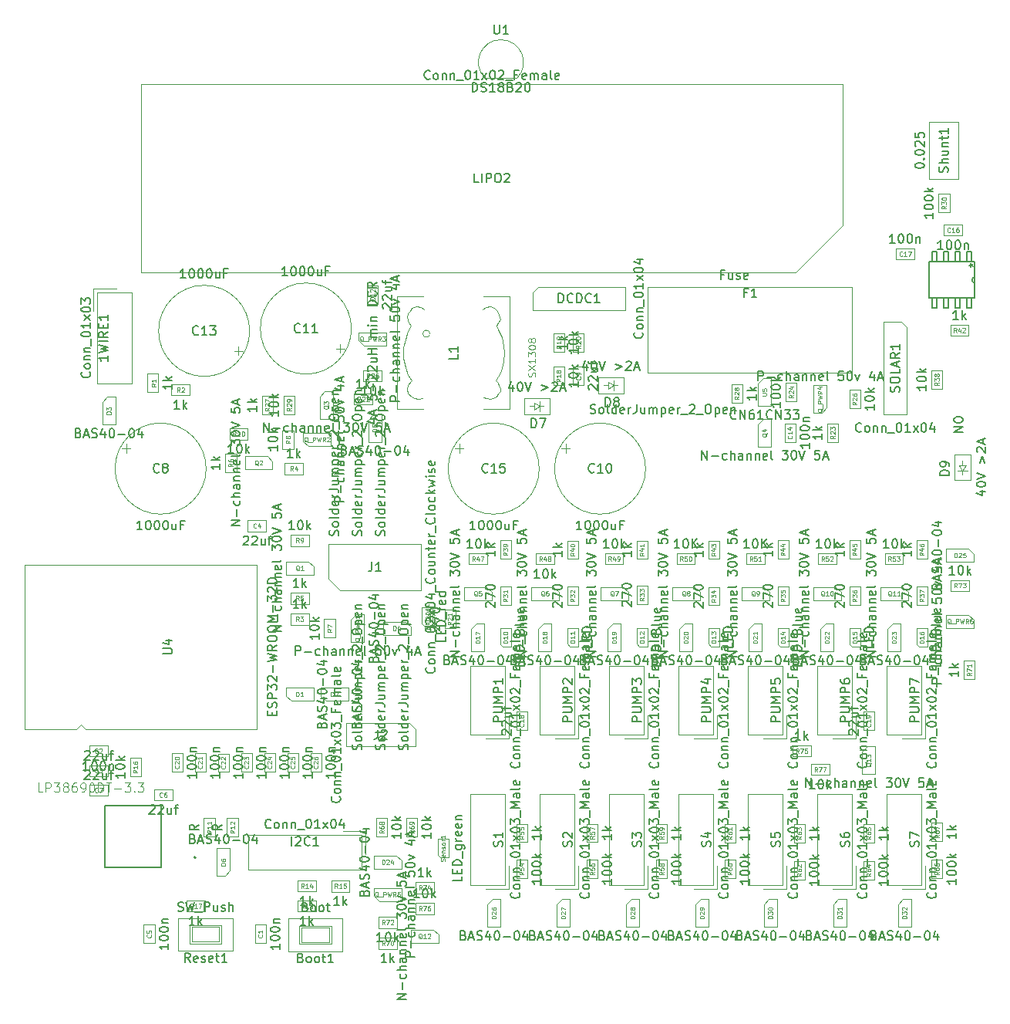
<source format=gbr>
G04 #@! TF.GenerationSoftware,KiCad,Pcbnew,5.1.10*
G04 #@! TF.CreationDate,2021-06-10T23:09:58+02:00*
G04 #@! TF.ProjectId,PlantCtrlESP32,506c616e-7443-4747-926c-45535033322e,rev?*
G04 #@! TF.SameCoordinates,Original*
G04 #@! TF.FileFunction,Other,Fab,Top*
%FSLAX46Y46*%
G04 Gerber Fmt 4.6, Leading zero omitted, Abs format (unit mm)*
G04 Created by KiCad (PCBNEW 5.1.10) date 2021-06-10 23:09:58*
%MOMM*%
%LPD*%
G01*
G04 APERTURE LIST*
%ADD10C,0.100000*%
%ADD11C,0.152400*%
%ADD12C,0.200000*%
%ADD13C,0.127000*%
%ADD14C,0.150000*%
%ADD15C,0.075000*%
%ADD16C,0.080000*%
%ADD17C,0.015000*%
G04 APERTURE END LIST*
D10*
X201865000Y-83435000D02*
X203265000Y-83435000D01*
X203265000Y-80395000D02*
X203265000Y-83435000D01*
X201865000Y-80965000D02*
X202415000Y-80395000D01*
X202415000Y-80395000D02*
X203265000Y-80395000D01*
X201865000Y-80965000D02*
X201865000Y-83415000D01*
X198755000Y-99695000D02*
X197485000Y-98425000D01*
X207645000Y-99695000D02*
X198755000Y-99695000D01*
X207645000Y-94615000D02*
X207645000Y-99695000D01*
X197485000Y-94615000D02*
X207645000Y-94615000D01*
X197485000Y-98425000D02*
X197485000Y-94615000D01*
X192415000Y-84185000D02*
X192415000Y-82185000D01*
X193665000Y-84185000D02*
X192415000Y-84185000D01*
X193665000Y-82185000D02*
X193665000Y-84185000D01*
X192415000Y-82185000D02*
X193665000Y-82185000D01*
X192675000Y-85735000D02*
X194675000Y-85735000D01*
X192675000Y-86985000D02*
X192675000Y-85735000D01*
X194675000Y-86985000D02*
X192675000Y-86985000D01*
X194675000Y-85735000D02*
X194675000Y-86985000D01*
X188602500Y-83175000D02*
X186602500Y-83175000D01*
X188602500Y-81925000D02*
X188602500Y-83175000D01*
X186602500Y-81925000D02*
X188602500Y-81925000D01*
X186602500Y-83175000D02*
X186602500Y-81925000D01*
X186128500Y-86725000D02*
X186128500Y-84725000D01*
X187378500Y-86725000D02*
X186128500Y-86725000D01*
X187378500Y-84725000D02*
X187378500Y-86725000D01*
X186128500Y-84725000D02*
X187378500Y-84725000D01*
X196987000Y-104886000D02*
X196987000Y-102886000D01*
X198237000Y-104886000D02*
X196987000Y-104886000D01*
X198237000Y-102886000D02*
X198237000Y-104886000D01*
X196987000Y-102886000D02*
X198237000Y-102886000D01*
X193310000Y-102245000D02*
X195310000Y-102245000D01*
X193310000Y-103495000D02*
X193310000Y-102245000D01*
X195310000Y-103495000D02*
X193310000Y-103495000D01*
X195310000Y-102245000D02*
X195310000Y-103495000D01*
X193310000Y-93609000D02*
X195310000Y-93609000D01*
X193310000Y-94859000D02*
X193310000Y-93609000D01*
X195310000Y-94859000D02*
X193310000Y-94859000D01*
X195310000Y-93609000D02*
X195310000Y-94859000D01*
X193310000Y-99959000D02*
X195310000Y-99959000D01*
X193310000Y-101209000D02*
X193310000Y-99959000D01*
X195310000Y-101209000D02*
X193310000Y-101209000D01*
X195310000Y-99959000D02*
X195310000Y-101209000D01*
X197735000Y-83885000D02*
X197735000Y-82485000D01*
X194695000Y-82485000D02*
X197735000Y-82485000D01*
X195265000Y-83885000D02*
X194695000Y-83335000D01*
X194695000Y-83335000D02*
X194695000Y-82485000D01*
X195265000Y-83885000D02*
X197715000Y-83885000D01*
X199960000Y-105406000D02*
X201360000Y-105406000D01*
X201360000Y-102366000D02*
X201360000Y-105406000D01*
X199960000Y-102936000D02*
X200510000Y-102366000D01*
X200510000Y-102366000D02*
X201360000Y-102366000D01*
X199960000Y-102936000D02*
X199960000Y-105386000D01*
X188281500Y-85025000D02*
X188281500Y-86425000D01*
X191321500Y-86425000D02*
X188281500Y-86425000D01*
X190751500Y-85025000D02*
X191321500Y-85575000D01*
X191321500Y-85575000D02*
X191321500Y-86425000D01*
X190751500Y-85025000D02*
X188301500Y-85025000D01*
X192790000Y-96582000D02*
X192790000Y-97982000D01*
X195830000Y-97982000D02*
X192790000Y-97982000D01*
X195260000Y-96582000D02*
X195830000Y-97132000D01*
X195830000Y-97132000D02*
X195830000Y-97982000D01*
X195260000Y-96582000D02*
X192810000Y-96582000D01*
X199640000Y-111825000D02*
X199640000Y-110425000D01*
X196600000Y-110425000D02*
X199640000Y-110425000D01*
X197170000Y-111825000D02*
X196600000Y-111275000D01*
X196600000Y-111275000D02*
X196600000Y-110425000D01*
X197170000Y-111825000D02*
X199620000Y-111825000D01*
X203458000Y-103186000D02*
X203458000Y-104586000D01*
X206498000Y-104586000D02*
X203458000Y-104586000D01*
X205928000Y-103186000D02*
X206498000Y-103736000D01*
X206498000Y-103736000D02*
X206498000Y-104586000D01*
X205928000Y-103186000D02*
X203478000Y-103186000D01*
X195830000Y-111825000D02*
X195830000Y-110425000D01*
X192790000Y-110425000D02*
X195830000Y-110425000D01*
X193360000Y-111825000D02*
X192790000Y-111275000D01*
X192790000Y-111275000D02*
X192790000Y-110425000D01*
X193360000Y-111825000D02*
X195810000Y-111825000D01*
X186628000Y-128020000D02*
X185228000Y-128020000D01*
X185228000Y-131060000D02*
X185228000Y-128020000D01*
X186628000Y-130490000D02*
X186078000Y-131060000D01*
X186078000Y-131060000D02*
X185228000Y-131060000D01*
X186628000Y-130490000D02*
X186628000Y-128040000D01*
X204962000Y-136769000D02*
X202962000Y-136769000D01*
X204962000Y-135519000D02*
X204962000Y-136769000D01*
X202962000Y-135519000D02*
X204962000Y-135519000D01*
X202962000Y-136769000D02*
X202962000Y-135519000D01*
X204962000Y-139055000D02*
X202962000Y-139055000D01*
X204962000Y-137805000D02*
X204962000Y-139055000D01*
X202962000Y-137805000D02*
X204962000Y-137805000D01*
X202962000Y-139055000D02*
X202962000Y-137805000D01*
X207026000Y-133995000D02*
X209026000Y-133995000D01*
X207026000Y-135245000D02*
X207026000Y-133995000D01*
X209026000Y-135245000D02*
X207026000Y-135245000D01*
X209026000Y-133995000D02*
X209026000Y-135245000D01*
X207026000Y-131709000D02*
X209026000Y-131709000D01*
X207026000Y-132959000D02*
X207026000Y-131709000D01*
X209026000Y-132959000D02*
X207026000Y-132959000D01*
X209026000Y-131709000D02*
X209026000Y-132959000D01*
X186319000Y-126730000D02*
X186319000Y-124730000D01*
X187569000Y-126730000D02*
X186319000Y-126730000D01*
X187569000Y-124730000D02*
X187569000Y-126730000D01*
X186319000Y-124730000D02*
X187569000Y-124730000D01*
X183779000Y-126730000D02*
X183779000Y-124730000D01*
X185029000Y-126730000D02*
X183779000Y-126730000D01*
X185029000Y-124730000D02*
X185029000Y-126730000D01*
X183779000Y-124730000D02*
X185029000Y-124730000D01*
X205482000Y-133796000D02*
X205482000Y-132396000D01*
X202442000Y-132396000D02*
X205482000Y-132396000D01*
X203012000Y-133796000D02*
X202442000Y-133246000D01*
X202442000Y-133246000D02*
X202442000Y-132396000D01*
X203012000Y-133796000D02*
X205462000Y-133796000D01*
X206506000Y-136968000D02*
X206506000Y-138368000D01*
X209546000Y-138368000D02*
X206506000Y-138368000D01*
X208976000Y-136968000D02*
X209546000Y-137518000D01*
X209546000Y-137518000D02*
X209546000Y-138368000D01*
X208976000Y-136968000D02*
X206526000Y-136968000D01*
X202442000Y-128840000D02*
X202442000Y-130240000D01*
X205482000Y-130240000D02*
X202442000Y-130240000D01*
X204912000Y-128840000D02*
X205482000Y-129390000D01*
X205482000Y-129390000D02*
X205482000Y-130240000D01*
X204912000Y-128840000D02*
X202462000Y-128840000D01*
X201538000Y-126168000D02*
X199038000Y-126168000D01*
X201538000Y-128668000D02*
X201538000Y-126168000D01*
X188628000Y-130378000D02*
X201128000Y-130378000D01*
X188628000Y-126578000D02*
X188628000Y-130378000D01*
X201128000Y-126578000D02*
X188628000Y-126578000D01*
X201128000Y-130378000D02*
X201128000Y-126578000D01*
X197780000Y-132795000D02*
X197780000Y-131545000D01*
X197780000Y-131545000D02*
X199780000Y-131545000D01*
X199780000Y-131545000D02*
X199780000Y-132795000D01*
X199780000Y-132795000D02*
X197780000Y-132795000D01*
X224317000Y-71517000D02*
X225517000Y-71517000D01*
X225517000Y-71517000D02*
X225517000Y-73517000D01*
X225517000Y-73517000D02*
X224317000Y-73517000D01*
X224317000Y-73517000D02*
X224317000Y-71517000D01*
X223358000Y-73517000D02*
X222158000Y-73517000D01*
X222158000Y-73517000D02*
X222158000Y-71517000D01*
X222158000Y-71517000D02*
X223358000Y-71517000D01*
X223358000Y-71517000D02*
X223358000Y-73517000D01*
X223358000Y-77200000D02*
X222158000Y-77200000D01*
X222158000Y-77200000D02*
X222158000Y-75200000D01*
X222158000Y-75200000D02*
X223358000Y-75200000D01*
X223358000Y-75200000D02*
X223358000Y-77200000D01*
X207229000Y-126730000D02*
X206029000Y-126730000D01*
X206029000Y-126730000D02*
X206029000Y-124730000D01*
X206029000Y-124730000D02*
X207229000Y-124730000D01*
X207229000Y-124730000D02*
X207229000Y-126730000D01*
X180229000Y-78324000D02*
X180229000Y-77124000D01*
X180229000Y-77124000D02*
X182229000Y-77124000D01*
X182229000Y-77124000D02*
X182229000Y-78324000D01*
X182229000Y-78324000D02*
X180229000Y-78324000D01*
X203927000Y-126730000D02*
X202727000Y-126730000D01*
X202727000Y-126730000D02*
X202727000Y-124730000D01*
X202727000Y-124730000D02*
X203927000Y-124730000D01*
X203927000Y-124730000D02*
X203927000Y-126730000D01*
X178781000Y-77962000D02*
X177581000Y-77962000D01*
X177581000Y-77962000D02*
X177581000Y-75962000D01*
X177581000Y-75962000D02*
X178781000Y-75962000D01*
X178781000Y-75962000D02*
X178781000Y-77962000D01*
X264887000Y-131302000D02*
X263687000Y-131302000D01*
X263687000Y-131302000D02*
X263687000Y-129302000D01*
X263687000Y-129302000D02*
X264887000Y-129302000D01*
X264887000Y-129302000D02*
X264887000Y-131302000D01*
X257394000Y-131429000D02*
X256194000Y-131429000D01*
X256194000Y-131429000D02*
X256194000Y-129429000D01*
X256194000Y-129429000D02*
X257394000Y-129429000D01*
X257394000Y-129429000D02*
X257394000Y-131429000D01*
X249774000Y-131429000D02*
X248574000Y-131429000D01*
X248574000Y-131429000D02*
X248574000Y-129429000D01*
X248574000Y-129429000D02*
X249774000Y-129429000D01*
X249774000Y-129429000D02*
X249774000Y-131429000D01*
X242154000Y-131302000D02*
X240954000Y-131302000D01*
X240954000Y-131302000D02*
X240954000Y-129302000D01*
X240954000Y-129302000D02*
X242154000Y-129302000D01*
X242154000Y-129302000D02*
X242154000Y-131302000D01*
X234661000Y-131302000D02*
X233461000Y-131302000D01*
X233461000Y-131302000D02*
X233461000Y-129302000D01*
X233461000Y-129302000D02*
X234661000Y-129302000D01*
X234661000Y-129302000D02*
X234661000Y-131302000D01*
X227041000Y-131302000D02*
X225841000Y-131302000D01*
X225841000Y-131302000D02*
X225841000Y-129302000D01*
X225841000Y-129302000D02*
X227041000Y-129302000D01*
X227041000Y-129302000D02*
X227041000Y-131302000D01*
X219294000Y-131302000D02*
X218094000Y-131302000D01*
X218094000Y-131302000D02*
X218094000Y-129302000D01*
X218094000Y-129302000D02*
X219294000Y-129302000D01*
X219294000Y-129302000D02*
X219294000Y-131302000D01*
X220650000Y-132040000D02*
X224450000Y-132040000D01*
X224450000Y-132040000D02*
X224450000Y-122040000D01*
X224450000Y-122040000D02*
X220650000Y-122040000D01*
X220650000Y-122040000D02*
X220650000Y-132040000D01*
X222360000Y-132450000D02*
X224860000Y-132450000D01*
X224860000Y-132450000D02*
X224860000Y-129950000D01*
X207010000Y-114935000D02*
X207010000Y-116840000D01*
X207010000Y-116840000D02*
X199390000Y-116840000D01*
X199390000Y-116840000D02*
X199390000Y-114300000D01*
X199390000Y-114300000D02*
X206375000Y-114300000D01*
X206375000Y-114300000D02*
X207010000Y-114935000D01*
X180980000Y-139270000D02*
X180980000Y-135670000D01*
X186980000Y-139270000D02*
X186980000Y-135670000D01*
X186980000Y-139270000D02*
X180980000Y-139270000D01*
X186980000Y-135670000D02*
X180980000Y-135670000D01*
X185480000Y-138270000D02*
X185480000Y-136670000D01*
X182480000Y-138270000D02*
X182480000Y-136670000D01*
X185480000Y-138270000D02*
X182480000Y-138270000D01*
X185480000Y-136670000D02*
X182480000Y-136670000D01*
X185730000Y-136470000D02*
X185730000Y-138470000D01*
X182230000Y-136470000D02*
X185730000Y-136470000D01*
X182230000Y-138470000D02*
X182230000Y-136470000D01*
X185730000Y-138470000D02*
X182230000Y-138470000D01*
X193024500Y-139315600D02*
X193024500Y-135715600D01*
X199024500Y-139315600D02*
X199024500Y-135715600D01*
X199024500Y-139315600D02*
X193024500Y-139315600D01*
X199024500Y-135715600D02*
X193024500Y-135715600D01*
X197524500Y-138315600D02*
X197524500Y-136715600D01*
X194524500Y-138315600D02*
X194524500Y-136715600D01*
X197524500Y-138315600D02*
X194524500Y-138315600D01*
X197524500Y-136715600D02*
X194524500Y-136715600D01*
X197774500Y-136515600D02*
X197774500Y-138515600D01*
X194274500Y-136515600D02*
X197774500Y-136515600D01*
X194274500Y-138515600D02*
X194274500Y-136515600D01*
X197774500Y-138515600D02*
X194274500Y-138515600D01*
X220606000Y-86360000D02*
G75*
G03*
X220606000Y-86360000I-5000000J0D01*
G01*
X211317139Y-84172500D02*
X212317139Y-84172500D01*
X211817139Y-83672500D02*
X211817139Y-84672500D01*
X172655000Y-81530000D02*
X174055000Y-81530000D01*
X174055000Y-78490000D02*
X174055000Y-81530000D01*
X172655000Y-79060000D02*
X173205000Y-78490000D01*
X173205000Y-78490000D02*
X174055000Y-78490000D01*
X172655000Y-79060000D02*
X172655000Y-81510000D01*
X258445000Y-80391000D02*
X258445000Y-70231000D01*
X260985000Y-80391000D02*
X258445000Y-80391000D01*
X260985000Y-70866000D02*
X260985000Y-80391000D01*
X260350000Y-70231000D02*
X260985000Y-70866000D01*
X258445000Y-70231000D02*
X260350000Y-70231000D01*
X252257000Y-81423000D02*
X253457000Y-81423000D01*
X253457000Y-81423000D02*
X253457000Y-83423000D01*
X253457000Y-83423000D02*
X252257000Y-83423000D01*
X252257000Y-83423000D02*
X252257000Y-81423000D01*
X247685000Y-76978000D02*
X248885000Y-76978000D01*
X248885000Y-76978000D02*
X248885000Y-78978000D01*
X248885000Y-78978000D02*
X247685000Y-78978000D01*
X247685000Y-78978000D02*
X247685000Y-76978000D01*
X242916000Y-79105000D02*
X241716000Y-79105000D01*
X241716000Y-79105000D02*
X241716000Y-77105000D01*
X241716000Y-77105000D02*
X242916000Y-77105000D01*
X242916000Y-77105000D02*
X242916000Y-79105000D01*
X202295000Y-78140000D02*
X202295000Y-79340000D01*
X202295000Y-79340000D02*
X200295000Y-79340000D01*
X200295000Y-79340000D02*
X200295000Y-78140000D01*
X200295000Y-78140000D02*
X202295000Y-78140000D01*
X267243000Y-107458000D02*
X268443000Y-107458000D01*
X268443000Y-107458000D02*
X268443000Y-109458000D01*
X268443000Y-109458000D02*
X267243000Y-109458000D01*
X267243000Y-109458000D02*
X267243000Y-107458000D01*
X244664000Y-81473000D02*
X244664000Y-83923000D01*
X245214000Y-80903000D02*
X246064000Y-80903000D01*
X244664000Y-81473000D02*
X245214000Y-80903000D01*
X246064000Y-80903000D02*
X246064000Y-83943000D01*
X244664000Y-83943000D02*
X246064000Y-83943000D01*
X184030000Y-86360000D02*
G75*
G03*
X184030000Y-86360000I-5000000J0D01*
G01*
X174741139Y-84172500D02*
X175741139Y-84172500D01*
X175241139Y-83672500D02*
X175241139Y-84672500D01*
X248758000Y-83423000D02*
X247558000Y-83423000D01*
X247558000Y-83423000D02*
X247558000Y-81423000D01*
X247558000Y-81423000D02*
X248758000Y-81423000D01*
X248758000Y-81423000D02*
X248758000Y-83423000D01*
X209458000Y-127016000D02*
X209458000Y-128716000D01*
X209458000Y-128716000D02*
X209758000Y-129016000D01*
X209758000Y-129016000D02*
X210658000Y-129016000D01*
X210658000Y-129016000D02*
X210658000Y-127016000D01*
X210658000Y-127016000D02*
X209458000Y-127016000D01*
X255870000Y-79740000D02*
X254670000Y-79740000D01*
X254670000Y-79740000D02*
X254670000Y-77740000D01*
X254670000Y-77740000D02*
X255870000Y-77740000D01*
X255870000Y-77740000D02*
X255870000Y-79740000D01*
X250428000Y-116748000D02*
X250428000Y-117948000D01*
X250428000Y-117948000D02*
X248428000Y-117948000D01*
X248428000Y-117948000D02*
X248428000Y-116748000D01*
X248428000Y-116748000D02*
X250428000Y-116748000D01*
X190154000Y-78375000D02*
X191354000Y-78375000D01*
X191354000Y-78375000D02*
X191354000Y-80375000D01*
X191354000Y-80375000D02*
X190154000Y-80375000D01*
X190154000Y-80375000D02*
X190154000Y-78375000D01*
X264887000Y-127238000D02*
X263687000Y-127238000D01*
X263687000Y-127238000D02*
X263687000Y-125238000D01*
X263687000Y-125238000D02*
X264887000Y-125238000D01*
X264887000Y-125238000D02*
X264887000Y-127238000D01*
X267750800Y-70596200D02*
X267750800Y-71796200D01*
X267750800Y-71796200D02*
X265750800Y-71796200D01*
X265750800Y-71796200D02*
X265750800Y-70596200D01*
X265750800Y-70596200D02*
X267750800Y-70596200D01*
X262036000Y-94250000D02*
X263236000Y-94250000D01*
X263236000Y-94250000D02*
X263236000Y-96250000D01*
X263236000Y-96250000D02*
X262036000Y-96250000D01*
X262036000Y-96250000D02*
X262036000Y-94250000D01*
X257394000Y-127365000D02*
X256194000Y-127365000D01*
X256194000Y-127365000D02*
X256194000Y-125365000D01*
X256194000Y-125365000D02*
X257394000Y-125365000D01*
X257394000Y-125365000D02*
X257394000Y-127365000D01*
X254670000Y-94250000D02*
X255870000Y-94250000D01*
X255870000Y-94250000D02*
X255870000Y-96250000D01*
X255870000Y-96250000D02*
X254670000Y-96250000D01*
X254670000Y-96250000D02*
X254670000Y-94250000D01*
X249774000Y-127365000D02*
X248574000Y-127365000D01*
X248574000Y-127365000D02*
X248574000Y-125365000D01*
X248574000Y-125365000D02*
X249774000Y-125365000D01*
X249774000Y-125365000D02*
X249774000Y-127365000D01*
X246796000Y-94250000D02*
X247996000Y-94250000D01*
X247996000Y-94250000D02*
X247996000Y-96250000D01*
X247996000Y-96250000D02*
X246796000Y-96250000D01*
X246796000Y-96250000D02*
X246796000Y-94250000D01*
X242154000Y-127365000D02*
X240954000Y-127365000D01*
X240954000Y-127365000D02*
X240954000Y-125365000D01*
X240954000Y-125365000D02*
X242154000Y-125365000D01*
X242154000Y-125365000D02*
X242154000Y-127365000D01*
X239176000Y-94266000D02*
X240376000Y-94266000D01*
X240376000Y-94266000D02*
X240376000Y-96266000D01*
X240376000Y-96266000D02*
X239176000Y-96266000D01*
X239176000Y-96266000D02*
X239176000Y-94266000D01*
X234661000Y-127365000D02*
X233461000Y-127365000D01*
X233461000Y-127365000D02*
X233461000Y-125365000D01*
X233461000Y-125365000D02*
X234661000Y-125365000D01*
X234661000Y-125365000D02*
X234661000Y-127365000D01*
X231302000Y-94266000D02*
X232502000Y-94266000D01*
X232502000Y-94266000D02*
X232502000Y-96266000D01*
X232502000Y-96266000D02*
X231302000Y-96266000D01*
X231302000Y-96266000D02*
X231302000Y-94266000D01*
X227041000Y-127349000D02*
X225841000Y-127349000D01*
X225841000Y-127349000D02*
X225841000Y-125349000D01*
X225841000Y-125349000D02*
X227041000Y-125349000D01*
X227041000Y-125349000D02*
X227041000Y-127349000D01*
X223682000Y-94266000D02*
X224882000Y-94266000D01*
X224882000Y-94266000D02*
X224882000Y-96266000D01*
X224882000Y-96266000D02*
X223682000Y-96266000D01*
X223682000Y-96266000D02*
X223682000Y-94266000D01*
X219294000Y-127349000D02*
X218094000Y-127349000D01*
X218094000Y-127349000D02*
X218094000Y-125349000D01*
X218094000Y-125349000D02*
X219294000Y-125349000D01*
X219294000Y-125349000D02*
X219294000Y-127349000D01*
X216316000Y-94250000D02*
X217516000Y-94250000D01*
X217516000Y-94250000D02*
X217516000Y-96250000D01*
X217516000Y-96250000D02*
X216316000Y-96250000D01*
X216316000Y-96250000D02*
X216316000Y-94250000D01*
X175676000Y-118126000D02*
X176876000Y-118126000D01*
X176876000Y-118126000D02*
X176876000Y-120126000D01*
X176876000Y-120126000D02*
X175676000Y-120126000D01*
X175676000Y-120126000D02*
X175676000Y-118126000D01*
X181880000Y-134966000D02*
X181880000Y-133766000D01*
X181880000Y-133766000D02*
X183880000Y-133766000D01*
X183880000Y-133766000D02*
X183880000Y-134966000D01*
X183880000Y-134966000D02*
X181880000Y-134966000D01*
X210220000Y-101870000D02*
X211420000Y-101870000D01*
X211420000Y-101870000D02*
X211420000Y-103870000D01*
X211420000Y-103870000D02*
X210220000Y-103870000D01*
X210220000Y-103870000D02*
X210220000Y-101870000D01*
X267827000Y-98587000D02*
X267827000Y-99787000D01*
X267827000Y-99787000D02*
X265827000Y-99787000D01*
X265827000Y-99787000D02*
X265827000Y-98587000D01*
X265827000Y-98587000D02*
X267827000Y-98587000D01*
X201311000Y-76800000D02*
X201311000Y-75600000D01*
X201311000Y-75600000D02*
X203311000Y-75600000D01*
X203311000Y-75600000D02*
X203311000Y-76800000D01*
X203311000Y-76800000D02*
X201311000Y-76800000D01*
X250460000Y-119980000D02*
X250460000Y-118780000D01*
X250460000Y-118780000D02*
X252460000Y-118780000D01*
X252460000Y-118780000D02*
X252460000Y-119980000D01*
X252460000Y-119980000D02*
X250460000Y-119980000D01*
X192567000Y-78375000D02*
X193767000Y-78375000D01*
X193767000Y-78375000D02*
X193767000Y-80375000D01*
X193767000Y-80375000D02*
X192567000Y-80375000D01*
X192567000Y-80375000D02*
X192567000Y-78375000D01*
X260572000Y-95666000D02*
X260572000Y-96866000D01*
X260572000Y-96866000D02*
X258572000Y-96866000D01*
X258572000Y-96866000D02*
X258572000Y-95666000D01*
X258572000Y-95666000D02*
X260572000Y-95666000D01*
X262036000Y-99314000D02*
X263236000Y-99314000D01*
X263236000Y-99314000D02*
X263236000Y-101314000D01*
X263236000Y-101314000D02*
X262036000Y-101314000D01*
X262036000Y-101314000D02*
X262036000Y-99314000D01*
X237712000Y-95666000D02*
X237712000Y-96866000D01*
X237712000Y-96866000D02*
X235712000Y-96866000D01*
X235712000Y-96866000D02*
X235712000Y-95666000D01*
X235712000Y-95666000D02*
X237712000Y-95666000D01*
X239176000Y-99346000D02*
X240376000Y-99346000D01*
X240376000Y-99346000D02*
X240376000Y-101346000D01*
X240376000Y-101346000D02*
X239176000Y-101346000D01*
X239176000Y-101346000D02*
X239176000Y-99346000D01*
X253222000Y-95666000D02*
X253222000Y-96866000D01*
X253222000Y-96866000D02*
X251222000Y-96866000D01*
X251222000Y-96866000D02*
X251222000Y-95666000D01*
X251222000Y-95666000D02*
X253222000Y-95666000D01*
X254670000Y-99330000D02*
X255870000Y-99330000D01*
X255870000Y-99330000D02*
X255870000Y-101330000D01*
X255870000Y-101330000D02*
X254670000Y-101330000D01*
X254670000Y-101330000D02*
X254670000Y-99330000D01*
X229838000Y-95666000D02*
X229838000Y-96866000D01*
X229838000Y-96866000D02*
X227838000Y-96866000D01*
X227838000Y-96866000D02*
X227838000Y-95666000D01*
X227838000Y-95666000D02*
X229838000Y-95666000D01*
X231302000Y-99203000D02*
X232502000Y-99203000D01*
X232502000Y-99203000D02*
X232502000Y-101203000D01*
X232502000Y-101203000D02*
X231302000Y-101203000D01*
X231302000Y-101203000D02*
X231302000Y-99203000D01*
X245348000Y-95666000D02*
X245348000Y-96866000D01*
X245348000Y-96866000D02*
X243348000Y-96866000D01*
X243348000Y-96866000D02*
X243348000Y-95666000D01*
X243348000Y-95666000D02*
X245348000Y-95666000D01*
X246796000Y-99330000D02*
X247996000Y-99330000D01*
X247996000Y-99330000D02*
X247996000Y-101330000D01*
X247996000Y-101330000D02*
X246796000Y-101330000D01*
X246796000Y-101330000D02*
X246796000Y-99330000D01*
X220234000Y-96866000D02*
X220234000Y-95666000D01*
X220234000Y-95666000D02*
X222234000Y-95666000D01*
X222234000Y-95666000D02*
X222234000Y-96866000D01*
X222234000Y-96866000D02*
X220234000Y-96866000D01*
X223682000Y-99330000D02*
X224882000Y-99330000D01*
X224882000Y-99330000D02*
X224882000Y-101330000D01*
X224882000Y-101330000D02*
X223682000Y-101330000D01*
X223682000Y-101330000D02*
X223682000Y-99330000D01*
X214868000Y-95666000D02*
X214868000Y-96866000D01*
X214868000Y-96866000D02*
X212868000Y-96866000D01*
X212868000Y-96866000D02*
X212868000Y-95666000D01*
X212868000Y-95666000D02*
X214868000Y-95666000D01*
X216316000Y-99330000D02*
X217516000Y-99330000D01*
X217516000Y-99330000D02*
X217516000Y-101330000D01*
X217516000Y-101330000D02*
X216316000Y-101330000D01*
X216316000Y-101330000D02*
X216316000Y-99330000D01*
X263687000Y-75581000D02*
X264887000Y-75581000D01*
X264887000Y-75581000D02*
X264887000Y-77581000D01*
X264887000Y-77581000D02*
X263687000Y-77581000D01*
X263687000Y-77581000D02*
X263687000Y-75581000D01*
X264474400Y-56235200D02*
X265674400Y-56235200D01*
X265674400Y-56235200D02*
X265674400Y-58235200D01*
X265674400Y-58235200D02*
X264474400Y-58235200D01*
X264474400Y-58235200D02*
X264474400Y-56235200D01*
X194080000Y-132770000D02*
X194080000Y-131570000D01*
X194080000Y-131570000D02*
X196080000Y-131570000D01*
X196080000Y-131570000D02*
X196080000Y-132770000D01*
X196080000Y-132770000D02*
X194080000Y-132770000D01*
X194072000Y-134966000D02*
X194072000Y-133766000D01*
X194072000Y-133766000D02*
X196072000Y-133766000D01*
X196072000Y-133766000D02*
X196072000Y-134966000D01*
X196072000Y-134966000D02*
X194072000Y-134966000D01*
X252160000Y-79690000D02*
X252160000Y-77240000D01*
X251610000Y-80260000D02*
X250760000Y-80260000D01*
X252160000Y-79690000D02*
X251610000Y-80260000D01*
X250760000Y-80260000D02*
X250760000Y-77220000D01*
X252160000Y-77220000D02*
X250760000Y-77220000D01*
X267777000Y-102424000D02*
X265327000Y-102424000D01*
X268347000Y-102974000D02*
X268347000Y-103824000D01*
X267777000Y-102424000D02*
X268347000Y-102974000D01*
X268347000Y-103824000D02*
X265307000Y-103824000D01*
X265307000Y-102424000D02*
X265307000Y-103824000D01*
X201361000Y-72836000D02*
X203811000Y-72836000D01*
X200791000Y-72286000D02*
X200791000Y-71436000D01*
X201361000Y-72836000D02*
X200791000Y-72286000D01*
X200791000Y-71436000D02*
X203831000Y-71436000D01*
X203831000Y-72836000D02*
X203831000Y-71436000D01*
X256094000Y-117414000D02*
X256094000Y-119864000D01*
X256644000Y-116844000D02*
X257494000Y-116844000D01*
X256094000Y-117414000D02*
X256644000Y-116844000D01*
X257494000Y-116844000D02*
X257494000Y-119884000D01*
X256094000Y-119884000D02*
X257494000Y-119884000D01*
X196531000Y-78425000D02*
X196531000Y-80875000D01*
X197081000Y-77855000D02*
X197931000Y-77855000D01*
X196531000Y-78425000D02*
X197081000Y-77855000D01*
X197931000Y-77855000D02*
X197931000Y-80895000D01*
X196531000Y-80895000D02*
X197931000Y-80895000D01*
X260538000Y-99376000D02*
X258088000Y-99376000D01*
X261108000Y-99926000D02*
X261108000Y-100776000D01*
X260538000Y-99376000D02*
X261108000Y-99926000D01*
X261108000Y-100776000D02*
X258068000Y-100776000D01*
X258068000Y-99376000D02*
X258068000Y-100776000D01*
X237678000Y-99376000D02*
X235228000Y-99376000D01*
X238248000Y-99926000D02*
X238248000Y-100776000D01*
X237678000Y-99376000D02*
X238248000Y-99926000D01*
X238248000Y-100776000D02*
X235208000Y-100776000D01*
X235208000Y-99376000D02*
X235208000Y-100776000D01*
X253172000Y-99376000D02*
X250722000Y-99376000D01*
X253742000Y-99926000D02*
X253742000Y-100776000D01*
X253172000Y-99376000D02*
X253742000Y-99926000D01*
X253742000Y-100776000D02*
X250702000Y-100776000D01*
X250702000Y-99376000D02*
X250702000Y-100776000D01*
X229804000Y-99376000D02*
X227354000Y-99376000D01*
X230374000Y-99926000D02*
X230374000Y-100776000D01*
X229804000Y-99376000D02*
X230374000Y-99926000D01*
X230374000Y-100776000D02*
X227334000Y-100776000D01*
X227334000Y-99376000D02*
X227334000Y-100776000D01*
X245298000Y-99376000D02*
X242848000Y-99376000D01*
X245868000Y-99926000D02*
X245868000Y-100776000D01*
X245298000Y-99376000D02*
X245868000Y-99926000D01*
X245868000Y-100776000D02*
X242828000Y-100776000D01*
X242828000Y-99376000D02*
X242828000Y-100776000D01*
X222184000Y-99376000D02*
X219734000Y-99376000D01*
X222754000Y-99926000D02*
X222754000Y-100776000D01*
X222184000Y-99376000D02*
X222754000Y-99926000D01*
X222754000Y-100776000D02*
X219714000Y-100776000D01*
X219714000Y-99376000D02*
X219714000Y-100776000D01*
X214818000Y-99376000D02*
X212368000Y-99376000D01*
X215388000Y-99926000D02*
X215388000Y-100776000D01*
X214818000Y-99376000D02*
X215388000Y-99926000D01*
X215388000Y-100776000D02*
X212348000Y-100776000D01*
X212348000Y-99376000D02*
X212348000Y-100776000D01*
X207680000Y-101616000D02*
X207680000Y-103316000D01*
X207680000Y-103316000D02*
X207980000Y-103616000D01*
X207980000Y-103616000D02*
X208880000Y-103616000D01*
X208880000Y-103616000D02*
X208880000Y-101616000D01*
X208880000Y-101616000D02*
X207680000Y-101616000D01*
X262036000Y-103902000D02*
X262036000Y-105602000D01*
X262036000Y-105602000D02*
X262336000Y-105902000D01*
X262336000Y-105902000D02*
X263236000Y-105902000D01*
X263236000Y-105902000D02*
X263236000Y-103902000D01*
X263236000Y-103902000D02*
X262036000Y-103902000D01*
X239176000Y-103865500D02*
X239176000Y-105565500D01*
X239176000Y-105565500D02*
X239476000Y-105865500D01*
X239476000Y-105865500D02*
X240376000Y-105865500D01*
X240376000Y-105865500D02*
X240376000Y-103865500D01*
X240376000Y-103865500D02*
X239176000Y-103865500D01*
X254670000Y-103902000D02*
X254670000Y-105602000D01*
X254670000Y-105602000D02*
X254970000Y-105902000D01*
X254970000Y-105902000D02*
X255870000Y-105902000D01*
X255870000Y-105902000D02*
X255870000Y-103902000D01*
X255870000Y-103902000D02*
X254670000Y-103902000D01*
X231302000Y-103865500D02*
X231302000Y-105565500D01*
X231302000Y-105565500D02*
X231602000Y-105865500D01*
X231602000Y-105865500D02*
X232502000Y-105865500D01*
X232502000Y-105865500D02*
X232502000Y-103865500D01*
X232502000Y-103865500D02*
X231302000Y-103865500D01*
X246796000Y-103902000D02*
X246796000Y-105602000D01*
X246796000Y-105602000D02*
X247096000Y-105902000D01*
X247096000Y-105902000D02*
X247996000Y-105902000D01*
X247996000Y-105902000D02*
X247996000Y-103902000D01*
X247996000Y-103902000D02*
X246796000Y-103902000D01*
X223682000Y-103865500D02*
X223682000Y-105565500D01*
X223682000Y-105565500D02*
X223982000Y-105865500D01*
X223982000Y-105865500D02*
X224882000Y-105865500D01*
X224882000Y-105865500D02*
X224882000Y-103865500D01*
X224882000Y-103865500D02*
X223682000Y-103865500D01*
X216316000Y-103902000D02*
X216316000Y-105602000D01*
X216316000Y-105602000D02*
X216616000Y-105902000D01*
X216616000Y-105902000D02*
X217516000Y-105902000D01*
X217516000Y-105902000D02*
X217516000Y-103902000D01*
X217516000Y-103902000D02*
X216316000Y-103902000D01*
X261790800Y-62214200D02*
X261790800Y-63414200D01*
X261790800Y-63414200D02*
X259790800Y-63414200D01*
X259790800Y-63414200D02*
X259790800Y-62214200D01*
X259790800Y-62214200D02*
X261790800Y-62214200D01*
X265065000Y-60798000D02*
X265065000Y-59598000D01*
X265065000Y-59598000D02*
X267065000Y-59598000D01*
X267065000Y-59598000D02*
X267065000Y-60798000D01*
X267065000Y-60798000D02*
X265065000Y-60798000D01*
X178324000Y-122774000D02*
X178324000Y-121574000D01*
X178324000Y-121574000D02*
X180324000Y-121574000D01*
X180324000Y-121574000D02*
X180324000Y-122774000D01*
X180324000Y-122774000D02*
X178324000Y-122774000D01*
X178380000Y-138414000D02*
X177180000Y-138414000D01*
X177180000Y-138414000D02*
X177180000Y-136414000D01*
X177180000Y-136414000D02*
X178380000Y-136414000D01*
X178380000Y-136414000D02*
X178380000Y-138414000D01*
X171212000Y-117948000D02*
X171212000Y-116748000D01*
X171212000Y-116748000D02*
X173212000Y-116748000D01*
X173212000Y-116748000D02*
X173212000Y-117948000D01*
X173212000Y-117948000D02*
X171212000Y-117948000D01*
X256194000Y-113046000D02*
X257394000Y-113046000D01*
X257394000Y-113046000D02*
X257394000Y-115046000D01*
X257394000Y-115046000D02*
X256194000Y-115046000D01*
X256194000Y-115046000D02*
X256194000Y-113046000D01*
X173212000Y-118907000D02*
X173212000Y-120107000D01*
X173212000Y-120107000D02*
X171212000Y-120107000D01*
X171212000Y-120107000D02*
X171212000Y-118907000D01*
X171212000Y-118907000D02*
X173212000Y-118907000D01*
X218094000Y-113046000D02*
X219294000Y-113046000D01*
X219294000Y-113046000D02*
X219294000Y-115046000D01*
X219294000Y-115046000D02*
X218094000Y-115046000D01*
X218094000Y-115046000D02*
X218094000Y-113046000D01*
X173212000Y-121066000D02*
X173212000Y-122266000D01*
X173212000Y-122266000D02*
X171212000Y-122266000D01*
X171212000Y-122266000D02*
X171212000Y-121066000D01*
X171212000Y-121066000D02*
X173212000Y-121066000D01*
X225517000Y-77200000D02*
X224317000Y-77200000D01*
X224317000Y-77200000D02*
X224317000Y-75200000D01*
X224317000Y-75200000D02*
X225517000Y-75200000D01*
X225517000Y-75200000D02*
X225517000Y-77200000D01*
X202911000Y-68310000D02*
X201711000Y-68310000D01*
X201711000Y-68310000D02*
X201711000Y-66310000D01*
X201711000Y-66310000D02*
X202911000Y-66310000D01*
X202911000Y-66310000D02*
X202911000Y-68310000D01*
X196688000Y-119618000D02*
X195488000Y-119618000D01*
X195488000Y-119618000D02*
X195488000Y-117618000D01*
X195488000Y-117618000D02*
X196688000Y-117618000D01*
X196688000Y-117618000D02*
X196688000Y-119618000D01*
X194148000Y-119618000D02*
X192948000Y-119618000D01*
X192948000Y-119618000D02*
X192948000Y-117618000D01*
X192948000Y-117618000D02*
X194148000Y-117618000D01*
X194148000Y-117618000D02*
X194148000Y-119618000D01*
X191608000Y-119618000D02*
X190408000Y-119618000D01*
X190408000Y-119618000D02*
X190408000Y-117618000D01*
X190408000Y-117618000D02*
X191608000Y-117618000D01*
X191608000Y-117618000D02*
X191608000Y-119618000D01*
X189068000Y-119618000D02*
X187868000Y-119618000D01*
X187868000Y-119618000D02*
X187868000Y-117618000D01*
X187868000Y-117618000D02*
X189068000Y-117618000D01*
X189068000Y-117618000D02*
X189068000Y-119618000D01*
X186528000Y-119627000D02*
X185328000Y-119627000D01*
X185328000Y-119627000D02*
X185328000Y-117627000D01*
X185328000Y-117627000D02*
X186528000Y-117627000D01*
X186528000Y-117627000D02*
X186528000Y-119627000D01*
X183988000Y-119618000D02*
X182788000Y-119618000D01*
X182788000Y-119618000D02*
X182788000Y-117618000D01*
X182788000Y-117618000D02*
X183988000Y-117618000D01*
X183988000Y-117618000D02*
X183988000Y-119618000D01*
X181448000Y-119618000D02*
X180248000Y-119618000D01*
X180248000Y-119618000D02*
X180248000Y-117618000D01*
X180248000Y-117618000D02*
X181448000Y-117618000D01*
X181448000Y-117618000D02*
X181448000Y-119618000D01*
X188611000Y-93246500D02*
X188611000Y-92046500D01*
X188611000Y-92046500D02*
X190611000Y-92046500D01*
X190611000Y-92046500D02*
X190611000Y-93246500D01*
X190611000Y-93246500D02*
X188611000Y-93246500D01*
X190592000Y-138414000D02*
X189392000Y-138414000D01*
X189392000Y-138414000D02*
X189392000Y-136414000D01*
X189392000Y-136414000D02*
X190592000Y-136414000D01*
X190592000Y-136414000D02*
X190592000Y-138414000D01*
X244664000Y-77028000D02*
X244664000Y-79478000D01*
X245214000Y-76458000D02*
X246064000Y-76458000D01*
X244664000Y-77028000D02*
X245214000Y-76458000D01*
X246064000Y-76458000D02*
X246064000Y-79498000D01*
X244664000Y-79498000D02*
X246064000Y-79498000D01*
X188809000Y-71247000D02*
G75*
G03*
X188809000Y-71247000I-5000000J0D01*
G01*
X188097861Y-73434500D02*
X187097861Y-73434500D01*
X187597861Y-73934500D02*
X187597861Y-72934500D01*
X232290000Y-86360000D02*
G75*
G03*
X232290000Y-86360000I-5000000J0D01*
G01*
X223001139Y-84172500D02*
X224001139Y-84172500D01*
X223501139Y-83672500D02*
X223501139Y-84672500D01*
X199985000Y-70993000D02*
G75*
G03*
X199985000Y-70993000I-5000000J0D01*
G01*
X199273861Y-73180500D02*
X198273861Y-73180500D01*
X198773861Y-73680500D02*
X198773861Y-72680500D01*
X248774100Y-64838400D02*
X253936600Y-59675900D01*
X253936600Y-44178400D02*
X176876600Y-44178400D01*
X253936600Y-59675900D02*
X253936600Y-44178400D01*
X248774100Y-64838400D02*
X176876600Y-64838400D01*
X176876600Y-64838400D02*
X176876600Y-44178400D01*
X230047800Y-68961000D02*
X219887800Y-68961000D01*
X230047800Y-66421000D02*
X230047800Y-68961000D01*
X220522800Y-66421000D02*
X230047800Y-66421000D01*
X219887800Y-67056000D02*
X220522800Y-66421000D01*
X219887800Y-68961000D02*
X219887800Y-67056000D01*
X171659400Y-66609800D02*
X171659400Y-69109800D01*
X174159400Y-66609800D02*
X171659400Y-66609800D01*
X175869400Y-77019800D02*
X175869400Y-67019800D01*
X172069400Y-77019800D02*
X175869400Y-77019800D01*
X172069400Y-67019800D02*
X172069400Y-77019800D01*
X175869400Y-67019800D02*
X172069400Y-67019800D01*
D11*
X268439900Y-63665100D02*
X263436100Y-63665100D01*
X268439900Y-67652900D02*
X268439900Y-63665100D01*
X263436100Y-67652900D02*
X268439900Y-67652900D01*
X263436100Y-63665100D02*
X263436100Y-67652900D01*
X268084300Y-68757800D02*
X268084300Y-67652900D01*
X267601700Y-68757800D02*
X268084300Y-68757800D01*
X267601700Y-67652900D02*
X267601700Y-68757800D01*
X268084300Y-67652900D02*
X267601700Y-67652900D01*
X266814300Y-68757800D02*
X266814300Y-67652900D01*
X266331700Y-68757800D02*
X266814300Y-68757800D01*
X266331700Y-67652900D02*
X266331700Y-68757800D01*
X266814300Y-67652900D02*
X266331700Y-67652900D01*
X265544300Y-68757800D02*
X265544300Y-67652900D01*
X265061700Y-68757800D02*
X265544300Y-68757800D01*
X265061700Y-67652900D02*
X265061700Y-68757800D01*
X265544300Y-67652900D02*
X265061700Y-67652900D01*
X264274300Y-68757800D02*
X264274300Y-67652900D01*
X263791700Y-68757800D02*
X264274300Y-68757800D01*
X263791700Y-67652900D02*
X263791700Y-68757800D01*
X264274300Y-67652900D02*
X263791700Y-67652900D01*
X263791700Y-62560200D02*
X263791700Y-63665100D01*
X264274300Y-62560200D02*
X263791700Y-62560200D01*
X264274300Y-63665100D02*
X264274300Y-62560200D01*
X263791700Y-63665100D02*
X264274300Y-63665100D01*
X265061700Y-62560200D02*
X265061700Y-63665100D01*
X265544300Y-62560200D02*
X265061700Y-62560200D01*
X265544300Y-63665100D02*
X265544300Y-62560200D01*
X265061700Y-63665100D02*
X265544300Y-63665100D01*
X266331700Y-62560200D02*
X266331700Y-63665100D01*
X266814300Y-62560200D02*
X266331700Y-62560200D01*
X266814300Y-63665100D02*
X266814300Y-62560200D01*
X266331700Y-63665100D02*
X266814300Y-63665100D01*
X267601700Y-62560200D02*
X267601700Y-63665100D01*
X268084300Y-62560200D02*
X267601700Y-62560200D01*
X268084300Y-63665100D02*
X268084300Y-62560200D01*
X267601700Y-63665100D02*
X268084300Y-63665100D01*
X268439900Y-65354200D02*
G75*
G03*
X268439900Y-65963800I0J-304800D01*
G01*
D10*
X263449000Y-48285000D02*
X266649000Y-48285000D01*
X266649000Y-48285000D02*
X266649000Y-54585000D01*
X266649000Y-54585000D02*
X263449000Y-54585000D01*
X263449000Y-54585000D02*
X263449000Y-48285000D01*
X266181000Y-87633000D02*
X266181000Y-84833000D01*
X266181000Y-84833000D02*
X267981000Y-84833000D01*
X267981000Y-84833000D02*
X267981000Y-87633000D01*
X267981000Y-87633000D02*
X266181000Y-87633000D01*
X267081000Y-86983000D02*
X267081000Y-86583000D01*
X267081000Y-86583000D02*
X266531000Y-86583000D01*
X267081000Y-86583000D02*
X267631000Y-86583000D01*
X267081000Y-86583000D02*
X266681000Y-85983000D01*
X266681000Y-85983000D02*
X267481000Y-85983000D01*
X267481000Y-85983000D02*
X267081000Y-86583000D01*
X267081000Y-85983000D02*
X267081000Y-85483000D01*
D12*
X182899000Y-129031000D02*
G75*
G03*
X182899000Y-129031000I-100000J0D01*
G01*
D13*
X179129000Y-123381000D02*
X172909000Y-123381000D01*
X179129000Y-130111000D02*
X179129000Y-123381000D01*
X172909000Y-130111000D02*
X179129000Y-130111000D01*
X172909000Y-123381000D02*
X172909000Y-130111000D01*
D10*
X208591512Y-71560000D02*
G75*
G03*
X208591512Y-71560000I-390512J0D01*
G01*
X217401000Y-79860000D02*
X214501000Y-79860000D01*
X217401000Y-67460000D02*
X214501000Y-67460000D01*
X217401000Y-79860000D02*
X217401000Y-67460000D01*
X205001000Y-79860000D02*
X207901000Y-79860000D01*
X205001000Y-67460000D02*
X205001000Y-79860000D01*
X207901000Y-67460000D02*
X205001000Y-67460000D01*
X214701000Y-68660000D02*
X214401000Y-68860000D01*
X215201000Y-68560000D02*
X214701000Y-68660000D01*
X215701000Y-68760000D02*
X215201000Y-68560000D01*
X216001000Y-69060000D02*
X215701000Y-68760000D01*
X216201000Y-69460000D02*
X216001000Y-69060000D01*
X216301000Y-69960000D02*
X216201000Y-69460000D01*
X216101000Y-70360000D02*
X216301000Y-69960000D01*
X215901000Y-70660000D02*
X216101000Y-70360000D01*
X216101000Y-71060000D02*
X215901000Y-70660000D01*
X216501000Y-71960000D02*
X216101000Y-71060000D01*
X216701000Y-72860000D02*
X216501000Y-71960000D01*
X216801000Y-73660000D02*
X216701000Y-72860000D01*
X216701000Y-74560000D02*
X216801000Y-73660000D01*
X216501000Y-75360000D02*
X216701000Y-74560000D01*
X216301000Y-75860000D02*
X216501000Y-75360000D01*
X216101000Y-76260000D02*
X216301000Y-75860000D01*
X215801000Y-76660000D02*
X216101000Y-76260000D01*
X216101000Y-76960000D02*
X215801000Y-76660000D01*
X216201000Y-77260000D02*
X216101000Y-76960000D01*
X216301000Y-77560000D02*
X216201000Y-77260000D01*
X216301000Y-77860000D02*
X216301000Y-77560000D01*
X216101000Y-78160000D02*
X216301000Y-77860000D01*
X215901000Y-78460000D02*
X216101000Y-78160000D01*
X215501000Y-78660000D02*
X215901000Y-78460000D01*
X215201000Y-78760000D02*
X215501000Y-78660000D01*
X214801000Y-78660000D02*
X215201000Y-78760000D01*
X214501000Y-78560000D02*
X214801000Y-78660000D01*
X207601000Y-68660000D02*
X208001000Y-68860000D01*
X207101000Y-68560000D02*
X207601000Y-68660000D01*
X206601000Y-68760000D02*
X207101000Y-68560000D01*
X206401000Y-69060000D02*
X206601000Y-68760000D01*
X206201000Y-69360000D02*
X206401000Y-69060000D01*
X206101000Y-69760000D02*
X206201000Y-69360000D01*
X206301000Y-70360000D02*
X206101000Y-69760000D01*
X206501000Y-70660000D02*
X206301000Y-70360000D01*
X206301000Y-71060000D02*
X206501000Y-70660000D01*
X206101000Y-71560000D02*
X206301000Y-71060000D01*
X205901000Y-72160000D02*
X206101000Y-71560000D01*
X205701000Y-73060000D02*
X205901000Y-72160000D01*
X205701000Y-74260000D02*
X205701000Y-73060000D01*
X205901000Y-75260000D02*
X205701000Y-74260000D01*
X206201000Y-76060000D02*
X205901000Y-75260000D01*
X206601000Y-76660000D02*
X206201000Y-76060000D01*
X206501000Y-76760000D02*
X206601000Y-76660000D01*
X206201000Y-77160000D02*
X206501000Y-76760000D01*
X206101000Y-77660000D02*
X206201000Y-77160000D01*
X206201000Y-78160000D02*
X206101000Y-77660000D01*
X206601000Y-78460000D02*
X206201000Y-78160000D01*
X206901000Y-78660000D02*
X206601000Y-78460000D01*
X207401000Y-78760000D02*
X206901000Y-78660000D01*
X207801000Y-78660000D02*
X207401000Y-78760000D01*
X207901000Y-78560000D02*
X207801000Y-78660000D01*
X229873000Y-78116000D02*
X227073000Y-78116000D01*
X227073000Y-78116000D02*
X227073000Y-76316000D01*
X227073000Y-76316000D02*
X229873000Y-76316000D01*
X229873000Y-76316000D02*
X229873000Y-78116000D01*
X229223000Y-77216000D02*
X228823000Y-77216000D01*
X228823000Y-77216000D02*
X228823000Y-77766000D01*
X228823000Y-77216000D02*
X228823000Y-76666000D01*
X228823000Y-77216000D02*
X228223000Y-77616000D01*
X228223000Y-77616000D02*
X228223000Y-76816000D01*
X228223000Y-76816000D02*
X228823000Y-77216000D01*
X228223000Y-77216000D02*
X227723000Y-77216000D01*
X265307000Y-95185000D02*
X265307000Y-96585000D01*
X268347000Y-96585000D02*
X265307000Y-96585000D01*
X267777000Y-95185000D02*
X268347000Y-95735000D01*
X268347000Y-95735000D02*
X268347000Y-96585000D01*
X267777000Y-95185000D02*
X265327000Y-95185000D01*
X221745000Y-80402000D02*
X218945000Y-80402000D01*
X218945000Y-80402000D02*
X218945000Y-78602000D01*
X218945000Y-78602000D02*
X221745000Y-78602000D01*
X221745000Y-78602000D02*
X221745000Y-80402000D01*
X221095000Y-79502000D02*
X220695000Y-79502000D01*
X220695000Y-79502000D02*
X220695000Y-80052000D01*
X220695000Y-79502000D02*
X220695000Y-78952000D01*
X220695000Y-79502000D02*
X220095000Y-79902000D01*
X220095000Y-79902000D02*
X220095000Y-79102000D01*
X220095000Y-79102000D02*
X220695000Y-79502000D01*
X220095000Y-79502000D02*
X219595000Y-79502000D01*
X232516000Y-75820000D02*
X254916000Y-75820000D01*
X232516000Y-66420000D02*
X232516000Y-75820000D01*
X254916000Y-66420000D02*
X232516000Y-66420000D01*
X254916000Y-75820000D02*
X254916000Y-66420000D01*
X260031000Y-134178000D02*
X260031000Y-136628000D01*
X260581000Y-133608000D02*
X261431000Y-133608000D01*
X260031000Y-134178000D02*
X260581000Y-133608000D01*
X261431000Y-133608000D02*
X261431000Y-136648000D01*
X260031000Y-136648000D02*
X261431000Y-136648000D01*
X252919000Y-134178000D02*
X252919000Y-136628000D01*
X253469000Y-133608000D02*
X254319000Y-133608000D01*
X252919000Y-134178000D02*
X253469000Y-133608000D01*
X254319000Y-133608000D02*
X254319000Y-136648000D01*
X252919000Y-136648000D02*
X254319000Y-136648000D01*
X245299000Y-134178000D02*
X245299000Y-136628000D01*
X245849000Y-133608000D02*
X246699000Y-133608000D01*
X245299000Y-134178000D02*
X245849000Y-133608000D01*
X246699000Y-133608000D02*
X246699000Y-136648000D01*
X245299000Y-136648000D02*
X246699000Y-136648000D01*
X237806000Y-134178000D02*
X237806000Y-136628000D01*
X238356000Y-133608000D02*
X239206000Y-133608000D01*
X237806000Y-134178000D02*
X238356000Y-133608000D01*
X239206000Y-133608000D02*
X239206000Y-136648000D01*
X237806000Y-136648000D02*
X239206000Y-136648000D01*
X230186000Y-134178000D02*
X230186000Y-136628000D01*
X230736000Y-133608000D02*
X231586000Y-133608000D01*
X230186000Y-134178000D02*
X230736000Y-133608000D01*
X231586000Y-133608000D02*
X231586000Y-136648000D01*
X230186000Y-136648000D02*
X231586000Y-136648000D01*
X222566000Y-134178000D02*
X222566000Y-136628000D01*
X223116000Y-133608000D02*
X223966000Y-133608000D01*
X222566000Y-134178000D02*
X223116000Y-133608000D01*
X223966000Y-133608000D02*
X223966000Y-136648000D01*
X222566000Y-136648000D02*
X223966000Y-136648000D01*
X214946000Y-134178000D02*
X214946000Y-136628000D01*
X215496000Y-133608000D02*
X216346000Y-133608000D01*
X214946000Y-134178000D02*
X215496000Y-133608000D01*
X216346000Y-133608000D02*
X216346000Y-136648000D01*
X214946000Y-136648000D02*
X216346000Y-136648000D01*
X214638000Y-43533000D02*
X218138000Y-43533000D01*
X214654375Y-43536625D02*
G75*
G02*
X216408000Y-39303000I1753625J1753625D01*
G01*
X218161625Y-43536625D02*
G75*
G03*
X216408000Y-39303000I-1753625J1753625D01*
G01*
X258750000Y-132040000D02*
X262550000Y-132040000D01*
X262550000Y-132040000D02*
X262550000Y-122040000D01*
X262550000Y-122040000D02*
X258750000Y-122040000D01*
X258750000Y-122040000D02*
X258750000Y-132040000D01*
X260460000Y-132450000D02*
X262960000Y-132450000D01*
X262960000Y-132450000D02*
X262960000Y-129950000D01*
X251130000Y-132040000D02*
X254930000Y-132040000D01*
X254930000Y-132040000D02*
X254930000Y-122040000D01*
X254930000Y-122040000D02*
X251130000Y-122040000D01*
X251130000Y-122040000D02*
X251130000Y-132040000D01*
X252840000Y-132450000D02*
X255340000Y-132450000D01*
X255340000Y-132450000D02*
X255340000Y-129950000D01*
X243510000Y-132040000D02*
X247310000Y-132040000D01*
X247310000Y-132040000D02*
X247310000Y-122040000D01*
X247310000Y-122040000D02*
X243510000Y-122040000D01*
X243510000Y-122040000D02*
X243510000Y-132040000D01*
X245220000Y-132450000D02*
X247720000Y-132450000D01*
X247720000Y-132450000D02*
X247720000Y-129950000D01*
X235890000Y-132040000D02*
X239690000Y-132040000D01*
X239690000Y-132040000D02*
X239690000Y-122040000D01*
X239690000Y-122040000D02*
X235890000Y-122040000D01*
X235890000Y-122040000D02*
X235890000Y-132040000D01*
X237600000Y-132450000D02*
X240100000Y-132450000D01*
X240100000Y-132450000D02*
X240100000Y-129950000D01*
X228270000Y-132040000D02*
X232070000Y-132040000D01*
X232070000Y-132040000D02*
X232070000Y-122040000D01*
X232070000Y-122040000D02*
X228270000Y-122040000D01*
X228270000Y-122040000D02*
X228270000Y-132040000D01*
X229980000Y-132450000D02*
X232480000Y-132450000D01*
X232480000Y-132450000D02*
X232480000Y-129950000D01*
X213030000Y-132040000D02*
X216830000Y-132040000D01*
X216830000Y-132040000D02*
X216830000Y-122040000D01*
X216830000Y-122040000D02*
X213030000Y-122040000D01*
X213030000Y-122040000D02*
X213030000Y-132040000D01*
X214740000Y-132450000D02*
X217240000Y-132450000D01*
X217240000Y-132450000D02*
X217240000Y-129950000D01*
X258750000Y-115530000D02*
X262550000Y-115530000D01*
X262550000Y-115530000D02*
X262550000Y-108030000D01*
X262550000Y-108030000D02*
X258750000Y-108030000D01*
X258750000Y-108030000D02*
X258750000Y-115530000D01*
X260460000Y-115940000D02*
X262960000Y-115940000D01*
X262960000Y-115940000D02*
X262960000Y-113440000D01*
X251130000Y-115530000D02*
X254930000Y-115530000D01*
X254930000Y-115530000D02*
X254930000Y-108030000D01*
X254930000Y-108030000D02*
X251130000Y-108030000D01*
X251130000Y-108030000D02*
X251130000Y-115530000D01*
X252840000Y-115940000D02*
X255340000Y-115940000D01*
X255340000Y-115940000D02*
X255340000Y-113440000D01*
X243510000Y-115530000D02*
X247310000Y-115530000D01*
X247310000Y-115530000D02*
X247310000Y-108030000D01*
X247310000Y-108030000D02*
X243510000Y-108030000D01*
X243510000Y-108030000D02*
X243510000Y-115530000D01*
X245220000Y-115940000D02*
X247720000Y-115940000D01*
X247720000Y-115940000D02*
X247720000Y-113440000D01*
X235890000Y-115530000D02*
X239690000Y-115530000D01*
X239690000Y-115530000D02*
X239690000Y-108030000D01*
X239690000Y-108030000D02*
X235890000Y-108030000D01*
X235890000Y-108030000D02*
X235890000Y-115530000D01*
X237600000Y-115940000D02*
X240100000Y-115940000D01*
X240100000Y-115940000D02*
X240100000Y-113440000D01*
X228270000Y-115530000D02*
X232070000Y-115530000D01*
X232070000Y-115530000D02*
X232070000Y-108030000D01*
X232070000Y-108030000D02*
X228270000Y-108030000D01*
X228270000Y-108030000D02*
X228270000Y-115530000D01*
X229980000Y-115940000D02*
X232480000Y-115940000D01*
X232480000Y-115940000D02*
X232480000Y-113440000D01*
X220650000Y-115530000D02*
X224450000Y-115530000D01*
X224450000Y-115530000D02*
X224450000Y-108030000D01*
X224450000Y-108030000D02*
X220650000Y-108030000D01*
X220650000Y-108030000D02*
X220650000Y-115530000D01*
X222360000Y-115940000D02*
X224860000Y-115940000D01*
X224860000Y-115940000D02*
X224860000Y-113440000D01*
X213030000Y-115530000D02*
X216830000Y-115530000D01*
X216830000Y-115530000D02*
X216830000Y-108030000D01*
X216830000Y-108030000D02*
X213030000Y-108030000D01*
X213030000Y-108030000D02*
X213030000Y-115530000D01*
X214740000Y-115940000D02*
X217240000Y-115940000D01*
X217240000Y-115940000D02*
X217240000Y-113440000D01*
X213168000Y-106422000D02*
X214568000Y-106422000D01*
X214568000Y-103382000D02*
X214568000Y-106422000D01*
X213168000Y-103952000D02*
X213718000Y-103382000D01*
X213718000Y-103382000D02*
X214568000Y-103382000D01*
X213168000Y-103952000D02*
X213168000Y-106402000D01*
X220534000Y-103952000D02*
X220534000Y-106402000D01*
X221084000Y-103382000D02*
X221934000Y-103382000D01*
X220534000Y-103952000D02*
X221084000Y-103382000D01*
X221934000Y-103382000D02*
X221934000Y-106422000D01*
X220534000Y-106422000D02*
X221934000Y-106422000D01*
X228154000Y-106422000D02*
X229554000Y-106422000D01*
X229554000Y-103382000D02*
X229554000Y-106422000D01*
X228154000Y-103952000D02*
X228704000Y-103382000D01*
X228704000Y-103382000D02*
X229554000Y-103382000D01*
X228154000Y-103952000D02*
X228154000Y-106402000D01*
X236028000Y-106422000D02*
X237428000Y-106422000D01*
X237428000Y-103382000D02*
X237428000Y-106422000D01*
X236028000Y-103952000D02*
X236578000Y-103382000D01*
X236578000Y-103382000D02*
X237428000Y-103382000D01*
X236028000Y-103952000D02*
X236028000Y-106402000D01*
X243648000Y-103952000D02*
X243648000Y-106402000D01*
X244198000Y-103382000D02*
X245048000Y-103382000D01*
X243648000Y-103952000D02*
X244198000Y-103382000D01*
X245048000Y-103382000D02*
X245048000Y-106422000D01*
X243648000Y-106422000D02*
X245048000Y-106422000D01*
X251522000Y-103952000D02*
X251522000Y-106402000D01*
X252072000Y-103382000D02*
X252922000Y-103382000D01*
X251522000Y-103952000D02*
X252072000Y-103382000D01*
X252922000Y-103382000D02*
X252922000Y-106422000D01*
X251522000Y-106422000D02*
X252922000Y-106422000D01*
X258888000Y-103952000D02*
X258888000Y-106402000D01*
X259438000Y-103382000D02*
X260288000Y-103382000D01*
X258888000Y-103952000D02*
X259438000Y-103382000D01*
X260288000Y-103382000D02*
X260288000Y-106422000D01*
X258888000Y-106422000D02*
X260288000Y-106422000D01*
X189592000Y-96918000D02*
X164087000Y-96918000D01*
X189592000Y-114918000D02*
X189592000Y-96918000D01*
X164087000Y-114918000D02*
X169812000Y-114918000D01*
X164087000Y-114918000D02*
X164087000Y-96918000D01*
X170812000Y-114918000D02*
X189592000Y-114918000D01*
X170312000Y-114418000D02*
X169812000Y-114918000D01*
X170812000Y-114918000D02*
X170312000Y-114418000D01*
D14*
X199207857Y-84343571D02*
X199350714Y-84391190D01*
X199398333Y-84438809D01*
X199445952Y-84534047D01*
X199445952Y-84676904D01*
X199398333Y-84772142D01*
X199350714Y-84819761D01*
X199255476Y-84867380D01*
X198874523Y-84867380D01*
X198874523Y-83867380D01*
X199207857Y-83867380D01*
X199303095Y-83915000D01*
X199350714Y-83962619D01*
X199398333Y-84057857D01*
X199398333Y-84153095D01*
X199350714Y-84248333D01*
X199303095Y-84295952D01*
X199207857Y-84343571D01*
X198874523Y-84343571D01*
X199826904Y-84581666D02*
X200303095Y-84581666D01*
X199731666Y-84867380D02*
X200065000Y-83867380D01*
X200398333Y-84867380D01*
X200684047Y-84819761D02*
X200826904Y-84867380D01*
X201065000Y-84867380D01*
X201160238Y-84819761D01*
X201207857Y-84772142D01*
X201255476Y-84676904D01*
X201255476Y-84581666D01*
X201207857Y-84486428D01*
X201160238Y-84438809D01*
X201065000Y-84391190D01*
X200874523Y-84343571D01*
X200779285Y-84295952D01*
X200731666Y-84248333D01*
X200684047Y-84153095D01*
X200684047Y-84057857D01*
X200731666Y-83962619D01*
X200779285Y-83915000D01*
X200874523Y-83867380D01*
X201112619Y-83867380D01*
X201255476Y-83915000D01*
X202112619Y-84200714D02*
X202112619Y-84867380D01*
X201874523Y-83819761D02*
X201636428Y-84534047D01*
X202255476Y-84534047D01*
X202826904Y-83867380D02*
X202922142Y-83867380D01*
X203017380Y-83915000D01*
X203065000Y-83962619D01*
X203112619Y-84057857D01*
X203160238Y-84248333D01*
X203160238Y-84486428D01*
X203112619Y-84676904D01*
X203065000Y-84772142D01*
X203017380Y-84819761D01*
X202922142Y-84867380D01*
X202826904Y-84867380D01*
X202731666Y-84819761D01*
X202684047Y-84772142D01*
X202636428Y-84676904D01*
X202588809Y-84486428D01*
X202588809Y-84248333D01*
X202636428Y-84057857D01*
X202684047Y-83962619D01*
X202731666Y-83915000D01*
X202826904Y-83867380D01*
X203588809Y-84486428D02*
X204350714Y-84486428D01*
X205017380Y-83867380D02*
X205112619Y-83867380D01*
X205207857Y-83915000D01*
X205255476Y-83962619D01*
X205303095Y-84057857D01*
X205350714Y-84248333D01*
X205350714Y-84486428D01*
X205303095Y-84676904D01*
X205255476Y-84772142D01*
X205207857Y-84819761D01*
X205112619Y-84867380D01*
X205017380Y-84867380D01*
X204922142Y-84819761D01*
X204874523Y-84772142D01*
X204826904Y-84676904D01*
X204779285Y-84486428D01*
X204779285Y-84248333D01*
X204826904Y-84057857D01*
X204874523Y-83962619D01*
X204922142Y-83915000D01*
X205017380Y-83867380D01*
X206207857Y-84200714D02*
X206207857Y-84867380D01*
X205969761Y-83819761D02*
X205731666Y-84534047D01*
X206350714Y-84534047D01*
D15*
X202791190Y-82284047D02*
X202291190Y-82284047D01*
X202291190Y-82165000D01*
X202315000Y-82093571D01*
X202362619Y-82045952D01*
X202410238Y-82022142D01*
X202505476Y-81998333D01*
X202576904Y-81998333D01*
X202672142Y-82022142D01*
X202719761Y-82045952D01*
X202767380Y-82093571D01*
X202791190Y-82165000D01*
X202791190Y-82284047D01*
X202291190Y-81545952D02*
X202291190Y-81784047D01*
X202529285Y-81807857D01*
X202505476Y-81784047D01*
X202481666Y-81736428D01*
X202481666Y-81617380D01*
X202505476Y-81569761D01*
X202529285Y-81545952D01*
X202576904Y-81522142D01*
X202695952Y-81522142D01*
X202743571Y-81545952D01*
X202767380Y-81569761D01*
X202791190Y-81617380D01*
X202791190Y-81736428D01*
X202767380Y-81784047D01*
X202743571Y-81807857D01*
D14*
X209062142Y-108178809D02*
X209109761Y-108226428D01*
X209157380Y-108369285D01*
X209157380Y-108464523D01*
X209109761Y-108607380D01*
X209014523Y-108702619D01*
X208919285Y-108750238D01*
X208728809Y-108797857D01*
X208585952Y-108797857D01*
X208395476Y-108750238D01*
X208300238Y-108702619D01*
X208205000Y-108607380D01*
X208157380Y-108464523D01*
X208157380Y-108369285D01*
X208205000Y-108226428D01*
X208252619Y-108178809D01*
X209157380Y-107607380D02*
X209109761Y-107702619D01*
X209062142Y-107750238D01*
X208966904Y-107797857D01*
X208681190Y-107797857D01*
X208585952Y-107750238D01*
X208538333Y-107702619D01*
X208490714Y-107607380D01*
X208490714Y-107464523D01*
X208538333Y-107369285D01*
X208585952Y-107321666D01*
X208681190Y-107274047D01*
X208966904Y-107274047D01*
X209062142Y-107321666D01*
X209109761Y-107369285D01*
X209157380Y-107464523D01*
X209157380Y-107607380D01*
X208490714Y-106845476D02*
X209157380Y-106845476D01*
X208585952Y-106845476D02*
X208538333Y-106797857D01*
X208490714Y-106702619D01*
X208490714Y-106559761D01*
X208538333Y-106464523D01*
X208633571Y-106416904D01*
X209157380Y-106416904D01*
X208490714Y-105940714D02*
X209157380Y-105940714D01*
X208585952Y-105940714D02*
X208538333Y-105893095D01*
X208490714Y-105797857D01*
X208490714Y-105655000D01*
X208538333Y-105559761D01*
X208633571Y-105512142D01*
X209157380Y-105512142D01*
X209252619Y-105274047D02*
X209252619Y-104512142D01*
X208157380Y-104083571D02*
X208157380Y-103988333D01*
X208205000Y-103893095D01*
X208252619Y-103845476D01*
X208347857Y-103797857D01*
X208538333Y-103750238D01*
X208776428Y-103750238D01*
X208966904Y-103797857D01*
X209062142Y-103845476D01*
X209109761Y-103893095D01*
X209157380Y-103988333D01*
X209157380Y-104083571D01*
X209109761Y-104178809D01*
X209062142Y-104226428D01*
X208966904Y-104274047D01*
X208776428Y-104321666D01*
X208538333Y-104321666D01*
X208347857Y-104274047D01*
X208252619Y-104226428D01*
X208205000Y-104178809D01*
X208157380Y-104083571D01*
X208252619Y-103369285D02*
X208205000Y-103321666D01*
X208157380Y-103226428D01*
X208157380Y-102988333D01*
X208205000Y-102893095D01*
X208252619Y-102845476D01*
X208347857Y-102797857D01*
X208443095Y-102797857D01*
X208585952Y-102845476D01*
X209157380Y-103416904D01*
X209157380Y-102797857D01*
X209157380Y-102464523D02*
X208490714Y-101940714D01*
X208490714Y-102464523D02*
X209157380Y-101940714D01*
X208157380Y-101369285D02*
X208157380Y-101274047D01*
X208205000Y-101178809D01*
X208252619Y-101131190D01*
X208347857Y-101083571D01*
X208538333Y-101035952D01*
X208776428Y-101035952D01*
X208966904Y-101083571D01*
X209062142Y-101131190D01*
X209109761Y-101178809D01*
X209157380Y-101274047D01*
X209157380Y-101369285D01*
X209109761Y-101464523D01*
X209062142Y-101512142D01*
X208966904Y-101559761D01*
X208776428Y-101607380D01*
X208538333Y-101607380D01*
X208347857Y-101559761D01*
X208252619Y-101512142D01*
X208205000Y-101464523D01*
X208157380Y-101369285D01*
X208490714Y-100178809D02*
X209157380Y-100178809D01*
X208109761Y-100416904D02*
X208824047Y-100655000D01*
X208824047Y-100035952D01*
X209252619Y-99893095D02*
X209252619Y-99131190D01*
X209062142Y-98321666D02*
X209109761Y-98369285D01*
X209157380Y-98512142D01*
X209157380Y-98607380D01*
X209109761Y-98750238D01*
X209014523Y-98845476D01*
X208919285Y-98893095D01*
X208728809Y-98940714D01*
X208585952Y-98940714D01*
X208395476Y-98893095D01*
X208300238Y-98845476D01*
X208205000Y-98750238D01*
X208157380Y-98607380D01*
X208157380Y-98512142D01*
X208205000Y-98369285D01*
X208252619Y-98321666D01*
X209157380Y-97750238D02*
X209109761Y-97845476D01*
X209062142Y-97893095D01*
X208966904Y-97940714D01*
X208681190Y-97940714D01*
X208585952Y-97893095D01*
X208538333Y-97845476D01*
X208490714Y-97750238D01*
X208490714Y-97607380D01*
X208538333Y-97512142D01*
X208585952Y-97464523D01*
X208681190Y-97416904D01*
X208966904Y-97416904D01*
X209062142Y-97464523D01*
X209109761Y-97512142D01*
X209157380Y-97607380D01*
X209157380Y-97750238D01*
X208490714Y-96559761D02*
X209157380Y-96559761D01*
X208490714Y-96988333D02*
X209014523Y-96988333D01*
X209109761Y-96940714D01*
X209157380Y-96845476D01*
X209157380Y-96702619D01*
X209109761Y-96607380D01*
X209062142Y-96559761D01*
X208490714Y-96083571D02*
X209157380Y-96083571D01*
X208585952Y-96083571D02*
X208538333Y-96035952D01*
X208490714Y-95940714D01*
X208490714Y-95797857D01*
X208538333Y-95702619D01*
X208633571Y-95655000D01*
X209157380Y-95655000D01*
X208490714Y-95321666D02*
X208490714Y-94940714D01*
X208157380Y-95178809D02*
X209014523Y-95178809D01*
X209109761Y-95131190D01*
X209157380Y-95035952D01*
X209157380Y-94940714D01*
X209109761Y-94226428D02*
X209157380Y-94321666D01*
X209157380Y-94512142D01*
X209109761Y-94607380D01*
X209014523Y-94655000D01*
X208633571Y-94655000D01*
X208538333Y-94607380D01*
X208490714Y-94512142D01*
X208490714Y-94321666D01*
X208538333Y-94226428D01*
X208633571Y-94178809D01*
X208728809Y-94178809D01*
X208824047Y-94655000D01*
X209157380Y-93750238D02*
X208490714Y-93750238D01*
X208681190Y-93750238D02*
X208585952Y-93702619D01*
X208538333Y-93655000D01*
X208490714Y-93559761D01*
X208490714Y-93464523D01*
X209252619Y-93369285D02*
X209252619Y-92607380D01*
X209062142Y-91797857D02*
X209109761Y-91845476D01*
X209157380Y-91988333D01*
X209157380Y-92083571D01*
X209109761Y-92226428D01*
X209014523Y-92321666D01*
X208919285Y-92369285D01*
X208728809Y-92416904D01*
X208585952Y-92416904D01*
X208395476Y-92369285D01*
X208300238Y-92321666D01*
X208205000Y-92226428D01*
X208157380Y-92083571D01*
X208157380Y-91988333D01*
X208205000Y-91845476D01*
X208252619Y-91797857D01*
X209157380Y-91226428D02*
X209109761Y-91321666D01*
X209014523Y-91369285D01*
X208157380Y-91369285D01*
X209157380Y-90702619D02*
X209109761Y-90797857D01*
X209062142Y-90845476D01*
X208966904Y-90893095D01*
X208681190Y-90893095D01*
X208585952Y-90845476D01*
X208538333Y-90797857D01*
X208490714Y-90702619D01*
X208490714Y-90559761D01*
X208538333Y-90464523D01*
X208585952Y-90416904D01*
X208681190Y-90369285D01*
X208966904Y-90369285D01*
X209062142Y-90416904D01*
X209109761Y-90464523D01*
X209157380Y-90559761D01*
X209157380Y-90702619D01*
X209109761Y-89512142D02*
X209157380Y-89607380D01*
X209157380Y-89797857D01*
X209109761Y-89893095D01*
X209062142Y-89940714D01*
X208966904Y-89988333D01*
X208681190Y-89988333D01*
X208585952Y-89940714D01*
X208538333Y-89893095D01*
X208490714Y-89797857D01*
X208490714Y-89607380D01*
X208538333Y-89512142D01*
X209157380Y-89083571D02*
X208157380Y-89083571D01*
X208776428Y-88988333D02*
X209157380Y-88702619D01*
X208490714Y-88702619D02*
X208871666Y-89083571D01*
X208490714Y-88369285D02*
X209157380Y-88178809D01*
X208681190Y-87988333D01*
X209157380Y-87797857D01*
X208490714Y-87607380D01*
X209157380Y-87226428D02*
X208490714Y-87226428D01*
X208157380Y-87226428D02*
X208205000Y-87274047D01*
X208252619Y-87226428D01*
X208205000Y-87178809D01*
X208157380Y-87226428D01*
X208252619Y-87226428D01*
X209109761Y-86797857D02*
X209157380Y-86702619D01*
X209157380Y-86512142D01*
X209109761Y-86416904D01*
X209014523Y-86369285D01*
X208966904Y-86369285D01*
X208871666Y-86416904D01*
X208824047Y-86512142D01*
X208824047Y-86655000D01*
X208776428Y-86750238D01*
X208681190Y-86797857D01*
X208633571Y-86797857D01*
X208538333Y-86750238D01*
X208490714Y-86655000D01*
X208490714Y-86512142D01*
X208538333Y-86416904D01*
X209109761Y-85559761D02*
X209157380Y-85655000D01*
X209157380Y-85845476D01*
X209109761Y-85940714D01*
X209014523Y-85988333D01*
X208633571Y-85988333D01*
X208538333Y-85940714D01*
X208490714Y-85845476D01*
X208490714Y-85655000D01*
X208538333Y-85559761D01*
X208633571Y-85512142D01*
X208728809Y-85512142D01*
X208824047Y-85988333D01*
X202231666Y-96607380D02*
X202231666Y-97321666D01*
X202184047Y-97464523D01*
X202088809Y-97559761D01*
X201945952Y-97607380D01*
X201850714Y-97607380D01*
X203231666Y-97607380D02*
X202660238Y-97607380D01*
X202945952Y-97607380D02*
X202945952Y-96607380D01*
X202850714Y-96750238D01*
X202755476Y-96845476D01*
X202660238Y-96893095D01*
X203609761Y-93701190D02*
X203657380Y-93558333D01*
X203657380Y-93320238D01*
X203609761Y-93225000D01*
X203562142Y-93177380D01*
X203466904Y-93129761D01*
X203371666Y-93129761D01*
X203276428Y-93177380D01*
X203228809Y-93225000D01*
X203181190Y-93320238D01*
X203133571Y-93510714D01*
X203085952Y-93605952D01*
X203038333Y-93653571D01*
X202943095Y-93701190D01*
X202847857Y-93701190D01*
X202752619Y-93653571D01*
X202705000Y-93605952D01*
X202657380Y-93510714D01*
X202657380Y-93272619D01*
X202705000Y-93129761D01*
X203657380Y-92558333D02*
X203609761Y-92653571D01*
X203562142Y-92701190D01*
X203466904Y-92748809D01*
X203181190Y-92748809D01*
X203085952Y-92701190D01*
X203038333Y-92653571D01*
X202990714Y-92558333D01*
X202990714Y-92415476D01*
X203038333Y-92320238D01*
X203085952Y-92272619D01*
X203181190Y-92225000D01*
X203466904Y-92225000D01*
X203562142Y-92272619D01*
X203609761Y-92320238D01*
X203657380Y-92415476D01*
X203657380Y-92558333D01*
X203657380Y-91653571D02*
X203609761Y-91748809D01*
X203514523Y-91796428D01*
X202657380Y-91796428D01*
X203657380Y-90844047D02*
X202657380Y-90844047D01*
X203609761Y-90844047D02*
X203657380Y-90939285D01*
X203657380Y-91129761D01*
X203609761Y-91225000D01*
X203562142Y-91272619D01*
X203466904Y-91320238D01*
X203181190Y-91320238D01*
X203085952Y-91272619D01*
X203038333Y-91225000D01*
X202990714Y-91129761D01*
X202990714Y-90939285D01*
X203038333Y-90844047D01*
X203609761Y-89986904D02*
X203657380Y-90082142D01*
X203657380Y-90272619D01*
X203609761Y-90367857D01*
X203514523Y-90415476D01*
X203133571Y-90415476D01*
X203038333Y-90367857D01*
X202990714Y-90272619D01*
X202990714Y-90082142D01*
X203038333Y-89986904D01*
X203133571Y-89939285D01*
X203228809Y-89939285D01*
X203324047Y-90415476D01*
X203657380Y-89510714D02*
X202990714Y-89510714D01*
X203181190Y-89510714D02*
X203085952Y-89463095D01*
X203038333Y-89415476D01*
X202990714Y-89320238D01*
X202990714Y-89225000D01*
X202657380Y-88605952D02*
X203371666Y-88605952D01*
X203514523Y-88653571D01*
X203609761Y-88748809D01*
X203657380Y-88891666D01*
X203657380Y-88986904D01*
X202990714Y-87701190D02*
X203657380Y-87701190D01*
X202990714Y-88129761D02*
X203514523Y-88129761D01*
X203609761Y-88082142D01*
X203657380Y-87986904D01*
X203657380Y-87844047D01*
X203609761Y-87748809D01*
X203562142Y-87701190D01*
X203657380Y-87225000D02*
X202990714Y-87225000D01*
X203085952Y-87225000D02*
X203038333Y-87177380D01*
X202990714Y-87082142D01*
X202990714Y-86939285D01*
X203038333Y-86844047D01*
X203133571Y-86796428D01*
X203657380Y-86796428D01*
X203133571Y-86796428D02*
X203038333Y-86748809D01*
X202990714Y-86653571D01*
X202990714Y-86510714D01*
X203038333Y-86415476D01*
X203133571Y-86367857D01*
X203657380Y-86367857D01*
X202990714Y-85891666D02*
X203990714Y-85891666D01*
X203038333Y-85891666D02*
X202990714Y-85796428D01*
X202990714Y-85605952D01*
X203038333Y-85510714D01*
X203085952Y-85463095D01*
X203181190Y-85415476D01*
X203466904Y-85415476D01*
X203562142Y-85463095D01*
X203609761Y-85510714D01*
X203657380Y-85605952D01*
X203657380Y-85796428D01*
X203609761Y-85891666D01*
X203609761Y-84605952D02*
X203657380Y-84701190D01*
X203657380Y-84891666D01*
X203609761Y-84986904D01*
X203514523Y-85034523D01*
X203133571Y-85034523D01*
X203038333Y-84986904D01*
X202990714Y-84891666D01*
X202990714Y-84701190D01*
X203038333Y-84605952D01*
X203133571Y-84558333D01*
X203228809Y-84558333D01*
X203324047Y-85034523D01*
X203657380Y-84129761D02*
X202990714Y-84129761D01*
X203181190Y-84129761D02*
X203085952Y-84082142D01*
X203038333Y-84034523D01*
X202990714Y-83939285D01*
X202990714Y-83844047D01*
X203752619Y-83748809D02*
X203752619Y-82986904D01*
X202752619Y-82796428D02*
X202705000Y-82748809D01*
X202657380Y-82653571D01*
X202657380Y-82415476D01*
X202705000Y-82320238D01*
X202752619Y-82272619D01*
X202847857Y-82225000D01*
X202943095Y-82225000D01*
X203085952Y-82272619D01*
X203657380Y-82844047D01*
X203657380Y-82225000D01*
X203752619Y-82034523D02*
X203752619Y-81272619D01*
X202657380Y-80844047D02*
X202657380Y-80653571D01*
X202705000Y-80558333D01*
X202800238Y-80463095D01*
X202990714Y-80415476D01*
X203324047Y-80415476D01*
X203514523Y-80463095D01*
X203609761Y-80558333D01*
X203657380Y-80653571D01*
X203657380Y-80844047D01*
X203609761Y-80939285D01*
X203514523Y-81034523D01*
X203324047Y-81082142D01*
X202990714Y-81082142D01*
X202800238Y-81034523D01*
X202705000Y-80939285D01*
X202657380Y-80844047D01*
X202990714Y-79986904D02*
X203990714Y-79986904D01*
X203038333Y-79986904D02*
X202990714Y-79891666D01*
X202990714Y-79701190D01*
X203038333Y-79605952D01*
X203085952Y-79558333D01*
X203181190Y-79510714D01*
X203466904Y-79510714D01*
X203562142Y-79558333D01*
X203609761Y-79605952D01*
X203657380Y-79701190D01*
X203657380Y-79891666D01*
X203609761Y-79986904D01*
X203609761Y-78701190D02*
X203657380Y-78796428D01*
X203657380Y-78986904D01*
X203609761Y-79082142D01*
X203514523Y-79129761D01*
X203133571Y-79129761D01*
X203038333Y-79082142D01*
X202990714Y-78986904D01*
X202990714Y-78796428D01*
X203038333Y-78701190D01*
X203133571Y-78653571D01*
X203228809Y-78653571D01*
X203324047Y-79129761D01*
X202990714Y-78225000D02*
X203657380Y-78225000D01*
X203085952Y-78225000D02*
X203038333Y-78177380D01*
X202990714Y-78082142D01*
X202990714Y-77939285D01*
X203038333Y-77844047D01*
X203133571Y-77796428D01*
X203657380Y-77796428D01*
X198529761Y-93686190D02*
X198577380Y-93543333D01*
X198577380Y-93305238D01*
X198529761Y-93210000D01*
X198482142Y-93162380D01*
X198386904Y-93114761D01*
X198291666Y-93114761D01*
X198196428Y-93162380D01*
X198148809Y-93210000D01*
X198101190Y-93305238D01*
X198053571Y-93495714D01*
X198005952Y-93590952D01*
X197958333Y-93638571D01*
X197863095Y-93686190D01*
X197767857Y-93686190D01*
X197672619Y-93638571D01*
X197625000Y-93590952D01*
X197577380Y-93495714D01*
X197577380Y-93257619D01*
X197625000Y-93114761D01*
X198577380Y-92543333D02*
X198529761Y-92638571D01*
X198482142Y-92686190D01*
X198386904Y-92733809D01*
X198101190Y-92733809D01*
X198005952Y-92686190D01*
X197958333Y-92638571D01*
X197910714Y-92543333D01*
X197910714Y-92400476D01*
X197958333Y-92305238D01*
X198005952Y-92257619D01*
X198101190Y-92210000D01*
X198386904Y-92210000D01*
X198482142Y-92257619D01*
X198529761Y-92305238D01*
X198577380Y-92400476D01*
X198577380Y-92543333D01*
X198577380Y-91638571D02*
X198529761Y-91733809D01*
X198434523Y-91781428D01*
X197577380Y-91781428D01*
X198577380Y-90829047D02*
X197577380Y-90829047D01*
X198529761Y-90829047D02*
X198577380Y-90924285D01*
X198577380Y-91114761D01*
X198529761Y-91210000D01*
X198482142Y-91257619D01*
X198386904Y-91305238D01*
X198101190Y-91305238D01*
X198005952Y-91257619D01*
X197958333Y-91210000D01*
X197910714Y-91114761D01*
X197910714Y-90924285D01*
X197958333Y-90829047D01*
X198529761Y-89971904D02*
X198577380Y-90067142D01*
X198577380Y-90257619D01*
X198529761Y-90352857D01*
X198434523Y-90400476D01*
X198053571Y-90400476D01*
X197958333Y-90352857D01*
X197910714Y-90257619D01*
X197910714Y-90067142D01*
X197958333Y-89971904D01*
X198053571Y-89924285D01*
X198148809Y-89924285D01*
X198244047Y-90400476D01*
X198577380Y-89495714D02*
X197910714Y-89495714D01*
X198101190Y-89495714D02*
X198005952Y-89448095D01*
X197958333Y-89400476D01*
X197910714Y-89305238D01*
X197910714Y-89210000D01*
X197577380Y-88590952D02*
X198291666Y-88590952D01*
X198434523Y-88638571D01*
X198529761Y-88733809D01*
X198577380Y-88876666D01*
X198577380Y-88971904D01*
X197910714Y-87686190D02*
X198577380Y-87686190D01*
X197910714Y-88114761D02*
X198434523Y-88114761D01*
X198529761Y-88067142D01*
X198577380Y-87971904D01*
X198577380Y-87829047D01*
X198529761Y-87733809D01*
X198482142Y-87686190D01*
X198577380Y-87210000D02*
X197910714Y-87210000D01*
X198005952Y-87210000D02*
X197958333Y-87162380D01*
X197910714Y-87067142D01*
X197910714Y-86924285D01*
X197958333Y-86829047D01*
X198053571Y-86781428D01*
X198577380Y-86781428D01*
X198053571Y-86781428D02*
X197958333Y-86733809D01*
X197910714Y-86638571D01*
X197910714Y-86495714D01*
X197958333Y-86400476D01*
X198053571Y-86352857D01*
X198577380Y-86352857D01*
X197910714Y-85876666D02*
X198910714Y-85876666D01*
X197958333Y-85876666D02*
X197910714Y-85781428D01*
X197910714Y-85590952D01*
X197958333Y-85495714D01*
X198005952Y-85448095D01*
X198101190Y-85400476D01*
X198386904Y-85400476D01*
X198482142Y-85448095D01*
X198529761Y-85495714D01*
X198577380Y-85590952D01*
X198577380Y-85781428D01*
X198529761Y-85876666D01*
X198529761Y-84590952D02*
X198577380Y-84686190D01*
X198577380Y-84876666D01*
X198529761Y-84971904D01*
X198434523Y-85019523D01*
X198053571Y-85019523D01*
X197958333Y-84971904D01*
X197910714Y-84876666D01*
X197910714Y-84686190D01*
X197958333Y-84590952D01*
X198053571Y-84543333D01*
X198148809Y-84543333D01*
X198244047Y-85019523D01*
X198577380Y-84114761D02*
X197910714Y-84114761D01*
X198101190Y-84114761D02*
X198005952Y-84067142D01*
X197958333Y-84019523D01*
X197910714Y-83924285D01*
X197910714Y-83829047D01*
X198672619Y-83733809D02*
X198672619Y-82971904D01*
X197672619Y-82781428D02*
X197625000Y-82733809D01*
X197577380Y-82638571D01*
X197577380Y-82400476D01*
X197625000Y-82305238D01*
X197672619Y-82257619D01*
X197767857Y-82210000D01*
X197863095Y-82210000D01*
X198005952Y-82257619D01*
X198577380Y-82829047D01*
X198577380Y-82210000D01*
X198672619Y-82019523D02*
X198672619Y-81257619D01*
X197577380Y-80829047D02*
X197577380Y-80638571D01*
X197625000Y-80543333D01*
X197720238Y-80448095D01*
X197910714Y-80400476D01*
X198244047Y-80400476D01*
X198434523Y-80448095D01*
X198529761Y-80543333D01*
X198577380Y-80638571D01*
X198577380Y-80829047D01*
X198529761Y-80924285D01*
X198434523Y-81019523D01*
X198244047Y-81067142D01*
X197910714Y-81067142D01*
X197720238Y-81019523D01*
X197625000Y-80924285D01*
X197577380Y-80829047D01*
X197910714Y-79971904D02*
X198910714Y-79971904D01*
X197958333Y-79971904D02*
X197910714Y-79876666D01*
X197910714Y-79686190D01*
X197958333Y-79590952D01*
X198005952Y-79543333D01*
X198101190Y-79495714D01*
X198386904Y-79495714D01*
X198482142Y-79543333D01*
X198529761Y-79590952D01*
X198577380Y-79686190D01*
X198577380Y-79876666D01*
X198529761Y-79971904D01*
X198529761Y-78686190D02*
X198577380Y-78781428D01*
X198577380Y-78971904D01*
X198529761Y-79067142D01*
X198434523Y-79114761D01*
X198053571Y-79114761D01*
X197958333Y-79067142D01*
X197910714Y-78971904D01*
X197910714Y-78781428D01*
X197958333Y-78686190D01*
X198053571Y-78638571D01*
X198148809Y-78638571D01*
X198244047Y-79114761D01*
X197910714Y-78210000D02*
X198577380Y-78210000D01*
X198005952Y-78210000D02*
X197958333Y-78162380D01*
X197910714Y-78067142D01*
X197910714Y-77924285D01*
X197958333Y-77829047D01*
X198053571Y-77781428D01*
X198577380Y-77781428D01*
X201069761Y-93701190D02*
X201117380Y-93558333D01*
X201117380Y-93320238D01*
X201069761Y-93225000D01*
X201022142Y-93177380D01*
X200926904Y-93129761D01*
X200831666Y-93129761D01*
X200736428Y-93177380D01*
X200688809Y-93225000D01*
X200641190Y-93320238D01*
X200593571Y-93510714D01*
X200545952Y-93605952D01*
X200498333Y-93653571D01*
X200403095Y-93701190D01*
X200307857Y-93701190D01*
X200212619Y-93653571D01*
X200165000Y-93605952D01*
X200117380Y-93510714D01*
X200117380Y-93272619D01*
X200165000Y-93129761D01*
X201117380Y-92558333D02*
X201069761Y-92653571D01*
X201022142Y-92701190D01*
X200926904Y-92748809D01*
X200641190Y-92748809D01*
X200545952Y-92701190D01*
X200498333Y-92653571D01*
X200450714Y-92558333D01*
X200450714Y-92415476D01*
X200498333Y-92320238D01*
X200545952Y-92272619D01*
X200641190Y-92225000D01*
X200926904Y-92225000D01*
X201022142Y-92272619D01*
X201069761Y-92320238D01*
X201117380Y-92415476D01*
X201117380Y-92558333D01*
X201117380Y-91653571D02*
X201069761Y-91748809D01*
X200974523Y-91796428D01*
X200117380Y-91796428D01*
X201117380Y-90844047D02*
X200117380Y-90844047D01*
X201069761Y-90844047D02*
X201117380Y-90939285D01*
X201117380Y-91129761D01*
X201069761Y-91225000D01*
X201022142Y-91272619D01*
X200926904Y-91320238D01*
X200641190Y-91320238D01*
X200545952Y-91272619D01*
X200498333Y-91225000D01*
X200450714Y-91129761D01*
X200450714Y-90939285D01*
X200498333Y-90844047D01*
X201069761Y-89986904D02*
X201117380Y-90082142D01*
X201117380Y-90272619D01*
X201069761Y-90367857D01*
X200974523Y-90415476D01*
X200593571Y-90415476D01*
X200498333Y-90367857D01*
X200450714Y-90272619D01*
X200450714Y-90082142D01*
X200498333Y-89986904D01*
X200593571Y-89939285D01*
X200688809Y-89939285D01*
X200784047Y-90415476D01*
X201117380Y-89510714D02*
X200450714Y-89510714D01*
X200641190Y-89510714D02*
X200545952Y-89463095D01*
X200498333Y-89415476D01*
X200450714Y-89320238D01*
X200450714Y-89225000D01*
X200117380Y-88605952D02*
X200831666Y-88605952D01*
X200974523Y-88653571D01*
X201069761Y-88748809D01*
X201117380Y-88891666D01*
X201117380Y-88986904D01*
X200450714Y-87701190D02*
X201117380Y-87701190D01*
X200450714Y-88129761D02*
X200974523Y-88129761D01*
X201069761Y-88082142D01*
X201117380Y-87986904D01*
X201117380Y-87844047D01*
X201069761Y-87748809D01*
X201022142Y-87701190D01*
X201117380Y-87225000D02*
X200450714Y-87225000D01*
X200545952Y-87225000D02*
X200498333Y-87177380D01*
X200450714Y-87082142D01*
X200450714Y-86939285D01*
X200498333Y-86844047D01*
X200593571Y-86796428D01*
X201117380Y-86796428D01*
X200593571Y-86796428D02*
X200498333Y-86748809D01*
X200450714Y-86653571D01*
X200450714Y-86510714D01*
X200498333Y-86415476D01*
X200593571Y-86367857D01*
X201117380Y-86367857D01*
X200450714Y-85891666D02*
X201450714Y-85891666D01*
X200498333Y-85891666D02*
X200450714Y-85796428D01*
X200450714Y-85605952D01*
X200498333Y-85510714D01*
X200545952Y-85463095D01*
X200641190Y-85415476D01*
X200926904Y-85415476D01*
X201022142Y-85463095D01*
X201069761Y-85510714D01*
X201117380Y-85605952D01*
X201117380Y-85796428D01*
X201069761Y-85891666D01*
X201069761Y-84605952D02*
X201117380Y-84701190D01*
X201117380Y-84891666D01*
X201069761Y-84986904D01*
X200974523Y-85034523D01*
X200593571Y-85034523D01*
X200498333Y-84986904D01*
X200450714Y-84891666D01*
X200450714Y-84701190D01*
X200498333Y-84605952D01*
X200593571Y-84558333D01*
X200688809Y-84558333D01*
X200784047Y-85034523D01*
X201117380Y-84129761D02*
X200450714Y-84129761D01*
X200641190Y-84129761D02*
X200545952Y-84082142D01*
X200498333Y-84034523D01*
X200450714Y-83939285D01*
X200450714Y-83844047D01*
X201212619Y-83748809D02*
X201212619Y-82986904D01*
X200212619Y-82796428D02*
X200165000Y-82748809D01*
X200117380Y-82653571D01*
X200117380Y-82415476D01*
X200165000Y-82320238D01*
X200212619Y-82272619D01*
X200307857Y-82225000D01*
X200403095Y-82225000D01*
X200545952Y-82272619D01*
X201117380Y-82844047D01*
X201117380Y-82225000D01*
X201212619Y-82034523D02*
X201212619Y-81272619D01*
X200117380Y-80844047D02*
X200117380Y-80653571D01*
X200165000Y-80558333D01*
X200260238Y-80463095D01*
X200450714Y-80415476D01*
X200784047Y-80415476D01*
X200974523Y-80463095D01*
X201069761Y-80558333D01*
X201117380Y-80653571D01*
X201117380Y-80844047D01*
X201069761Y-80939285D01*
X200974523Y-81034523D01*
X200784047Y-81082142D01*
X200450714Y-81082142D01*
X200260238Y-81034523D01*
X200165000Y-80939285D01*
X200117380Y-80844047D01*
X200450714Y-79986904D02*
X201450714Y-79986904D01*
X200498333Y-79986904D02*
X200450714Y-79891666D01*
X200450714Y-79701190D01*
X200498333Y-79605952D01*
X200545952Y-79558333D01*
X200641190Y-79510714D01*
X200926904Y-79510714D01*
X201022142Y-79558333D01*
X201069761Y-79605952D01*
X201117380Y-79701190D01*
X201117380Y-79891666D01*
X201069761Y-79986904D01*
X201069761Y-78701190D02*
X201117380Y-78796428D01*
X201117380Y-78986904D01*
X201069761Y-79082142D01*
X200974523Y-79129761D01*
X200593571Y-79129761D01*
X200498333Y-79082142D01*
X200450714Y-78986904D01*
X200450714Y-78796428D01*
X200498333Y-78701190D01*
X200593571Y-78653571D01*
X200688809Y-78653571D01*
X200784047Y-79129761D01*
X200450714Y-78225000D02*
X201117380Y-78225000D01*
X200545952Y-78225000D02*
X200498333Y-78177380D01*
X200450714Y-78082142D01*
X200450714Y-77939285D01*
X200498333Y-77844047D01*
X200593571Y-77796428D01*
X201117380Y-77796428D01*
X206149761Y-117196190D02*
X206197380Y-117053333D01*
X206197380Y-116815238D01*
X206149761Y-116720000D01*
X206102142Y-116672380D01*
X206006904Y-116624761D01*
X205911666Y-116624761D01*
X205816428Y-116672380D01*
X205768809Y-116720000D01*
X205721190Y-116815238D01*
X205673571Y-117005714D01*
X205625952Y-117100952D01*
X205578333Y-117148571D01*
X205483095Y-117196190D01*
X205387857Y-117196190D01*
X205292619Y-117148571D01*
X205245000Y-117100952D01*
X205197380Y-117005714D01*
X205197380Y-116767619D01*
X205245000Y-116624761D01*
X206197380Y-116053333D02*
X206149761Y-116148571D01*
X206102142Y-116196190D01*
X206006904Y-116243809D01*
X205721190Y-116243809D01*
X205625952Y-116196190D01*
X205578333Y-116148571D01*
X205530714Y-116053333D01*
X205530714Y-115910476D01*
X205578333Y-115815238D01*
X205625952Y-115767619D01*
X205721190Y-115720000D01*
X206006904Y-115720000D01*
X206102142Y-115767619D01*
X206149761Y-115815238D01*
X206197380Y-115910476D01*
X206197380Y-116053333D01*
X206197380Y-115148571D02*
X206149761Y-115243809D01*
X206054523Y-115291428D01*
X205197380Y-115291428D01*
X206197380Y-114339047D02*
X205197380Y-114339047D01*
X206149761Y-114339047D02*
X206197380Y-114434285D01*
X206197380Y-114624761D01*
X206149761Y-114720000D01*
X206102142Y-114767619D01*
X206006904Y-114815238D01*
X205721190Y-114815238D01*
X205625952Y-114767619D01*
X205578333Y-114720000D01*
X205530714Y-114624761D01*
X205530714Y-114434285D01*
X205578333Y-114339047D01*
X206149761Y-113481904D02*
X206197380Y-113577142D01*
X206197380Y-113767619D01*
X206149761Y-113862857D01*
X206054523Y-113910476D01*
X205673571Y-113910476D01*
X205578333Y-113862857D01*
X205530714Y-113767619D01*
X205530714Y-113577142D01*
X205578333Y-113481904D01*
X205673571Y-113434285D01*
X205768809Y-113434285D01*
X205864047Y-113910476D01*
X206197380Y-113005714D02*
X205530714Y-113005714D01*
X205721190Y-113005714D02*
X205625952Y-112958095D01*
X205578333Y-112910476D01*
X205530714Y-112815238D01*
X205530714Y-112720000D01*
X205197380Y-112100952D02*
X205911666Y-112100952D01*
X206054523Y-112148571D01*
X206149761Y-112243809D01*
X206197380Y-112386666D01*
X206197380Y-112481904D01*
X205530714Y-111196190D02*
X206197380Y-111196190D01*
X205530714Y-111624761D02*
X206054523Y-111624761D01*
X206149761Y-111577142D01*
X206197380Y-111481904D01*
X206197380Y-111339047D01*
X206149761Y-111243809D01*
X206102142Y-111196190D01*
X206197380Y-110720000D02*
X205530714Y-110720000D01*
X205625952Y-110720000D02*
X205578333Y-110672380D01*
X205530714Y-110577142D01*
X205530714Y-110434285D01*
X205578333Y-110339047D01*
X205673571Y-110291428D01*
X206197380Y-110291428D01*
X205673571Y-110291428D02*
X205578333Y-110243809D01*
X205530714Y-110148571D01*
X205530714Y-110005714D01*
X205578333Y-109910476D01*
X205673571Y-109862857D01*
X206197380Y-109862857D01*
X205530714Y-109386666D02*
X206530714Y-109386666D01*
X205578333Y-109386666D02*
X205530714Y-109291428D01*
X205530714Y-109100952D01*
X205578333Y-109005714D01*
X205625952Y-108958095D01*
X205721190Y-108910476D01*
X206006904Y-108910476D01*
X206102142Y-108958095D01*
X206149761Y-109005714D01*
X206197380Y-109100952D01*
X206197380Y-109291428D01*
X206149761Y-109386666D01*
X206149761Y-108100952D02*
X206197380Y-108196190D01*
X206197380Y-108386666D01*
X206149761Y-108481904D01*
X206054523Y-108529523D01*
X205673571Y-108529523D01*
X205578333Y-108481904D01*
X205530714Y-108386666D01*
X205530714Y-108196190D01*
X205578333Y-108100952D01*
X205673571Y-108053333D01*
X205768809Y-108053333D01*
X205864047Y-108529523D01*
X206197380Y-107624761D02*
X205530714Y-107624761D01*
X205721190Y-107624761D02*
X205625952Y-107577142D01*
X205578333Y-107529523D01*
X205530714Y-107434285D01*
X205530714Y-107339047D01*
X206292619Y-107243809D02*
X206292619Y-106481904D01*
X205292619Y-106291428D02*
X205245000Y-106243809D01*
X205197380Y-106148571D01*
X205197380Y-105910476D01*
X205245000Y-105815238D01*
X205292619Y-105767619D01*
X205387857Y-105720000D01*
X205483095Y-105720000D01*
X205625952Y-105767619D01*
X206197380Y-106339047D01*
X206197380Y-105720000D01*
X206292619Y-105529523D02*
X206292619Y-104767619D01*
X205197380Y-104339047D02*
X205197380Y-104148571D01*
X205245000Y-104053333D01*
X205340238Y-103958095D01*
X205530714Y-103910476D01*
X205864047Y-103910476D01*
X206054523Y-103958095D01*
X206149761Y-104053333D01*
X206197380Y-104148571D01*
X206197380Y-104339047D01*
X206149761Y-104434285D01*
X206054523Y-104529523D01*
X205864047Y-104577142D01*
X205530714Y-104577142D01*
X205340238Y-104529523D01*
X205245000Y-104434285D01*
X205197380Y-104339047D01*
X205530714Y-103481904D02*
X206530714Y-103481904D01*
X205578333Y-103481904D02*
X205530714Y-103386666D01*
X205530714Y-103196190D01*
X205578333Y-103100952D01*
X205625952Y-103053333D01*
X205721190Y-103005714D01*
X206006904Y-103005714D01*
X206102142Y-103053333D01*
X206149761Y-103100952D01*
X206197380Y-103196190D01*
X206197380Y-103386666D01*
X206149761Y-103481904D01*
X206149761Y-102196190D02*
X206197380Y-102291428D01*
X206197380Y-102481904D01*
X206149761Y-102577142D01*
X206054523Y-102624761D01*
X205673571Y-102624761D01*
X205578333Y-102577142D01*
X205530714Y-102481904D01*
X205530714Y-102291428D01*
X205578333Y-102196190D01*
X205673571Y-102148571D01*
X205768809Y-102148571D01*
X205864047Y-102624761D01*
X205530714Y-101720000D02*
X206197380Y-101720000D01*
X205625952Y-101720000D02*
X205578333Y-101672380D01*
X205530714Y-101577142D01*
X205530714Y-101434285D01*
X205578333Y-101339047D01*
X205673571Y-101291428D01*
X206197380Y-101291428D01*
X201069761Y-117196190D02*
X201117380Y-117053333D01*
X201117380Y-116815238D01*
X201069761Y-116720000D01*
X201022142Y-116672380D01*
X200926904Y-116624761D01*
X200831666Y-116624761D01*
X200736428Y-116672380D01*
X200688809Y-116720000D01*
X200641190Y-116815238D01*
X200593571Y-117005714D01*
X200545952Y-117100952D01*
X200498333Y-117148571D01*
X200403095Y-117196190D01*
X200307857Y-117196190D01*
X200212619Y-117148571D01*
X200165000Y-117100952D01*
X200117380Y-117005714D01*
X200117380Y-116767619D01*
X200165000Y-116624761D01*
X201117380Y-116053333D02*
X201069761Y-116148571D01*
X201022142Y-116196190D01*
X200926904Y-116243809D01*
X200641190Y-116243809D01*
X200545952Y-116196190D01*
X200498333Y-116148571D01*
X200450714Y-116053333D01*
X200450714Y-115910476D01*
X200498333Y-115815238D01*
X200545952Y-115767619D01*
X200641190Y-115720000D01*
X200926904Y-115720000D01*
X201022142Y-115767619D01*
X201069761Y-115815238D01*
X201117380Y-115910476D01*
X201117380Y-116053333D01*
X201117380Y-115148571D02*
X201069761Y-115243809D01*
X200974523Y-115291428D01*
X200117380Y-115291428D01*
X201117380Y-114339047D02*
X200117380Y-114339047D01*
X201069761Y-114339047D02*
X201117380Y-114434285D01*
X201117380Y-114624761D01*
X201069761Y-114720000D01*
X201022142Y-114767619D01*
X200926904Y-114815238D01*
X200641190Y-114815238D01*
X200545952Y-114767619D01*
X200498333Y-114720000D01*
X200450714Y-114624761D01*
X200450714Y-114434285D01*
X200498333Y-114339047D01*
X201069761Y-113481904D02*
X201117380Y-113577142D01*
X201117380Y-113767619D01*
X201069761Y-113862857D01*
X200974523Y-113910476D01*
X200593571Y-113910476D01*
X200498333Y-113862857D01*
X200450714Y-113767619D01*
X200450714Y-113577142D01*
X200498333Y-113481904D01*
X200593571Y-113434285D01*
X200688809Y-113434285D01*
X200784047Y-113910476D01*
X201117380Y-113005714D02*
X200450714Y-113005714D01*
X200641190Y-113005714D02*
X200545952Y-112958095D01*
X200498333Y-112910476D01*
X200450714Y-112815238D01*
X200450714Y-112720000D01*
X200117380Y-112100952D02*
X200831666Y-112100952D01*
X200974523Y-112148571D01*
X201069761Y-112243809D01*
X201117380Y-112386666D01*
X201117380Y-112481904D01*
X200450714Y-111196190D02*
X201117380Y-111196190D01*
X200450714Y-111624761D02*
X200974523Y-111624761D01*
X201069761Y-111577142D01*
X201117380Y-111481904D01*
X201117380Y-111339047D01*
X201069761Y-111243809D01*
X201022142Y-111196190D01*
X201117380Y-110720000D02*
X200450714Y-110720000D01*
X200545952Y-110720000D02*
X200498333Y-110672380D01*
X200450714Y-110577142D01*
X200450714Y-110434285D01*
X200498333Y-110339047D01*
X200593571Y-110291428D01*
X201117380Y-110291428D01*
X200593571Y-110291428D02*
X200498333Y-110243809D01*
X200450714Y-110148571D01*
X200450714Y-110005714D01*
X200498333Y-109910476D01*
X200593571Y-109862857D01*
X201117380Y-109862857D01*
X200450714Y-109386666D02*
X201450714Y-109386666D01*
X200498333Y-109386666D02*
X200450714Y-109291428D01*
X200450714Y-109100952D01*
X200498333Y-109005714D01*
X200545952Y-108958095D01*
X200641190Y-108910476D01*
X200926904Y-108910476D01*
X201022142Y-108958095D01*
X201069761Y-109005714D01*
X201117380Y-109100952D01*
X201117380Y-109291428D01*
X201069761Y-109386666D01*
X201069761Y-108100952D02*
X201117380Y-108196190D01*
X201117380Y-108386666D01*
X201069761Y-108481904D01*
X200974523Y-108529523D01*
X200593571Y-108529523D01*
X200498333Y-108481904D01*
X200450714Y-108386666D01*
X200450714Y-108196190D01*
X200498333Y-108100952D01*
X200593571Y-108053333D01*
X200688809Y-108053333D01*
X200784047Y-108529523D01*
X201117380Y-107624761D02*
X200450714Y-107624761D01*
X200641190Y-107624761D02*
X200545952Y-107577142D01*
X200498333Y-107529523D01*
X200450714Y-107434285D01*
X200450714Y-107339047D01*
X201212619Y-107243809D02*
X201212619Y-106481904D01*
X200212619Y-106291428D02*
X200165000Y-106243809D01*
X200117380Y-106148571D01*
X200117380Y-105910476D01*
X200165000Y-105815238D01*
X200212619Y-105767619D01*
X200307857Y-105720000D01*
X200403095Y-105720000D01*
X200545952Y-105767619D01*
X201117380Y-106339047D01*
X201117380Y-105720000D01*
X201212619Y-105529523D02*
X201212619Y-104767619D01*
X200117380Y-104339047D02*
X200117380Y-104148571D01*
X200165000Y-104053333D01*
X200260238Y-103958095D01*
X200450714Y-103910476D01*
X200784047Y-103910476D01*
X200974523Y-103958095D01*
X201069761Y-104053333D01*
X201117380Y-104148571D01*
X201117380Y-104339047D01*
X201069761Y-104434285D01*
X200974523Y-104529523D01*
X200784047Y-104577142D01*
X200450714Y-104577142D01*
X200260238Y-104529523D01*
X200165000Y-104434285D01*
X200117380Y-104339047D01*
X200450714Y-103481904D02*
X201450714Y-103481904D01*
X200498333Y-103481904D02*
X200450714Y-103386666D01*
X200450714Y-103196190D01*
X200498333Y-103100952D01*
X200545952Y-103053333D01*
X200641190Y-103005714D01*
X200926904Y-103005714D01*
X201022142Y-103053333D01*
X201069761Y-103100952D01*
X201117380Y-103196190D01*
X201117380Y-103386666D01*
X201069761Y-103481904D01*
X201069761Y-102196190D02*
X201117380Y-102291428D01*
X201117380Y-102481904D01*
X201069761Y-102577142D01*
X200974523Y-102624761D01*
X200593571Y-102624761D01*
X200498333Y-102577142D01*
X200450714Y-102481904D01*
X200450714Y-102291428D01*
X200498333Y-102196190D01*
X200593571Y-102148571D01*
X200688809Y-102148571D01*
X200784047Y-102624761D01*
X200450714Y-101720000D02*
X201117380Y-101720000D01*
X200545952Y-101720000D02*
X200498333Y-101672380D01*
X200450714Y-101577142D01*
X200450714Y-101434285D01*
X200498333Y-101339047D01*
X200593571Y-101291428D01*
X201117380Y-101291428D01*
X203609761Y-117196190D02*
X203657380Y-117053333D01*
X203657380Y-116815238D01*
X203609761Y-116720000D01*
X203562142Y-116672380D01*
X203466904Y-116624761D01*
X203371666Y-116624761D01*
X203276428Y-116672380D01*
X203228809Y-116720000D01*
X203181190Y-116815238D01*
X203133571Y-117005714D01*
X203085952Y-117100952D01*
X203038333Y-117148571D01*
X202943095Y-117196190D01*
X202847857Y-117196190D01*
X202752619Y-117148571D01*
X202705000Y-117100952D01*
X202657380Y-117005714D01*
X202657380Y-116767619D01*
X202705000Y-116624761D01*
X203657380Y-116053333D02*
X203609761Y-116148571D01*
X203562142Y-116196190D01*
X203466904Y-116243809D01*
X203181190Y-116243809D01*
X203085952Y-116196190D01*
X203038333Y-116148571D01*
X202990714Y-116053333D01*
X202990714Y-115910476D01*
X203038333Y-115815238D01*
X203085952Y-115767619D01*
X203181190Y-115720000D01*
X203466904Y-115720000D01*
X203562142Y-115767619D01*
X203609761Y-115815238D01*
X203657380Y-115910476D01*
X203657380Y-116053333D01*
X203657380Y-115148571D02*
X203609761Y-115243809D01*
X203514523Y-115291428D01*
X202657380Y-115291428D01*
X203657380Y-114339047D02*
X202657380Y-114339047D01*
X203609761Y-114339047D02*
X203657380Y-114434285D01*
X203657380Y-114624761D01*
X203609761Y-114720000D01*
X203562142Y-114767619D01*
X203466904Y-114815238D01*
X203181190Y-114815238D01*
X203085952Y-114767619D01*
X203038333Y-114720000D01*
X202990714Y-114624761D01*
X202990714Y-114434285D01*
X203038333Y-114339047D01*
X203609761Y-113481904D02*
X203657380Y-113577142D01*
X203657380Y-113767619D01*
X203609761Y-113862857D01*
X203514523Y-113910476D01*
X203133571Y-113910476D01*
X203038333Y-113862857D01*
X202990714Y-113767619D01*
X202990714Y-113577142D01*
X203038333Y-113481904D01*
X203133571Y-113434285D01*
X203228809Y-113434285D01*
X203324047Y-113910476D01*
X203657380Y-113005714D02*
X202990714Y-113005714D01*
X203181190Y-113005714D02*
X203085952Y-112958095D01*
X203038333Y-112910476D01*
X202990714Y-112815238D01*
X202990714Y-112720000D01*
X202657380Y-112100952D02*
X203371666Y-112100952D01*
X203514523Y-112148571D01*
X203609761Y-112243809D01*
X203657380Y-112386666D01*
X203657380Y-112481904D01*
X202990714Y-111196190D02*
X203657380Y-111196190D01*
X202990714Y-111624761D02*
X203514523Y-111624761D01*
X203609761Y-111577142D01*
X203657380Y-111481904D01*
X203657380Y-111339047D01*
X203609761Y-111243809D01*
X203562142Y-111196190D01*
X203657380Y-110720000D02*
X202990714Y-110720000D01*
X203085952Y-110720000D02*
X203038333Y-110672380D01*
X202990714Y-110577142D01*
X202990714Y-110434285D01*
X203038333Y-110339047D01*
X203133571Y-110291428D01*
X203657380Y-110291428D01*
X203133571Y-110291428D02*
X203038333Y-110243809D01*
X202990714Y-110148571D01*
X202990714Y-110005714D01*
X203038333Y-109910476D01*
X203133571Y-109862857D01*
X203657380Y-109862857D01*
X202990714Y-109386666D02*
X203990714Y-109386666D01*
X203038333Y-109386666D02*
X202990714Y-109291428D01*
X202990714Y-109100952D01*
X203038333Y-109005714D01*
X203085952Y-108958095D01*
X203181190Y-108910476D01*
X203466904Y-108910476D01*
X203562142Y-108958095D01*
X203609761Y-109005714D01*
X203657380Y-109100952D01*
X203657380Y-109291428D01*
X203609761Y-109386666D01*
X203609761Y-108100952D02*
X203657380Y-108196190D01*
X203657380Y-108386666D01*
X203609761Y-108481904D01*
X203514523Y-108529523D01*
X203133571Y-108529523D01*
X203038333Y-108481904D01*
X202990714Y-108386666D01*
X202990714Y-108196190D01*
X203038333Y-108100952D01*
X203133571Y-108053333D01*
X203228809Y-108053333D01*
X203324047Y-108529523D01*
X203657380Y-107624761D02*
X202990714Y-107624761D01*
X203181190Y-107624761D02*
X203085952Y-107577142D01*
X203038333Y-107529523D01*
X202990714Y-107434285D01*
X202990714Y-107339047D01*
X203752619Y-107243809D02*
X203752619Y-106481904D01*
X202752619Y-106291428D02*
X202705000Y-106243809D01*
X202657380Y-106148571D01*
X202657380Y-105910476D01*
X202705000Y-105815238D01*
X202752619Y-105767619D01*
X202847857Y-105720000D01*
X202943095Y-105720000D01*
X203085952Y-105767619D01*
X203657380Y-106339047D01*
X203657380Y-105720000D01*
X203752619Y-105529523D02*
X203752619Y-104767619D01*
X202657380Y-104339047D02*
X202657380Y-104148571D01*
X202705000Y-104053333D01*
X202800238Y-103958095D01*
X202990714Y-103910476D01*
X203324047Y-103910476D01*
X203514523Y-103958095D01*
X203609761Y-104053333D01*
X203657380Y-104148571D01*
X203657380Y-104339047D01*
X203609761Y-104434285D01*
X203514523Y-104529523D01*
X203324047Y-104577142D01*
X202990714Y-104577142D01*
X202800238Y-104529523D01*
X202705000Y-104434285D01*
X202657380Y-104339047D01*
X202990714Y-103481904D02*
X203990714Y-103481904D01*
X203038333Y-103481904D02*
X202990714Y-103386666D01*
X202990714Y-103196190D01*
X203038333Y-103100952D01*
X203085952Y-103053333D01*
X203181190Y-103005714D01*
X203466904Y-103005714D01*
X203562142Y-103053333D01*
X203609761Y-103100952D01*
X203657380Y-103196190D01*
X203657380Y-103386666D01*
X203609761Y-103481904D01*
X203609761Y-102196190D02*
X203657380Y-102291428D01*
X203657380Y-102481904D01*
X203609761Y-102577142D01*
X203514523Y-102624761D01*
X203133571Y-102624761D01*
X203038333Y-102577142D01*
X202990714Y-102481904D01*
X202990714Y-102291428D01*
X203038333Y-102196190D01*
X203133571Y-102148571D01*
X203228809Y-102148571D01*
X203324047Y-102624761D01*
X202990714Y-101720000D02*
X203657380Y-101720000D01*
X203085952Y-101720000D02*
X203038333Y-101672380D01*
X202990714Y-101577142D01*
X202990714Y-101434285D01*
X203038333Y-101339047D01*
X203133571Y-101291428D01*
X203657380Y-101291428D01*
X191842380Y-83780238D02*
X191842380Y-84351666D01*
X191842380Y-84065952D02*
X190842380Y-84065952D01*
X190985238Y-84161190D01*
X191080476Y-84256428D01*
X191128095Y-84351666D01*
X190842380Y-83161190D02*
X190842380Y-83065952D01*
X190890000Y-82970714D01*
X190937619Y-82923095D01*
X191032857Y-82875476D01*
X191223333Y-82827857D01*
X191461428Y-82827857D01*
X191651904Y-82875476D01*
X191747142Y-82923095D01*
X191794761Y-82970714D01*
X191842380Y-83065952D01*
X191842380Y-83161190D01*
X191794761Y-83256428D01*
X191747142Y-83304047D01*
X191651904Y-83351666D01*
X191461428Y-83399285D01*
X191223333Y-83399285D01*
X191032857Y-83351666D01*
X190937619Y-83304047D01*
X190890000Y-83256428D01*
X190842380Y-83161190D01*
X191842380Y-82399285D02*
X190842380Y-82399285D01*
X191461428Y-82304047D02*
X191842380Y-82018333D01*
X191175714Y-82018333D02*
X191556666Y-82399285D01*
D16*
X193266190Y-83268333D02*
X193028095Y-83435000D01*
X193266190Y-83554047D02*
X192766190Y-83554047D01*
X192766190Y-83363571D01*
X192790000Y-83315952D01*
X192813809Y-83292142D01*
X192861428Y-83268333D01*
X192932857Y-83268333D01*
X192980476Y-83292142D01*
X193004285Y-83315952D01*
X193028095Y-83363571D01*
X193028095Y-83554047D01*
X192980476Y-82982619D02*
X192956666Y-83030238D01*
X192932857Y-83054047D01*
X192885238Y-83077857D01*
X192861428Y-83077857D01*
X192813809Y-83054047D01*
X192790000Y-83030238D01*
X192766190Y-82982619D01*
X192766190Y-82887380D01*
X192790000Y-82839761D01*
X192813809Y-82815952D01*
X192861428Y-82792142D01*
X192885238Y-82792142D01*
X192932857Y-82815952D01*
X192956666Y-82839761D01*
X192980476Y-82887380D01*
X192980476Y-82982619D01*
X193004285Y-83030238D01*
X193028095Y-83054047D01*
X193075714Y-83077857D01*
X193170952Y-83077857D01*
X193218571Y-83054047D01*
X193242380Y-83030238D01*
X193266190Y-82982619D01*
X193266190Y-82887380D01*
X193242380Y-82839761D01*
X193218571Y-82815952D01*
X193170952Y-82792142D01*
X193075714Y-82792142D01*
X193028095Y-82815952D01*
X193004285Y-82839761D01*
X192980476Y-82887380D01*
D14*
X193555952Y-85162380D02*
X192984523Y-85162380D01*
X193270238Y-85162380D02*
X193270238Y-84162380D01*
X193175000Y-84305238D01*
X193079761Y-84400476D01*
X192984523Y-84448095D01*
X193984523Y-85162380D02*
X193984523Y-84162380D01*
X194079761Y-84781428D02*
X194365476Y-85162380D01*
X194365476Y-84495714D02*
X193984523Y-84876666D01*
D16*
X193591666Y-86586190D02*
X193425000Y-86348095D01*
X193305952Y-86586190D02*
X193305952Y-86086190D01*
X193496428Y-86086190D01*
X193544047Y-86110000D01*
X193567857Y-86133809D01*
X193591666Y-86181428D01*
X193591666Y-86252857D01*
X193567857Y-86300476D01*
X193544047Y-86324285D01*
X193496428Y-86348095D01*
X193305952Y-86348095D01*
X194020238Y-86252857D02*
X194020238Y-86586190D01*
X193901190Y-86062380D02*
X193782142Y-86419523D01*
X194091666Y-86419523D01*
D14*
X187007261Y-84652380D02*
X186435833Y-84652380D01*
X186721547Y-84652380D02*
X186721547Y-83652380D01*
X186626309Y-83795238D01*
X186531071Y-83890476D01*
X186435833Y-83938095D01*
X187626309Y-83652380D02*
X187721547Y-83652380D01*
X187816785Y-83700000D01*
X187864404Y-83747619D01*
X187912023Y-83842857D01*
X187959642Y-84033333D01*
X187959642Y-84271428D01*
X187912023Y-84461904D01*
X187864404Y-84557142D01*
X187816785Y-84604761D01*
X187721547Y-84652380D01*
X187626309Y-84652380D01*
X187531071Y-84604761D01*
X187483452Y-84557142D01*
X187435833Y-84461904D01*
X187388214Y-84271428D01*
X187388214Y-84033333D01*
X187435833Y-83842857D01*
X187483452Y-83747619D01*
X187531071Y-83700000D01*
X187626309Y-83652380D01*
X188388214Y-84652380D02*
X188388214Y-83652380D01*
X188483452Y-84271428D02*
X188769166Y-84652380D01*
X188769166Y-83985714D02*
X188388214Y-84366666D01*
D16*
X187281071Y-82776190D02*
X187114404Y-82538095D01*
X186995357Y-82776190D02*
X186995357Y-82276190D01*
X187185833Y-82276190D01*
X187233452Y-82300000D01*
X187257261Y-82323809D01*
X187281071Y-82371428D01*
X187281071Y-82442857D01*
X187257261Y-82490476D01*
X187233452Y-82514285D01*
X187185833Y-82538095D01*
X186995357Y-82538095D01*
X187757261Y-82776190D02*
X187471547Y-82776190D01*
X187614404Y-82776190D02*
X187614404Y-82276190D01*
X187566785Y-82347619D01*
X187519166Y-82395238D01*
X187471547Y-82419047D01*
X188066785Y-82276190D02*
X188114404Y-82276190D01*
X188162023Y-82300000D01*
X188185833Y-82323809D01*
X188209642Y-82371428D01*
X188233452Y-82466666D01*
X188233452Y-82585714D01*
X188209642Y-82680952D01*
X188185833Y-82728571D01*
X188162023Y-82752380D01*
X188114404Y-82776190D01*
X188066785Y-82776190D01*
X188019166Y-82752380D01*
X187995357Y-82728571D01*
X187971547Y-82680952D01*
X187947738Y-82585714D01*
X187947738Y-82466666D01*
X187971547Y-82371428D01*
X187995357Y-82323809D01*
X188019166Y-82300000D01*
X188066785Y-82276190D01*
D14*
X185555880Y-85844047D02*
X185555880Y-86415476D01*
X185555880Y-86129761D02*
X184555880Y-86129761D01*
X184698738Y-86225000D01*
X184793976Y-86320238D01*
X184841595Y-86415476D01*
X185555880Y-85415476D02*
X184555880Y-85415476D01*
X185174928Y-85320238D02*
X185555880Y-85034523D01*
X184889214Y-85034523D02*
X185270166Y-85415476D01*
D16*
X186979690Y-85808333D02*
X186741595Y-85975000D01*
X186979690Y-86094047D02*
X186479690Y-86094047D01*
X186479690Y-85903571D01*
X186503500Y-85855952D01*
X186527309Y-85832142D01*
X186574928Y-85808333D01*
X186646357Y-85808333D01*
X186693976Y-85832142D01*
X186717785Y-85855952D01*
X186741595Y-85903571D01*
X186741595Y-86094047D01*
X186479690Y-85379761D02*
X186479690Y-85475000D01*
X186503500Y-85522619D01*
X186527309Y-85546428D01*
X186598738Y-85594047D01*
X186693976Y-85617857D01*
X186884452Y-85617857D01*
X186932071Y-85594047D01*
X186955880Y-85570238D01*
X186979690Y-85522619D01*
X186979690Y-85427380D01*
X186955880Y-85379761D01*
X186932071Y-85355952D01*
X186884452Y-85332142D01*
X186765404Y-85332142D01*
X186717785Y-85355952D01*
X186693976Y-85379761D01*
X186670166Y-85427380D01*
X186670166Y-85522619D01*
X186693976Y-85570238D01*
X186717785Y-85594047D01*
X186765404Y-85617857D01*
D14*
X196414380Y-104481238D02*
X196414380Y-105052666D01*
X196414380Y-104766952D02*
X195414380Y-104766952D01*
X195557238Y-104862190D01*
X195652476Y-104957428D01*
X195700095Y-105052666D01*
X195414380Y-103862190D02*
X195414380Y-103766952D01*
X195462000Y-103671714D01*
X195509619Y-103624095D01*
X195604857Y-103576476D01*
X195795333Y-103528857D01*
X196033428Y-103528857D01*
X196223904Y-103576476D01*
X196319142Y-103624095D01*
X196366761Y-103671714D01*
X196414380Y-103766952D01*
X196414380Y-103862190D01*
X196366761Y-103957428D01*
X196319142Y-104005047D01*
X196223904Y-104052666D01*
X196033428Y-104100285D01*
X195795333Y-104100285D01*
X195604857Y-104052666D01*
X195509619Y-104005047D01*
X195462000Y-103957428D01*
X195414380Y-103862190D01*
X196414380Y-103100285D02*
X195414380Y-103100285D01*
X196033428Y-103005047D02*
X196414380Y-102719333D01*
X195747714Y-102719333D02*
X196128666Y-103100285D01*
D16*
X197838190Y-103969333D02*
X197600095Y-104136000D01*
X197838190Y-104255047D02*
X197338190Y-104255047D01*
X197338190Y-104064571D01*
X197362000Y-104016952D01*
X197385809Y-103993142D01*
X197433428Y-103969333D01*
X197504857Y-103969333D01*
X197552476Y-103993142D01*
X197576285Y-104016952D01*
X197600095Y-104064571D01*
X197600095Y-104255047D01*
X197338190Y-103802666D02*
X197338190Y-103469333D01*
X197838190Y-103683619D01*
D14*
X194190952Y-101672380D02*
X193619523Y-101672380D01*
X193905238Y-101672380D02*
X193905238Y-100672380D01*
X193810000Y-100815238D01*
X193714761Y-100910476D01*
X193619523Y-100958095D01*
X194619523Y-101672380D02*
X194619523Y-100672380D01*
X194714761Y-101291428D02*
X195000476Y-101672380D01*
X195000476Y-101005714D02*
X194619523Y-101386666D01*
D16*
X194226666Y-103096190D02*
X194060000Y-102858095D01*
X193940952Y-103096190D02*
X193940952Y-102596190D01*
X194131428Y-102596190D01*
X194179047Y-102620000D01*
X194202857Y-102643809D01*
X194226666Y-102691428D01*
X194226666Y-102762857D01*
X194202857Y-102810476D01*
X194179047Y-102834285D01*
X194131428Y-102858095D01*
X193940952Y-102858095D01*
X194393333Y-102596190D02*
X194702857Y-102596190D01*
X194536190Y-102786666D01*
X194607619Y-102786666D01*
X194655238Y-102810476D01*
X194679047Y-102834285D01*
X194702857Y-102881904D01*
X194702857Y-103000952D01*
X194679047Y-103048571D01*
X194655238Y-103072380D01*
X194607619Y-103096190D01*
X194464761Y-103096190D01*
X194417142Y-103072380D01*
X194393333Y-103048571D01*
D14*
X193714761Y-93036380D02*
X193143333Y-93036380D01*
X193429047Y-93036380D02*
X193429047Y-92036380D01*
X193333809Y-92179238D01*
X193238571Y-92274476D01*
X193143333Y-92322095D01*
X194333809Y-92036380D02*
X194429047Y-92036380D01*
X194524285Y-92084000D01*
X194571904Y-92131619D01*
X194619523Y-92226857D01*
X194667142Y-92417333D01*
X194667142Y-92655428D01*
X194619523Y-92845904D01*
X194571904Y-92941142D01*
X194524285Y-92988761D01*
X194429047Y-93036380D01*
X194333809Y-93036380D01*
X194238571Y-92988761D01*
X194190952Y-92941142D01*
X194143333Y-92845904D01*
X194095714Y-92655428D01*
X194095714Y-92417333D01*
X194143333Y-92226857D01*
X194190952Y-92131619D01*
X194238571Y-92084000D01*
X194333809Y-92036380D01*
X195095714Y-93036380D02*
X195095714Y-92036380D01*
X195190952Y-92655428D02*
X195476666Y-93036380D01*
X195476666Y-92369714D02*
X195095714Y-92750666D01*
D16*
X194226666Y-94460190D02*
X194060000Y-94222095D01*
X193940952Y-94460190D02*
X193940952Y-93960190D01*
X194131428Y-93960190D01*
X194179047Y-93984000D01*
X194202857Y-94007809D01*
X194226666Y-94055428D01*
X194226666Y-94126857D01*
X194202857Y-94174476D01*
X194179047Y-94198285D01*
X194131428Y-94222095D01*
X193940952Y-94222095D01*
X194464761Y-94460190D02*
X194560000Y-94460190D01*
X194607619Y-94436380D01*
X194631428Y-94412571D01*
X194679047Y-94341142D01*
X194702857Y-94245904D01*
X194702857Y-94055428D01*
X194679047Y-94007809D01*
X194655238Y-93984000D01*
X194607619Y-93960190D01*
X194512380Y-93960190D01*
X194464761Y-93984000D01*
X194440952Y-94007809D01*
X194417142Y-94055428D01*
X194417142Y-94174476D01*
X194440952Y-94222095D01*
X194464761Y-94245904D01*
X194512380Y-94269714D01*
X194607619Y-94269714D01*
X194655238Y-94245904D01*
X194679047Y-94222095D01*
X194702857Y-94174476D01*
D14*
X194190952Y-99386380D02*
X193619523Y-99386380D01*
X193905238Y-99386380D02*
X193905238Y-98386380D01*
X193810000Y-98529238D01*
X193714761Y-98624476D01*
X193619523Y-98672095D01*
X194619523Y-99386380D02*
X194619523Y-98386380D01*
X194714761Y-99005428D02*
X195000476Y-99386380D01*
X195000476Y-98719714D02*
X194619523Y-99100666D01*
D16*
X194226666Y-100810190D02*
X194060000Y-100572095D01*
X193940952Y-100810190D02*
X193940952Y-100310190D01*
X194131428Y-100310190D01*
X194179047Y-100334000D01*
X194202857Y-100357809D01*
X194226666Y-100405428D01*
X194226666Y-100476857D01*
X194202857Y-100524476D01*
X194179047Y-100548285D01*
X194131428Y-100572095D01*
X193940952Y-100572095D01*
X194679047Y-100310190D02*
X194440952Y-100310190D01*
X194417142Y-100548285D01*
X194440952Y-100524476D01*
X194488571Y-100500666D01*
X194607619Y-100500666D01*
X194655238Y-100524476D01*
X194679047Y-100548285D01*
X194702857Y-100595904D01*
X194702857Y-100714952D01*
X194679047Y-100762571D01*
X194655238Y-100786380D01*
X194607619Y-100810190D01*
X194488571Y-100810190D01*
X194440952Y-100786380D01*
X194417142Y-100762571D01*
D14*
X199167380Y-89994523D02*
X198167380Y-89994523D01*
X198167380Y-89613571D01*
X198215000Y-89518333D01*
X198262619Y-89470714D01*
X198357857Y-89423095D01*
X198500714Y-89423095D01*
X198595952Y-89470714D01*
X198643571Y-89518333D01*
X198691190Y-89613571D01*
X198691190Y-89994523D01*
X198786428Y-88994523D02*
X198786428Y-88232619D01*
X199119761Y-87327857D02*
X199167380Y-87423095D01*
X199167380Y-87613571D01*
X199119761Y-87708809D01*
X199072142Y-87756428D01*
X198976904Y-87804047D01*
X198691190Y-87804047D01*
X198595952Y-87756428D01*
X198548333Y-87708809D01*
X198500714Y-87613571D01*
X198500714Y-87423095D01*
X198548333Y-87327857D01*
X199167380Y-86899285D02*
X198167380Y-86899285D01*
X199167380Y-86470714D02*
X198643571Y-86470714D01*
X198548333Y-86518333D01*
X198500714Y-86613571D01*
X198500714Y-86756428D01*
X198548333Y-86851666D01*
X198595952Y-86899285D01*
X199167380Y-85565952D02*
X198643571Y-85565952D01*
X198548333Y-85613571D01*
X198500714Y-85708809D01*
X198500714Y-85899285D01*
X198548333Y-85994523D01*
X199119761Y-85565952D02*
X199167380Y-85661190D01*
X199167380Y-85899285D01*
X199119761Y-85994523D01*
X199024523Y-86042142D01*
X198929285Y-86042142D01*
X198834047Y-85994523D01*
X198786428Y-85899285D01*
X198786428Y-85661190D01*
X198738809Y-85565952D01*
X198500714Y-85089761D02*
X199167380Y-85089761D01*
X198595952Y-85089761D02*
X198548333Y-85042142D01*
X198500714Y-84946904D01*
X198500714Y-84804047D01*
X198548333Y-84708809D01*
X198643571Y-84661190D01*
X199167380Y-84661190D01*
X198500714Y-84185000D02*
X199167380Y-84185000D01*
X198595952Y-84185000D02*
X198548333Y-84137380D01*
X198500714Y-84042142D01*
X198500714Y-83899285D01*
X198548333Y-83804047D01*
X198643571Y-83756428D01*
X199167380Y-83756428D01*
X199119761Y-82899285D02*
X199167380Y-82994523D01*
X199167380Y-83185000D01*
X199119761Y-83280238D01*
X199024523Y-83327857D01*
X198643571Y-83327857D01*
X198548333Y-83280238D01*
X198500714Y-83185000D01*
X198500714Y-82994523D01*
X198548333Y-82899285D01*
X198643571Y-82851666D01*
X198738809Y-82851666D01*
X198834047Y-83327857D01*
X199167380Y-82280238D02*
X199119761Y-82375476D01*
X199024523Y-82423095D01*
X198167380Y-82423095D01*
X198167380Y-80661190D02*
X198167380Y-81137380D01*
X198643571Y-81185000D01*
X198595952Y-81137380D01*
X198548333Y-81042142D01*
X198548333Y-80804047D01*
X198595952Y-80708809D01*
X198643571Y-80661190D01*
X198738809Y-80613571D01*
X198976904Y-80613571D01*
X199072142Y-80661190D01*
X199119761Y-80708809D01*
X199167380Y-80804047D01*
X199167380Y-81042142D01*
X199119761Y-81137380D01*
X199072142Y-81185000D01*
X198167380Y-79994523D02*
X198167380Y-79899285D01*
X198215000Y-79804047D01*
X198262619Y-79756428D01*
X198357857Y-79708809D01*
X198548333Y-79661190D01*
X198786428Y-79661190D01*
X198976904Y-79708809D01*
X199072142Y-79756428D01*
X199119761Y-79804047D01*
X199167380Y-79899285D01*
X199167380Y-79994523D01*
X199119761Y-80089761D01*
X199072142Y-80137380D01*
X198976904Y-80185000D01*
X198786428Y-80232619D01*
X198548333Y-80232619D01*
X198357857Y-80185000D01*
X198262619Y-80137380D01*
X198215000Y-80089761D01*
X198167380Y-79994523D01*
X198500714Y-79327857D02*
X199167380Y-79089761D01*
X198500714Y-78851666D01*
X198500714Y-77280238D02*
X199167380Y-77280238D01*
X198119761Y-77518333D02*
X198834047Y-77756428D01*
X198834047Y-77137380D01*
X198881666Y-76804047D02*
X198881666Y-76327857D01*
X199167380Y-76899285D02*
X198167380Y-76565952D01*
X199167380Y-76232619D01*
D15*
X195191190Y-83458809D02*
X195143571Y-83435000D01*
X195095952Y-83387380D01*
X195024523Y-83315952D01*
X194976904Y-83292142D01*
X194929285Y-83292142D01*
X194953095Y-83411190D02*
X194905476Y-83387380D01*
X194857857Y-83339761D01*
X194834047Y-83244523D01*
X194834047Y-83077857D01*
X194857857Y-82982619D01*
X194905476Y-82935000D01*
X194953095Y-82911190D01*
X195048333Y-82911190D01*
X195095952Y-82935000D01*
X195143571Y-82982619D01*
X195167380Y-83077857D01*
X195167380Y-83244523D01*
X195143571Y-83339761D01*
X195095952Y-83387380D01*
X195048333Y-83411190D01*
X194953095Y-83411190D01*
X195262619Y-83458809D02*
X195643571Y-83458809D01*
X195762619Y-83411190D02*
X195762619Y-82911190D01*
X195953095Y-82911190D01*
X196000714Y-82935000D01*
X196024523Y-82958809D01*
X196048333Y-83006428D01*
X196048333Y-83077857D01*
X196024523Y-83125476D01*
X196000714Y-83149285D01*
X195953095Y-83173095D01*
X195762619Y-83173095D01*
X196215000Y-82911190D02*
X196334047Y-83411190D01*
X196429285Y-83054047D01*
X196524523Y-83411190D01*
X196643571Y-82911190D01*
X197119761Y-83411190D02*
X196953095Y-83173095D01*
X196834047Y-83411190D02*
X196834047Y-82911190D01*
X197024523Y-82911190D01*
X197072142Y-82935000D01*
X197095952Y-82958809D01*
X197119761Y-83006428D01*
X197119761Y-83077857D01*
X197095952Y-83125476D01*
X197072142Y-83149285D01*
X197024523Y-83173095D01*
X196834047Y-83173095D01*
X197310238Y-82958809D02*
X197334047Y-82935000D01*
X197381666Y-82911190D01*
X197500714Y-82911190D01*
X197548333Y-82935000D01*
X197572142Y-82958809D01*
X197595952Y-83006428D01*
X197595952Y-83054047D01*
X197572142Y-83125476D01*
X197286428Y-83411190D01*
X197595952Y-83411190D01*
D14*
X193850476Y-106838380D02*
X193850476Y-105838380D01*
X194231428Y-105838380D01*
X194326666Y-105886000D01*
X194374285Y-105933619D01*
X194421904Y-106028857D01*
X194421904Y-106171714D01*
X194374285Y-106266952D01*
X194326666Y-106314571D01*
X194231428Y-106362190D01*
X193850476Y-106362190D01*
X194850476Y-106457428D02*
X195612380Y-106457428D01*
X196517142Y-106790761D02*
X196421904Y-106838380D01*
X196231428Y-106838380D01*
X196136190Y-106790761D01*
X196088571Y-106743142D01*
X196040952Y-106647904D01*
X196040952Y-106362190D01*
X196088571Y-106266952D01*
X196136190Y-106219333D01*
X196231428Y-106171714D01*
X196421904Y-106171714D01*
X196517142Y-106219333D01*
X196945714Y-106838380D02*
X196945714Y-105838380D01*
X197374285Y-106838380D02*
X197374285Y-106314571D01*
X197326666Y-106219333D01*
X197231428Y-106171714D01*
X197088571Y-106171714D01*
X196993333Y-106219333D01*
X196945714Y-106266952D01*
X198279047Y-106838380D02*
X198279047Y-106314571D01*
X198231428Y-106219333D01*
X198136190Y-106171714D01*
X197945714Y-106171714D01*
X197850476Y-106219333D01*
X198279047Y-106790761D02*
X198183809Y-106838380D01*
X197945714Y-106838380D01*
X197850476Y-106790761D01*
X197802857Y-106695523D01*
X197802857Y-106600285D01*
X197850476Y-106505047D01*
X197945714Y-106457428D01*
X198183809Y-106457428D01*
X198279047Y-106409809D01*
X198755238Y-106171714D02*
X198755238Y-106838380D01*
X198755238Y-106266952D02*
X198802857Y-106219333D01*
X198898095Y-106171714D01*
X199040952Y-106171714D01*
X199136190Y-106219333D01*
X199183809Y-106314571D01*
X199183809Y-106838380D01*
X199660000Y-106171714D02*
X199660000Y-106838380D01*
X199660000Y-106266952D02*
X199707619Y-106219333D01*
X199802857Y-106171714D01*
X199945714Y-106171714D01*
X200040952Y-106219333D01*
X200088571Y-106314571D01*
X200088571Y-106838380D01*
X200945714Y-106790761D02*
X200850476Y-106838380D01*
X200660000Y-106838380D01*
X200564761Y-106790761D01*
X200517142Y-106695523D01*
X200517142Y-106314571D01*
X200564761Y-106219333D01*
X200660000Y-106171714D01*
X200850476Y-106171714D01*
X200945714Y-106219333D01*
X200993333Y-106314571D01*
X200993333Y-106409809D01*
X200517142Y-106505047D01*
X201564761Y-106838380D02*
X201469523Y-106790761D01*
X201421904Y-106695523D01*
X201421904Y-105838380D01*
X203183809Y-105838380D02*
X202707619Y-105838380D01*
X202660000Y-106314571D01*
X202707619Y-106266952D01*
X202802857Y-106219333D01*
X203040952Y-106219333D01*
X203136190Y-106266952D01*
X203183809Y-106314571D01*
X203231428Y-106409809D01*
X203231428Y-106647904D01*
X203183809Y-106743142D01*
X203136190Y-106790761D01*
X203040952Y-106838380D01*
X202802857Y-106838380D01*
X202707619Y-106790761D01*
X202660000Y-106743142D01*
X203850476Y-105838380D02*
X203945714Y-105838380D01*
X204040952Y-105886000D01*
X204088571Y-105933619D01*
X204136190Y-106028857D01*
X204183809Y-106219333D01*
X204183809Y-106457428D01*
X204136190Y-106647904D01*
X204088571Y-106743142D01*
X204040952Y-106790761D01*
X203945714Y-106838380D01*
X203850476Y-106838380D01*
X203755238Y-106790761D01*
X203707619Y-106743142D01*
X203660000Y-106647904D01*
X203612380Y-106457428D01*
X203612380Y-106219333D01*
X203660000Y-106028857D01*
X203707619Y-105933619D01*
X203755238Y-105886000D01*
X203850476Y-105838380D01*
X204517142Y-106171714D02*
X204755238Y-106838380D01*
X204993333Y-106171714D01*
X206564761Y-106171714D02*
X206564761Y-106838380D01*
X206326666Y-105790761D02*
X206088571Y-106505047D01*
X206707619Y-106505047D01*
X207040952Y-106552666D02*
X207517142Y-106552666D01*
X206945714Y-106838380D02*
X207279047Y-105838380D01*
X207612380Y-106838380D01*
D15*
X200933809Y-104909809D02*
X200910000Y-104957428D01*
X200862380Y-105005047D01*
X200790952Y-105076476D01*
X200767142Y-105124095D01*
X200767142Y-105171714D01*
X200886190Y-105147904D02*
X200862380Y-105195523D01*
X200814761Y-105243142D01*
X200719523Y-105266952D01*
X200552857Y-105266952D01*
X200457619Y-105243142D01*
X200410000Y-105195523D01*
X200386190Y-105147904D01*
X200386190Y-105052666D01*
X200410000Y-105005047D01*
X200457619Y-104957428D01*
X200552857Y-104933619D01*
X200719523Y-104933619D01*
X200814761Y-104957428D01*
X200862380Y-105005047D01*
X200886190Y-105052666D01*
X200886190Y-105147904D01*
X200933809Y-104838380D02*
X200933809Y-104457428D01*
X200886190Y-104338380D02*
X200386190Y-104338380D01*
X200386190Y-104147904D01*
X200410000Y-104100285D01*
X200433809Y-104076476D01*
X200481428Y-104052666D01*
X200552857Y-104052666D01*
X200600476Y-104076476D01*
X200624285Y-104100285D01*
X200648095Y-104147904D01*
X200648095Y-104338380D01*
X200386190Y-103886000D02*
X200886190Y-103766952D01*
X200529047Y-103671714D01*
X200886190Y-103576476D01*
X200386190Y-103457428D01*
X200886190Y-102981238D02*
X200648095Y-103147904D01*
X200886190Y-103266952D02*
X200386190Y-103266952D01*
X200386190Y-103076476D01*
X200410000Y-103028857D01*
X200433809Y-103005047D01*
X200481428Y-102981238D01*
X200552857Y-102981238D01*
X200600476Y-103005047D01*
X200624285Y-103028857D01*
X200648095Y-103076476D01*
X200648095Y-103266952D01*
X200886190Y-102505047D02*
X200886190Y-102790761D01*
X200886190Y-102647904D02*
X200386190Y-102647904D01*
X200457619Y-102695523D01*
X200505238Y-102743142D01*
X200529047Y-102790761D01*
D14*
X187753880Y-92605952D02*
X186753880Y-92605952D01*
X187753880Y-92034523D01*
X186753880Y-92034523D01*
X187372928Y-91558333D02*
X187372928Y-90796428D01*
X187706261Y-89891666D02*
X187753880Y-89986904D01*
X187753880Y-90177380D01*
X187706261Y-90272619D01*
X187658642Y-90320238D01*
X187563404Y-90367857D01*
X187277690Y-90367857D01*
X187182452Y-90320238D01*
X187134833Y-90272619D01*
X187087214Y-90177380D01*
X187087214Y-89986904D01*
X187134833Y-89891666D01*
X187753880Y-89463095D02*
X186753880Y-89463095D01*
X187753880Y-89034523D02*
X187230071Y-89034523D01*
X187134833Y-89082142D01*
X187087214Y-89177380D01*
X187087214Y-89320238D01*
X187134833Y-89415476D01*
X187182452Y-89463095D01*
X187753880Y-88129761D02*
X187230071Y-88129761D01*
X187134833Y-88177380D01*
X187087214Y-88272619D01*
X187087214Y-88463095D01*
X187134833Y-88558333D01*
X187706261Y-88129761D02*
X187753880Y-88225000D01*
X187753880Y-88463095D01*
X187706261Y-88558333D01*
X187611023Y-88605952D01*
X187515785Y-88605952D01*
X187420547Y-88558333D01*
X187372928Y-88463095D01*
X187372928Y-88225000D01*
X187325309Y-88129761D01*
X187087214Y-87653571D02*
X187753880Y-87653571D01*
X187182452Y-87653571D02*
X187134833Y-87605952D01*
X187087214Y-87510714D01*
X187087214Y-87367857D01*
X187134833Y-87272619D01*
X187230071Y-87225000D01*
X187753880Y-87225000D01*
X187087214Y-86748809D02*
X187753880Y-86748809D01*
X187182452Y-86748809D02*
X187134833Y-86701190D01*
X187087214Y-86605952D01*
X187087214Y-86463095D01*
X187134833Y-86367857D01*
X187230071Y-86320238D01*
X187753880Y-86320238D01*
X187706261Y-85463095D02*
X187753880Y-85558333D01*
X187753880Y-85748809D01*
X187706261Y-85844047D01*
X187611023Y-85891666D01*
X187230071Y-85891666D01*
X187134833Y-85844047D01*
X187087214Y-85748809D01*
X187087214Y-85558333D01*
X187134833Y-85463095D01*
X187230071Y-85415476D01*
X187325309Y-85415476D01*
X187420547Y-85891666D01*
X187753880Y-84844047D02*
X187706261Y-84939285D01*
X187611023Y-84986904D01*
X186753880Y-84986904D01*
X186753880Y-83796428D02*
X186753880Y-83177380D01*
X187134833Y-83510714D01*
X187134833Y-83367857D01*
X187182452Y-83272619D01*
X187230071Y-83225000D01*
X187325309Y-83177380D01*
X187563404Y-83177380D01*
X187658642Y-83225000D01*
X187706261Y-83272619D01*
X187753880Y-83367857D01*
X187753880Y-83653571D01*
X187706261Y-83748809D01*
X187658642Y-83796428D01*
X186753880Y-82558333D02*
X186753880Y-82463095D01*
X186801500Y-82367857D01*
X186849119Y-82320238D01*
X186944357Y-82272619D01*
X187134833Y-82225000D01*
X187372928Y-82225000D01*
X187563404Y-82272619D01*
X187658642Y-82320238D01*
X187706261Y-82367857D01*
X187753880Y-82463095D01*
X187753880Y-82558333D01*
X187706261Y-82653571D01*
X187658642Y-82701190D01*
X187563404Y-82748809D01*
X187372928Y-82796428D01*
X187134833Y-82796428D01*
X186944357Y-82748809D01*
X186849119Y-82701190D01*
X186801500Y-82653571D01*
X186753880Y-82558333D01*
X186753880Y-81939285D02*
X187753880Y-81605952D01*
X186753880Y-81272619D01*
X186753880Y-79701190D02*
X186753880Y-80177380D01*
X187230071Y-80225000D01*
X187182452Y-80177380D01*
X187134833Y-80082142D01*
X187134833Y-79844047D01*
X187182452Y-79748809D01*
X187230071Y-79701190D01*
X187325309Y-79653571D01*
X187563404Y-79653571D01*
X187658642Y-79701190D01*
X187706261Y-79748809D01*
X187753880Y-79844047D01*
X187753880Y-80082142D01*
X187706261Y-80177380D01*
X187658642Y-80225000D01*
X187468166Y-79272619D02*
X187468166Y-78796428D01*
X187753880Y-79367857D02*
X186753880Y-79034523D01*
X187753880Y-78701190D01*
D15*
X189753880Y-85998809D02*
X189706261Y-85975000D01*
X189658642Y-85927380D01*
X189587214Y-85855952D01*
X189539595Y-85832142D01*
X189491976Y-85832142D01*
X189515785Y-85951190D02*
X189468166Y-85927380D01*
X189420547Y-85879761D01*
X189396738Y-85784523D01*
X189396738Y-85617857D01*
X189420547Y-85522619D01*
X189468166Y-85475000D01*
X189515785Y-85451190D01*
X189611023Y-85451190D01*
X189658642Y-85475000D01*
X189706261Y-85522619D01*
X189730071Y-85617857D01*
X189730071Y-85784523D01*
X189706261Y-85879761D01*
X189658642Y-85927380D01*
X189611023Y-85951190D01*
X189515785Y-85951190D01*
X189920547Y-85498809D02*
X189944357Y-85475000D01*
X189991976Y-85451190D01*
X190111023Y-85451190D01*
X190158642Y-85475000D01*
X190182452Y-85498809D01*
X190206261Y-85546428D01*
X190206261Y-85594047D01*
X190182452Y-85665476D01*
X189896738Y-85951190D01*
X190206261Y-85951190D01*
D14*
X192262380Y-104162952D02*
X191262380Y-104162952D01*
X192262380Y-103591523D01*
X191262380Y-103591523D01*
X191881428Y-103115333D02*
X191881428Y-102353428D01*
X192214761Y-101448666D02*
X192262380Y-101543904D01*
X192262380Y-101734380D01*
X192214761Y-101829619D01*
X192167142Y-101877238D01*
X192071904Y-101924857D01*
X191786190Y-101924857D01*
X191690952Y-101877238D01*
X191643333Y-101829619D01*
X191595714Y-101734380D01*
X191595714Y-101543904D01*
X191643333Y-101448666D01*
X192262380Y-101020095D02*
X191262380Y-101020095D01*
X192262380Y-100591523D02*
X191738571Y-100591523D01*
X191643333Y-100639142D01*
X191595714Y-100734380D01*
X191595714Y-100877238D01*
X191643333Y-100972476D01*
X191690952Y-101020095D01*
X192262380Y-99686761D02*
X191738571Y-99686761D01*
X191643333Y-99734380D01*
X191595714Y-99829619D01*
X191595714Y-100020095D01*
X191643333Y-100115333D01*
X192214761Y-99686761D02*
X192262380Y-99782000D01*
X192262380Y-100020095D01*
X192214761Y-100115333D01*
X192119523Y-100162952D01*
X192024285Y-100162952D01*
X191929047Y-100115333D01*
X191881428Y-100020095D01*
X191881428Y-99782000D01*
X191833809Y-99686761D01*
X191595714Y-99210571D02*
X192262380Y-99210571D01*
X191690952Y-99210571D02*
X191643333Y-99162952D01*
X191595714Y-99067714D01*
X191595714Y-98924857D01*
X191643333Y-98829619D01*
X191738571Y-98782000D01*
X192262380Y-98782000D01*
X191595714Y-98305809D02*
X192262380Y-98305809D01*
X191690952Y-98305809D02*
X191643333Y-98258190D01*
X191595714Y-98162952D01*
X191595714Y-98020095D01*
X191643333Y-97924857D01*
X191738571Y-97877238D01*
X192262380Y-97877238D01*
X192214761Y-97020095D02*
X192262380Y-97115333D01*
X192262380Y-97305809D01*
X192214761Y-97401047D01*
X192119523Y-97448666D01*
X191738571Y-97448666D01*
X191643333Y-97401047D01*
X191595714Y-97305809D01*
X191595714Y-97115333D01*
X191643333Y-97020095D01*
X191738571Y-96972476D01*
X191833809Y-96972476D01*
X191929047Y-97448666D01*
X192262380Y-96401047D02*
X192214761Y-96496285D01*
X192119523Y-96543904D01*
X191262380Y-96543904D01*
X191262380Y-95353428D02*
X191262380Y-94734380D01*
X191643333Y-95067714D01*
X191643333Y-94924857D01*
X191690952Y-94829619D01*
X191738571Y-94782000D01*
X191833809Y-94734380D01*
X192071904Y-94734380D01*
X192167142Y-94782000D01*
X192214761Y-94829619D01*
X192262380Y-94924857D01*
X192262380Y-95210571D01*
X192214761Y-95305809D01*
X192167142Y-95353428D01*
X191262380Y-94115333D02*
X191262380Y-94020095D01*
X191310000Y-93924857D01*
X191357619Y-93877238D01*
X191452857Y-93829619D01*
X191643333Y-93782000D01*
X191881428Y-93782000D01*
X192071904Y-93829619D01*
X192167142Y-93877238D01*
X192214761Y-93924857D01*
X192262380Y-94020095D01*
X192262380Y-94115333D01*
X192214761Y-94210571D01*
X192167142Y-94258190D01*
X192071904Y-94305809D01*
X191881428Y-94353428D01*
X191643333Y-94353428D01*
X191452857Y-94305809D01*
X191357619Y-94258190D01*
X191310000Y-94210571D01*
X191262380Y-94115333D01*
X191262380Y-93496285D02*
X192262380Y-93162952D01*
X191262380Y-92829619D01*
X191262380Y-91258190D02*
X191262380Y-91734380D01*
X191738571Y-91782000D01*
X191690952Y-91734380D01*
X191643333Y-91639142D01*
X191643333Y-91401047D01*
X191690952Y-91305809D01*
X191738571Y-91258190D01*
X191833809Y-91210571D01*
X192071904Y-91210571D01*
X192167142Y-91258190D01*
X192214761Y-91305809D01*
X192262380Y-91401047D01*
X192262380Y-91639142D01*
X192214761Y-91734380D01*
X192167142Y-91782000D01*
X191976666Y-90829619D02*
X191976666Y-90353428D01*
X192262380Y-90924857D02*
X191262380Y-90591523D01*
X192262380Y-90258190D01*
D15*
X194262380Y-97555809D02*
X194214761Y-97532000D01*
X194167142Y-97484380D01*
X194095714Y-97412952D01*
X194048095Y-97389142D01*
X194000476Y-97389142D01*
X194024285Y-97508190D02*
X193976666Y-97484380D01*
X193929047Y-97436761D01*
X193905238Y-97341523D01*
X193905238Y-97174857D01*
X193929047Y-97079619D01*
X193976666Y-97032000D01*
X194024285Y-97008190D01*
X194119523Y-97008190D01*
X194167142Y-97032000D01*
X194214761Y-97079619D01*
X194238571Y-97174857D01*
X194238571Y-97341523D01*
X194214761Y-97436761D01*
X194167142Y-97484380D01*
X194119523Y-97508190D01*
X194024285Y-97508190D01*
X194714761Y-97508190D02*
X194429047Y-97508190D01*
X194571904Y-97508190D02*
X194571904Y-97008190D01*
X194524285Y-97079619D01*
X194476666Y-97127238D01*
X194429047Y-97151047D01*
D14*
X200548571Y-114482142D02*
X200596190Y-114339285D01*
X200643809Y-114291666D01*
X200739047Y-114244047D01*
X200881904Y-114244047D01*
X200977142Y-114291666D01*
X201024761Y-114339285D01*
X201072380Y-114434523D01*
X201072380Y-114815476D01*
X200072380Y-114815476D01*
X200072380Y-114482142D01*
X200120000Y-114386904D01*
X200167619Y-114339285D01*
X200262857Y-114291666D01*
X200358095Y-114291666D01*
X200453333Y-114339285D01*
X200500952Y-114386904D01*
X200548571Y-114482142D01*
X200548571Y-114815476D01*
X200786666Y-113863095D02*
X200786666Y-113386904D01*
X201072380Y-113958333D02*
X200072380Y-113625000D01*
X201072380Y-113291666D01*
X201024761Y-113005952D02*
X201072380Y-112863095D01*
X201072380Y-112625000D01*
X201024761Y-112529761D01*
X200977142Y-112482142D01*
X200881904Y-112434523D01*
X200786666Y-112434523D01*
X200691428Y-112482142D01*
X200643809Y-112529761D01*
X200596190Y-112625000D01*
X200548571Y-112815476D01*
X200500952Y-112910714D01*
X200453333Y-112958333D01*
X200358095Y-113005952D01*
X200262857Y-113005952D01*
X200167619Y-112958333D01*
X200120000Y-112910714D01*
X200072380Y-112815476D01*
X200072380Y-112577380D01*
X200120000Y-112434523D01*
X200405714Y-111577380D02*
X201072380Y-111577380D01*
X200024761Y-111815476D02*
X200739047Y-112053571D01*
X200739047Y-111434523D01*
X200072380Y-110863095D02*
X200072380Y-110767857D01*
X200120000Y-110672619D01*
X200167619Y-110625000D01*
X200262857Y-110577380D01*
X200453333Y-110529761D01*
X200691428Y-110529761D01*
X200881904Y-110577380D01*
X200977142Y-110625000D01*
X201024761Y-110672619D01*
X201072380Y-110767857D01*
X201072380Y-110863095D01*
X201024761Y-110958333D01*
X200977142Y-111005952D01*
X200881904Y-111053571D01*
X200691428Y-111101190D01*
X200453333Y-111101190D01*
X200262857Y-111053571D01*
X200167619Y-111005952D01*
X200120000Y-110958333D01*
X200072380Y-110863095D01*
X200691428Y-110101190D02*
X200691428Y-109339285D01*
X200072380Y-108672619D02*
X200072380Y-108577380D01*
X200120000Y-108482142D01*
X200167619Y-108434523D01*
X200262857Y-108386904D01*
X200453333Y-108339285D01*
X200691428Y-108339285D01*
X200881904Y-108386904D01*
X200977142Y-108434523D01*
X201024761Y-108482142D01*
X201072380Y-108577380D01*
X201072380Y-108672619D01*
X201024761Y-108767857D01*
X200977142Y-108815476D01*
X200881904Y-108863095D01*
X200691428Y-108910714D01*
X200453333Y-108910714D01*
X200262857Y-108863095D01*
X200167619Y-108815476D01*
X200120000Y-108767857D01*
X200072380Y-108672619D01*
X200405714Y-107482142D02*
X201072380Y-107482142D01*
X200024761Y-107720238D02*
X200739047Y-107958333D01*
X200739047Y-107339285D01*
D15*
X197750952Y-111351190D02*
X197750952Y-110851190D01*
X197870000Y-110851190D01*
X197941428Y-110875000D01*
X197989047Y-110922619D01*
X198012857Y-110970238D01*
X198036666Y-111065476D01*
X198036666Y-111136904D01*
X198012857Y-111232142D01*
X197989047Y-111279761D01*
X197941428Y-111327380D01*
X197870000Y-111351190D01*
X197750952Y-111351190D01*
X198227142Y-110898809D02*
X198250952Y-110875000D01*
X198298571Y-110851190D01*
X198417619Y-110851190D01*
X198465238Y-110875000D01*
X198489047Y-110898809D01*
X198512857Y-110946428D01*
X198512857Y-110994047D01*
X198489047Y-111065476D01*
X198203333Y-111351190D01*
X198512857Y-111351190D01*
D14*
X202406571Y-107243142D02*
X202454190Y-107100285D01*
X202501809Y-107052666D01*
X202597047Y-107005047D01*
X202739904Y-107005047D01*
X202835142Y-107052666D01*
X202882761Y-107100285D01*
X202930380Y-107195523D01*
X202930380Y-107576476D01*
X201930380Y-107576476D01*
X201930380Y-107243142D01*
X201978000Y-107147904D01*
X202025619Y-107100285D01*
X202120857Y-107052666D01*
X202216095Y-107052666D01*
X202311333Y-107100285D01*
X202358952Y-107147904D01*
X202406571Y-107243142D01*
X202406571Y-107576476D01*
X202644666Y-106624095D02*
X202644666Y-106147904D01*
X202930380Y-106719333D02*
X201930380Y-106386000D01*
X202930380Y-106052666D01*
X202882761Y-105766952D02*
X202930380Y-105624095D01*
X202930380Y-105386000D01*
X202882761Y-105290761D01*
X202835142Y-105243142D01*
X202739904Y-105195523D01*
X202644666Y-105195523D01*
X202549428Y-105243142D01*
X202501809Y-105290761D01*
X202454190Y-105386000D01*
X202406571Y-105576476D01*
X202358952Y-105671714D01*
X202311333Y-105719333D01*
X202216095Y-105766952D01*
X202120857Y-105766952D01*
X202025619Y-105719333D01*
X201978000Y-105671714D01*
X201930380Y-105576476D01*
X201930380Y-105338380D01*
X201978000Y-105195523D01*
X202263714Y-104338380D02*
X202930380Y-104338380D01*
X201882761Y-104576476D02*
X202597047Y-104814571D01*
X202597047Y-104195523D01*
X201930380Y-103624095D02*
X201930380Y-103528857D01*
X201978000Y-103433619D01*
X202025619Y-103386000D01*
X202120857Y-103338380D01*
X202311333Y-103290761D01*
X202549428Y-103290761D01*
X202739904Y-103338380D01*
X202835142Y-103386000D01*
X202882761Y-103433619D01*
X202930380Y-103528857D01*
X202930380Y-103624095D01*
X202882761Y-103719333D01*
X202835142Y-103766952D01*
X202739904Y-103814571D01*
X202549428Y-103862190D01*
X202311333Y-103862190D01*
X202120857Y-103814571D01*
X202025619Y-103766952D01*
X201978000Y-103719333D01*
X201930380Y-103624095D01*
X202549428Y-102862190D02*
X202549428Y-102100285D01*
X201930380Y-101433619D02*
X201930380Y-101338380D01*
X201978000Y-101243142D01*
X202025619Y-101195523D01*
X202120857Y-101147904D01*
X202311333Y-101100285D01*
X202549428Y-101100285D01*
X202739904Y-101147904D01*
X202835142Y-101195523D01*
X202882761Y-101243142D01*
X202930380Y-101338380D01*
X202930380Y-101433619D01*
X202882761Y-101528857D01*
X202835142Y-101576476D01*
X202739904Y-101624095D01*
X202549428Y-101671714D01*
X202311333Y-101671714D01*
X202120857Y-101624095D01*
X202025619Y-101576476D01*
X201978000Y-101528857D01*
X201930380Y-101433619D01*
X202263714Y-100243142D02*
X202930380Y-100243142D01*
X201882761Y-100481238D02*
X202597047Y-100719333D01*
X202597047Y-100100285D01*
D15*
X204608952Y-104112190D02*
X204608952Y-103612190D01*
X204728000Y-103612190D01*
X204799428Y-103636000D01*
X204847047Y-103683619D01*
X204870857Y-103731238D01*
X204894666Y-103826476D01*
X204894666Y-103897904D01*
X204870857Y-103993142D01*
X204847047Y-104040761D01*
X204799428Y-104088380D01*
X204728000Y-104112190D01*
X204608952Y-104112190D01*
X205323238Y-103778857D02*
X205323238Y-104112190D01*
X205204190Y-103588380D02*
X205085142Y-103945523D01*
X205394666Y-103945523D01*
D14*
X196738571Y-114482142D02*
X196786190Y-114339285D01*
X196833809Y-114291666D01*
X196929047Y-114244047D01*
X197071904Y-114244047D01*
X197167142Y-114291666D01*
X197214761Y-114339285D01*
X197262380Y-114434523D01*
X197262380Y-114815476D01*
X196262380Y-114815476D01*
X196262380Y-114482142D01*
X196310000Y-114386904D01*
X196357619Y-114339285D01*
X196452857Y-114291666D01*
X196548095Y-114291666D01*
X196643333Y-114339285D01*
X196690952Y-114386904D01*
X196738571Y-114482142D01*
X196738571Y-114815476D01*
X196976666Y-113863095D02*
X196976666Y-113386904D01*
X197262380Y-113958333D02*
X196262380Y-113625000D01*
X197262380Y-113291666D01*
X197214761Y-113005952D02*
X197262380Y-112863095D01*
X197262380Y-112625000D01*
X197214761Y-112529761D01*
X197167142Y-112482142D01*
X197071904Y-112434523D01*
X196976666Y-112434523D01*
X196881428Y-112482142D01*
X196833809Y-112529761D01*
X196786190Y-112625000D01*
X196738571Y-112815476D01*
X196690952Y-112910714D01*
X196643333Y-112958333D01*
X196548095Y-113005952D01*
X196452857Y-113005952D01*
X196357619Y-112958333D01*
X196310000Y-112910714D01*
X196262380Y-112815476D01*
X196262380Y-112577380D01*
X196310000Y-112434523D01*
X196595714Y-111577380D02*
X197262380Y-111577380D01*
X196214761Y-111815476D02*
X196929047Y-112053571D01*
X196929047Y-111434523D01*
X196262380Y-110863095D02*
X196262380Y-110767857D01*
X196310000Y-110672619D01*
X196357619Y-110625000D01*
X196452857Y-110577380D01*
X196643333Y-110529761D01*
X196881428Y-110529761D01*
X197071904Y-110577380D01*
X197167142Y-110625000D01*
X197214761Y-110672619D01*
X197262380Y-110767857D01*
X197262380Y-110863095D01*
X197214761Y-110958333D01*
X197167142Y-111005952D01*
X197071904Y-111053571D01*
X196881428Y-111101190D01*
X196643333Y-111101190D01*
X196452857Y-111053571D01*
X196357619Y-111005952D01*
X196310000Y-110958333D01*
X196262380Y-110863095D01*
X196881428Y-110101190D02*
X196881428Y-109339285D01*
X196262380Y-108672619D02*
X196262380Y-108577380D01*
X196310000Y-108482142D01*
X196357619Y-108434523D01*
X196452857Y-108386904D01*
X196643333Y-108339285D01*
X196881428Y-108339285D01*
X197071904Y-108386904D01*
X197167142Y-108434523D01*
X197214761Y-108482142D01*
X197262380Y-108577380D01*
X197262380Y-108672619D01*
X197214761Y-108767857D01*
X197167142Y-108815476D01*
X197071904Y-108863095D01*
X196881428Y-108910714D01*
X196643333Y-108910714D01*
X196452857Y-108863095D01*
X196357619Y-108815476D01*
X196310000Y-108767857D01*
X196262380Y-108672619D01*
X196595714Y-107482142D02*
X197262380Y-107482142D01*
X196214761Y-107720238D02*
X196929047Y-107958333D01*
X196929047Y-107339285D01*
D15*
X193940952Y-111351190D02*
X193940952Y-110851190D01*
X194060000Y-110851190D01*
X194131428Y-110875000D01*
X194179047Y-110922619D01*
X194202857Y-110970238D01*
X194226666Y-111065476D01*
X194226666Y-111136904D01*
X194202857Y-111232142D01*
X194179047Y-111279761D01*
X194131428Y-111327380D01*
X194060000Y-111351190D01*
X193940952Y-111351190D01*
X194702857Y-111351190D02*
X194417142Y-111351190D01*
X194560000Y-111351190D02*
X194560000Y-110851190D01*
X194512380Y-110922619D01*
X194464761Y-110970238D01*
X194417142Y-110994047D01*
D14*
X182570857Y-126968571D02*
X182713714Y-127016190D01*
X182761333Y-127063809D01*
X182808952Y-127159047D01*
X182808952Y-127301904D01*
X182761333Y-127397142D01*
X182713714Y-127444761D01*
X182618476Y-127492380D01*
X182237523Y-127492380D01*
X182237523Y-126492380D01*
X182570857Y-126492380D01*
X182666095Y-126540000D01*
X182713714Y-126587619D01*
X182761333Y-126682857D01*
X182761333Y-126778095D01*
X182713714Y-126873333D01*
X182666095Y-126920952D01*
X182570857Y-126968571D01*
X182237523Y-126968571D01*
X183189904Y-127206666D02*
X183666095Y-127206666D01*
X183094666Y-127492380D02*
X183428000Y-126492380D01*
X183761333Y-127492380D01*
X184047047Y-127444761D02*
X184189904Y-127492380D01*
X184428000Y-127492380D01*
X184523238Y-127444761D01*
X184570857Y-127397142D01*
X184618476Y-127301904D01*
X184618476Y-127206666D01*
X184570857Y-127111428D01*
X184523238Y-127063809D01*
X184428000Y-127016190D01*
X184237523Y-126968571D01*
X184142285Y-126920952D01*
X184094666Y-126873333D01*
X184047047Y-126778095D01*
X184047047Y-126682857D01*
X184094666Y-126587619D01*
X184142285Y-126540000D01*
X184237523Y-126492380D01*
X184475619Y-126492380D01*
X184618476Y-126540000D01*
X185475619Y-126825714D02*
X185475619Y-127492380D01*
X185237523Y-126444761D02*
X184999428Y-127159047D01*
X185618476Y-127159047D01*
X186189904Y-126492380D02*
X186285142Y-126492380D01*
X186380380Y-126540000D01*
X186428000Y-126587619D01*
X186475619Y-126682857D01*
X186523238Y-126873333D01*
X186523238Y-127111428D01*
X186475619Y-127301904D01*
X186428000Y-127397142D01*
X186380380Y-127444761D01*
X186285142Y-127492380D01*
X186189904Y-127492380D01*
X186094666Y-127444761D01*
X186047047Y-127397142D01*
X185999428Y-127301904D01*
X185951809Y-127111428D01*
X185951809Y-126873333D01*
X185999428Y-126682857D01*
X186047047Y-126587619D01*
X186094666Y-126540000D01*
X186189904Y-126492380D01*
X186951809Y-127111428D02*
X187713714Y-127111428D01*
X188380380Y-126492380D02*
X188475619Y-126492380D01*
X188570857Y-126540000D01*
X188618476Y-126587619D01*
X188666095Y-126682857D01*
X188713714Y-126873333D01*
X188713714Y-127111428D01*
X188666095Y-127301904D01*
X188618476Y-127397142D01*
X188570857Y-127444761D01*
X188475619Y-127492380D01*
X188380380Y-127492380D01*
X188285142Y-127444761D01*
X188237523Y-127397142D01*
X188189904Y-127301904D01*
X188142285Y-127111428D01*
X188142285Y-126873333D01*
X188189904Y-126682857D01*
X188237523Y-126587619D01*
X188285142Y-126540000D01*
X188380380Y-126492380D01*
X189570857Y-126825714D02*
X189570857Y-127492380D01*
X189332761Y-126444761D02*
X189094666Y-127159047D01*
X189713714Y-127159047D01*
D15*
X186154190Y-129909047D02*
X185654190Y-129909047D01*
X185654190Y-129790000D01*
X185678000Y-129718571D01*
X185725619Y-129670952D01*
X185773238Y-129647142D01*
X185868476Y-129623333D01*
X185939904Y-129623333D01*
X186035142Y-129647142D01*
X186082761Y-129670952D01*
X186130380Y-129718571D01*
X186154190Y-129790000D01*
X186154190Y-129909047D01*
X185654190Y-129194761D02*
X185654190Y-129290000D01*
X185678000Y-129337619D01*
X185701809Y-129361428D01*
X185773238Y-129409047D01*
X185868476Y-129432857D01*
X186058952Y-129432857D01*
X186106571Y-129409047D01*
X186130380Y-129385238D01*
X186154190Y-129337619D01*
X186154190Y-129242380D01*
X186130380Y-129194761D01*
X186106571Y-129170952D01*
X186058952Y-129147142D01*
X185939904Y-129147142D01*
X185892285Y-129170952D01*
X185868476Y-129194761D01*
X185844666Y-129242380D01*
X185844666Y-129337619D01*
X185868476Y-129385238D01*
X185892285Y-129409047D01*
X185939904Y-129432857D01*
D14*
X203366761Y-138246380D02*
X202795333Y-138246380D01*
X203081047Y-138246380D02*
X203081047Y-137246380D01*
X202985809Y-137389238D01*
X202890571Y-137484476D01*
X202795333Y-137532095D01*
X203985809Y-137246380D02*
X204081047Y-137246380D01*
X204176285Y-137294000D01*
X204223904Y-137341619D01*
X204271523Y-137436857D01*
X204319142Y-137627333D01*
X204319142Y-137865428D01*
X204271523Y-138055904D01*
X204223904Y-138151142D01*
X204176285Y-138198761D01*
X204081047Y-138246380D01*
X203985809Y-138246380D01*
X203890571Y-138198761D01*
X203842952Y-138151142D01*
X203795333Y-138055904D01*
X203747714Y-137865428D01*
X203747714Y-137627333D01*
X203795333Y-137436857D01*
X203842952Y-137341619D01*
X203890571Y-137294000D01*
X203985809Y-137246380D01*
X204747714Y-138246380D02*
X204747714Y-137246380D01*
X204842952Y-137865428D02*
X205128666Y-138246380D01*
X205128666Y-137579714D02*
X204747714Y-137960666D01*
D16*
X203640571Y-136370190D02*
X203473904Y-136132095D01*
X203354857Y-136370190D02*
X203354857Y-135870190D01*
X203545333Y-135870190D01*
X203592952Y-135894000D01*
X203616761Y-135917809D01*
X203640571Y-135965428D01*
X203640571Y-136036857D01*
X203616761Y-136084476D01*
X203592952Y-136108285D01*
X203545333Y-136132095D01*
X203354857Y-136132095D01*
X203807238Y-135870190D02*
X204140571Y-135870190D01*
X203926285Y-136370190D01*
X204307238Y-135917809D02*
X204331047Y-135894000D01*
X204378666Y-135870190D01*
X204497714Y-135870190D01*
X204545333Y-135894000D01*
X204569142Y-135917809D01*
X204592952Y-135965428D01*
X204592952Y-136013047D01*
X204569142Y-136084476D01*
X204283428Y-136370190D01*
X204592952Y-136370190D01*
D14*
X203842952Y-140532380D02*
X203271523Y-140532380D01*
X203557238Y-140532380D02*
X203557238Y-139532380D01*
X203462000Y-139675238D01*
X203366761Y-139770476D01*
X203271523Y-139818095D01*
X204271523Y-140532380D02*
X204271523Y-139532380D01*
X204366761Y-140151428D02*
X204652476Y-140532380D01*
X204652476Y-139865714D02*
X204271523Y-140246666D01*
D16*
X203640571Y-138656190D02*
X203473904Y-138418095D01*
X203354857Y-138656190D02*
X203354857Y-138156190D01*
X203545333Y-138156190D01*
X203592952Y-138180000D01*
X203616761Y-138203809D01*
X203640571Y-138251428D01*
X203640571Y-138322857D01*
X203616761Y-138370476D01*
X203592952Y-138394285D01*
X203545333Y-138418095D01*
X203354857Y-138418095D01*
X203807238Y-138156190D02*
X204140571Y-138156190D01*
X203926285Y-138656190D01*
X204426285Y-138156190D02*
X204473904Y-138156190D01*
X204521523Y-138180000D01*
X204545333Y-138203809D01*
X204569142Y-138251428D01*
X204592952Y-138346666D01*
X204592952Y-138465714D01*
X204569142Y-138560952D01*
X204545333Y-138608571D01*
X204521523Y-138632380D01*
X204473904Y-138656190D01*
X204426285Y-138656190D01*
X204378666Y-138632380D01*
X204354857Y-138608571D01*
X204331047Y-138560952D01*
X204307238Y-138465714D01*
X204307238Y-138346666D01*
X204331047Y-138251428D01*
X204354857Y-138203809D01*
X204378666Y-138180000D01*
X204426285Y-138156190D01*
D14*
X207430761Y-133422380D02*
X206859333Y-133422380D01*
X207145047Y-133422380D02*
X207145047Y-132422380D01*
X207049809Y-132565238D01*
X206954571Y-132660476D01*
X206859333Y-132708095D01*
X208049809Y-132422380D02*
X208145047Y-132422380D01*
X208240285Y-132470000D01*
X208287904Y-132517619D01*
X208335523Y-132612857D01*
X208383142Y-132803333D01*
X208383142Y-133041428D01*
X208335523Y-133231904D01*
X208287904Y-133327142D01*
X208240285Y-133374761D01*
X208145047Y-133422380D01*
X208049809Y-133422380D01*
X207954571Y-133374761D01*
X207906952Y-133327142D01*
X207859333Y-133231904D01*
X207811714Y-133041428D01*
X207811714Y-132803333D01*
X207859333Y-132612857D01*
X207906952Y-132517619D01*
X207954571Y-132470000D01*
X208049809Y-132422380D01*
X208811714Y-133422380D02*
X208811714Y-132422380D01*
X208906952Y-133041428D02*
X209192666Y-133422380D01*
X209192666Y-132755714D02*
X208811714Y-133136666D01*
D16*
X207704571Y-134846190D02*
X207537904Y-134608095D01*
X207418857Y-134846190D02*
X207418857Y-134346190D01*
X207609333Y-134346190D01*
X207656952Y-134370000D01*
X207680761Y-134393809D01*
X207704571Y-134441428D01*
X207704571Y-134512857D01*
X207680761Y-134560476D01*
X207656952Y-134584285D01*
X207609333Y-134608095D01*
X207418857Y-134608095D01*
X207871238Y-134346190D02*
X208204571Y-134346190D01*
X207990285Y-134846190D01*
X208609333Y-134346190D02*
X208514095Y-134346190D01*
X208466476Y-134370000D01*
X208442666Y-134393809D01*
X208395047Y-134465238D01*
X208371238Y-134560476D01*
X208371238Y-134750952D01*
X208395047Y-134798571D01*
X208418857Y-134822380D01*
X208466476Y-134846190D01*
X208561714Y-134846190D01*
X208609333Y-134822380D01*
X208633142Y-134798571D01*
X208656952Y-134750952D01*
X208656952Y-134631904D01*
X208633142Y-134584285D01*
X208609333Y-134560476D01*
X208561714Y-134536666D01*
X208466476Y-134536666D01*
X208418857Y-134560476D01*
X208395047Y-134584285D01*
X208371238Y-134631904D01*
D14*
X207906952Y-131136380D02*
X207335523Y-131136380D01*
X207621238Y-131136380D02*
X207621238Y-130136380D01*
X207526000Y-130279238D01*
X207430761Y-130374476D01*
X207335523Y-130422095D01*
X208335523Y-131136380D02*
X208335523Y-130136380D01*
X208430761Y-130755428D02*
X208716476Y-131136380D01*
X208716476Y-130469714D02*
X208335523Y-130850666D01*
D16*
X207704571Y-132560190D02*
X207537904Y-132322095D01*
X207418857Y-132560190D02*
X207418857Y-132060190D01*
X207609333Y-132060190D01*
X207656952Y-132084000D01*
X207680761Y-132107809D01*
X207704571Y-132155428D01*
X207704571Y-132226857D01*
X207680761Y-132274476D01*
X207656952Y-132298285D01*
X207609333Y-132322095D01*
X207418857Y-132322095D01*
X207871238Y-132060190D02*
X208204571Y-132060190D01*
X207990285Y-132560190D01*
X208609333Y-132226857D02*
X208609333Y-132560190D01*
X208490285Y-132036380D02*
X208371238Y-132393523D01*
X208680761Y-132393523D01*
D14*
X185746380Y-125420476D02*
X185270190Y-125753809D01*
X185746380Y-125991904D02*
X184746380Y-125991904D01*
X184746380Y-125610952D01*
X184794000Y-125515714D01*
X184841619Y-125468095D01*
X184936857Y-125420476D01*
X185079714Y-125420476D01*
X185174952Y-125468095D01*
X185222571Y-125515714D01*
X185270190Y-125610952D01*
X185270190Y-125991904D01*
D16*
X187170190Y-126051428D02*
X186932095Y-126218095D01*
X187170190Y-126337142D02*
X186670190Y-126337142D01*
X186670190Y-126146666D01*
X186694000Y-126099047D01*
X186717809Y-126075238D01*
X186765428Y-126051428D01*
X186836857Y-126051428D01*
X186884476Y-126075238D01*
X186908285Y-126099047D01*
X186932095Y-126146666D01*
X186932095Y-126337142D01*
X187170190Y-125575238D02*
X187170190Y-125860952D01*
X187170190Y-125718095D02*
X186670190Y-125718095D01*
X186741619Y-125765714D01*
X186789238Y-125813333D01*
X186813047Y-125860952D01*
X186717809Y-125384761D02*
X186694000Y-125360952D01*
X186670190Y-125313333D01*
X186670190Y-125194285D01*
X186694000Y-125146666D01*
X186717809Y-125122857D01*
X186765428Y-125099047D01*
X186813047Y-125099047D01*
X186884476Y-125122857D01*
X187170190Y-125408571D01*
X187170190Y-125099047D01*
D14*
X183206380Y-125420476D02*
X182730190Y-125753809D01*
X183206380Y-125991904D02*
X182206380Y-125991904D01*
X182206380Y-125610952D01*
X182254000Y-125515714D01*
X182301619Y-125468095D01*
X182396857Y-125420476D01*
X182539714Y-125420476D01*
X182634952Y-125468095D01*
X182682571Y-125515714D01*
X182730190Y-125610952D01*
X182730190Y-125991904D01*
D16*
X184630190Y-126051428D02*
X184392095Y-126218095D01*
X184630190Y-126337142D02*
X184130190Y-126337142D01*
X184130190Y-126146666D01*
X184154000Y-126099047D01*
X184177809Y-126075238D01*
X184225428Y-126051428D01*
X184296857Y-126051428D01*
X184344476Y-126075238D01*
X184368285Y-126099047D01*
X184392095Y-126146666D01*
X184392095Y-126337142D01*
X184630190Y-125575238D02*
X184630190Y-125860952D01*
X184630190Y-125718095D02*
X184130190Y-125718095D01*
X184201619Y-125765714D01*
X184249238Y-125813333D01*
X184273047Y-125860952D01*
X184630190Y-125099047D02*
X184630190Y-125384761D01*
X184630190Y-125241904D02*
X184130190Y-125241904D01*
X184201619Y-125289523D01*
X184249238Y-125337142D01*
X184273047Y-125384761D01*
D14*
X206914380Y-139905523D02*
X205914380Y-139905523D01*
X205914380Y-139524571D01*
X205962000Y-139429333D01*
X206009619Y-139381714D01*
X206104857Y-139334095D01*
X206247714Y-139334095D01*
X206342952Y-139381714D01*
X206390571Y-139429333D01*
X206438190Y-139524571D01*
X206438190Y-139905523D01*
X206533428Y-138905523D02*
X206533428Y-138143619D01*
X206866761Y-137238857D02*
X206914380Y-137334095D01*
X206914380Y-137524571D01*
X206866761Y-137619809D01*
X206819142Y-137667428D01*
X206723904Y-137715047D01*
X206438190Y-137715047D01*
X206342952Y-137667428D01*
X206295333Y-137619809D01*
X206247714Y-137524571D01*
X206247714Y-137334095D01*
X206295333Y-137238857D01*
X206914380Y-136810285D02*
X205914380Y-136810285D01*
X206914380Y-136381714D02*
X206390571Y-136381714D01*
X206295333Y-136429333D01*
X206247714Y-136524571D01*
X206247714Y-136667428D01*
X206295333Y-136762666D01*
X206342952Y-136810285D01*
X206914380Y-135476952D02*
X206390571Y-135476952D01*
X206295333Y-135524571D01*
X206247714Y-135619809D01*
X206247714Y-135810285D01*
X206295333Y-135905523D01*
X206866761Y-135476952D02*
X206914380Y-135572190D01*
X206914380Y-135810285D01*
X206866761Y-135905523D01*
X206771523Y-135953142D01*
X206676285Y-135953142D01*
X206581047Y-135905523D01*
X206533428Y-135810285D01*
X206533428Y-135572190D01*
X206485809Y-135476952D01*
X206247714Y-135000761D02*
X206914380Y-135000761D01*
X206342952Y-135000761D02*
X206295333Y-134953142D01*
X206247714Y-134857904D01*
X206247714Y-134715047D01*
X206295333Y-134619809D01*
X206390571Y-134572190D01*
X206914380Y-134572190D01*
X206247714Y-134096000D02*
X206914380Y-134096000D01*
X206342952Y-134096000D02*
X206295333Y-134048380D01*
X206247714Y-133953142D01*
X206247714Y-133810285D01*
X206295333Y-133715047D01*
X206390571Y-133667428D01*
X206914380Y-133667428D01*
X206866761Y-132810285D02*
X206914380Y-132905523D01*
X206914380Y-133096000D01*
X206866761Y-133191238D01*
X206771523Y-133238857D01*
X206390571Y-133238857D01*
X206295333Y-133191238D01*
X206247714Y-133096000D01*
X206247714Y-132905523D01*
X206295333Y-132810285D01*
X206390571Y-132762666D01*
X206485809Y-132762666D01*
X206581047Y-133238857D01*
X206914380Y-132191238D02*
X206866761Y-132286476D01*
X206771523Y-132334095D01*
X205914380Y-132334095D01*
X205914380Y-130572190D02*
X205914380Y-131048380D01*
X206390571Y-131096000D01*
X206342952Y-131048380D01*
X206295333Y-130953142D01*
X206295333Y-130715047D01*
X206342952Y-130619809D01*
X206390571Y-130572190D01*
X206485809Y-130524571D01*
X206723904Y-130524571D01*
X206819142Y-130572190D01*
X206866761Y-130619809D01*
X206914380Y-130715047D01*
X206914380Y-130953142D01*
X206866761Y-131048380D01*
X206819142Y-131096000D01*
X205914380Y-129905523D02*
X205914380Y-129810285D01*
X205962000Y-129715047D01*
X206009619Y-129667428D01*
X206104857Y-129619809D01*
X206295333Y-129572190D01*
X206533428Y-129572190D01*
X206723904Y-129619809D01*
X206819142Y-129667428D01*
X206866761Y-129715047D01*
X206914380Y-129810285D01*
X206914380Y-129905523D01*
X206866761Y-130000761D01*
X206819142Y-130048380D01*
X206723904Y-130096000D01*
X206533428Y-130143619D01*
X206295333Y-130143619D01*
X206104857Y-130096000D01*
X206009619Y-130048380D01*
X205962000Y-130000761D01*
X205914380Y-129905523D01*
X206247714Y-129238857D02*
X206914380Y-129000761D01*
X206247714Y-128762666D01*
X206247714Y-127191238D02*
X206914380Y-127191238D01*
X205866761Y-127429333D02*
X206581047Y-127667428D01*
X206581047Y-127048380D01*
X206628666Y-126715047D02*
X206628666Y-126238857D01*
X206914380Y-126810285D02*
X205914380Y-126476952D01*
X206914380Y-126143619D01*
D15*
X202938190Y-133369809D02*
X202890571Y-133346000D01*
X202842952Y-133298380D01*
X202771523Y-133226952D01*
X202723904Y-133203142D01*
X202676285Y-133203142D01*
X202700095Y-133322190D02*
X202652476Y-133298380D01*
X202604857Y-133250761D01*
X202581047Y-133155523D01*
X202581047Y-132988857D01*
X202604857Y-132893619D01*
X202652476Y-132846000D01*
X202700095Y-132822190D01*
X202795333Y-132822190D01*
X202842952Y-132846000D01*
X202890571Y-132893619D01*
X202914380Y-132988857D01*
X202914380Y-133155523D01*
X202890571Y-133250761D01*
X202842952Y-133298380D01*
X202795333Y-133322190D01*
X202700095Y-133322190D01*
X203009619Y-133369809D02*
X203390571Y-133369809D01*
X203509619Y-133322190D02*
X203509619Y-132822190D01*
X203700095Y-132822190D01*
X203747714Y-132846000D01*
X203771523Y-132869809D01*
X203795333Y-132917428D01*
X203795333Y-132988857D01*
X203771523Y-133036476D01*
X203747714Y-133060285D01*
X203700095Y-133084095D01*
X203509619Y-133084095D01*
X203962000Y-132822190D02*
X204081047Y-133322190D01*
X204176285Y-132965047D01*
X204271523Y-133322190D01*
X204390571Y-132822190D01*
X204866761Y-133322190D02*
X204700095Y-133084095D01*
X204581047Y-133322190D02*
X204581047Y-132822190D01*
X204771523Y-132822190D01*
X204819142Y-132846000D01*
X204842952Y-132869809D01*
X204866761Y-132917428D01*
X204866761Y-132988857D01*
X204842952Y-133036476D01*
X204819142Y-133060285D01*
X204771523Y-133084095D01*
X204581047Y-133084095D01*
X205319142Y-132822190D02*
X205081047Y-132822190D01*
X205057238Y-133060285D01*
X205081047Y-133036476D01*
X205128666Y-133012666D01*
X205247714Y-133012666D01*
X205295333Y-133036476D01*
X205319142Y-133060285D01*
X205342952Y-133107904D01*
X205342952Y-133226952D01*
X205319142Y-133274571D01*
X205295333Y-133298380D01*
X205247714Y-133322190D01*
X205128666Y-133322190D01*
X205081047Y-133298380D01*
X205057238Y-133274571D01*
D14*
X205978380Y-144548952D02*
X204978380Y-144548952D01*
X205978380Y-143977523D01*
X204978380Y-143977523D01*
X205597428Y-143501333D02*
X205597428Y-142739428D01*
X205930761Y-141834666D02*
X205978380Y-141929904D01*
X205978380Y-142120380D01*
X205930761Y-142215619D01*
X205883142Y-142263238D01*
X205787904Y-142310857D01*
X205502190Y-142310857D01*
X205406952Y-142263238D01*
X205359333Y-142215619D01*
X205311714Y-142120380D01*
X205311714Y-141929904D01*
X205359333Y-141834666D01*
X205978380Y-141406095D02*
X204978380Y-141406095D01*
X205978380Y-140977523D02*
X205454571Y-140977523D01*
X205359333Y-141025142D01*
X205311714Y-141120380D01*
X205311714Y-141263238D01*
X205359333Y-141358476D01*
X205406952Y-141406095D01*
X205978380Y-140072761D02*
X205454571Y-140072761D01*
X205359333Y-140120380D01*
X205311714Y-140215619D01*
X205311714Y-140406095D01*
X205359333Y-140501333D01*
X205930761Y-140072761D02*
X205978380Y-140168000D01*
X205978380Y-140406095D01*
X205930761Y-140501333D01*
X205835523Y-140548952D01*
X205740285Y-140548952D01*
X205645047Y-140501333D01*
X205597428Y-140406095D01*
X205597428Y-140168000D01*
X205549809Y-140072761D01*
X205311714Y-139596571D02*
X205978380Y-139596571D01*
X205406952Y-139596571D02*
X205359333Y-139548952D01*
X205311714Y-139453714D01*
X205311714Y-139310857D01*
X205359333Y-139215619D01*
X205454571Y-139168000D01*
X205978380Y-139168000D01*
X205311714Y-138691809D02*
X205978380Y-138691809D01*
X205406952Y-138691809D02*
X205359333Y-138644190D01*
X205311714Y-138548952D01*
X205311714Y-138406095D01*
X205359333Y-138310857D01*
X205454571Y-138263238D01*
X205978380Y-138263238D01*
X205930761Y-137406095D02*
X205978380Y-137501333D01*
X205978380Y-137691809D01*
X205930761Y-137787047D01*
X205835523Y-137834666D01*
X205454571Y-137834666D01*
X205359333Y-137787047D01*
X205311714Y-137691809D01*
X205311714Y-137501333D01*
X205359333Y-137406095D01*
X205454571Y-137358476D01*
X205549809Y-137358476D01*
X205645047Y-137834666D01*
X205978380Y-136787047D02*
X205930761Y-136882285D01*
X205835523Y-136929904D01*
X204978380Y-136929904D01*
X204978380Y-135739428D02*
X204978380Y-135120380D01*
X205359333Y-135453714D01*
X205359333Y-135310857D01*
X205406952Y-135215619D01*
X205454571Y-135168000D01*
X205549809Y-135120380D01*
X205787904Y-135120380D01*
X205883142Y-135168000D01*
X205930761Y-135215619D01*
X205978380Y-135310857D01*
X205978380Y-135596571D01*
X205930761Y-135691809D01*
X205883142Y-135739428D01*
X204978380Y-134501333D02*
X204978380Y-134406095D01*
X205026000Y-134310857D01*
X205073619Y-134263238D01*
X205168857Y-134215619D01*
X205359333Y-134168000D01*
X205597428Y-134168000D01*
X205787904Y-134215619D01*
X205883142Y-134263238D01*
X205930761Y-134310857D01*
X205978380Y-134406095D01*
X205978380Y-134501333D01*
X205930761Y-134596571D01*
X205883142Y-134644190D01*
X205787904Y-134691809D01*
X205597428Y-134739428D01*
X205359333Y-134739428D01*
X205168857Y-134691809D01*
X205073619Y-134644190D01*
X205026000Y-134596571D01*
X204978380Y-134501333D01*
X204978380Y-133882285D02*
X205978380Y-133548952D01*
X204978380Y-133215619D01*
X204978380Y-131644190D02*
X204978380Y-132120380D01*
X205454571Y-132168000D01*
X205406952Y-132120380D01*
X205359333Y-132025142D01*
X205359333Y-131787047D01*
X205406952Y-131691809D01*
X205454571Y-131644190D01*
X205549809Y-131596571D01*
X205787904Y-131596571D01*
X205883142Y-131644190D01*
X205930761Y-131691809D01*
X205978380Y-131787047D01*
X205978380Y-132025142D01*
X205930761Y-132120380D01*
X205883142Y-132168000D01*
X205692666Y-131215619D02*
X205692666Y-130739428D01*
X205978380Y-131310857D02*
X204978380Y-130977523D01*
X205978380Y-130644190D01*
D15*
X207740285Y-137941809D02*
X207692666Y-137918000D01*
X207645047Y-137870380D01*
X207573619Y-137798952D01*
X207526000Y-137775142D01*
X207478380Y-137775142D01*
X207502190Y-137894190D02*
X207454571Y-137870380D01*
X207406952Y-137822761D01*
X207383142Y-137727523D01*
X207383142Y-137560857D01*
X207406952Y-137465619D01*
X207454571Y-137418000D01*
X207502190Y-137394190D01*
X207597428Y-137394190D01*
X207645047Y-137418000D01*
X207692666Y-137465619D01*
X207716476Y-137560857D01*
X207716476Y-137727523D01*
X207692666Y-137822761D01*
X207645047Y-137870380D01*
X207597428Y-137894190D01*
X207502190Y-137894190D01*
X208192666Y-137894190D02*
X207906952Y-137894190D01*
X208049809Y-137894190D02*
X208049809Y-137394190D01*
X208002190Y-137465619D01*
X207954571Y-137513238D01*
X207906952Y-137537047D01*
X208383142Y-137441809D02*
X208406952Y-137418000D01*
X208454571Y-137394190D01*
X208573619Y-137394190D01*
X208621238Y-137418000D01*
X208645047Y-137441809D01*
X208668857Y-137489428D01*
X208668857Y-137537047D01*
X208645047Y-137608476D01*
X208359333Y-137894190D01*
X208668857Y-137894190D01*
D14*
X201390571Y-132897142D02*
X201438190Y-132754285D01*
X201485809Y-132706666D01*
X201581047Y-132659047D01*
X201723904Y-132659047D01*
X201819142Y-132706666D01*
X201866761Y-132754285D01*
X201914380Y-132849523D01*
X201914380Y-133230476D01*
X200914380Y-133230476D01*
X200914380Y-132897142D01*
X200962000Y-132801904D01*
X201009619Y-132754285D01*
X201104857Y-132706666D01*
X201200095Y-132706666D01*
X201295333Y-132754285D01*
X201342952Y-132801904D01*
X201390571Y-132897142D01*
X201390571Y-133230476D01*
X201628666Y-132278095D02*
X201628666Y-131801904D01*
X201914380Y-132373333D02*
X200914380Y-132040000D01*
X201914380Y-131706666D01*
X201866761Y-131420952D02*
X201914380Y-131278095D01*
X201914380Y-131040000D01*
X201866761Y-130944761D01*
X201819142Y-130897142D01*
X201723904Y-130849523D01*
X201628666Y-130849523D01*
X201533428Y-130897142D01*
X201485809Y-130944761D01*
X201438190Y-131040000D01*
X201390571Y-131230476D01*
X201342952Y-131325714D01*
X201295333Y-131373333D01*
X201200095Y-131420952D01*
X201104857Y-131420952D01*
X201009619Y-131373333D01*
X200962000Y-131325714D01*
X200914380Y-131230476D01*
X200914380Y-130992380D01*
X200962000Y-130849523D01*
X201247714Y-129992380D02*
X201914380Y-129992380D01*
X200866761Y-130230476D02*
X201581047Y-130468571D01*
X201581047Y-129849523D01*
X200914380Y-129278095D02*
X200914380Y-129182857D01*
X200962000Y-129087619D01*
X201009619Y-129040000D01*
X201104857Y-128992380D01*
X201295333Y-128944761D01*
X201533428Y-128944761D01*
X201723904Y-128992380D01*
X201819142Y-129040000D01*
X201866761Y-129087619D01*
X201914380Y-129182857D01*
X201914380Y-129278095D01*
X201866761Y-129373333D01*
X201819142Y-129420952D01*
X201723904Y-129468571D01*
X201533428Y-129516190D01*
X201295333Y-129516190D01*
X201104857Y-129468571D01*
X201009619Y-129420952D01*
X200962000Y-129373333D01*
X200914380Y-129278095D01*
X201533428Y-128516190D02*
X201533428Y-127754285D01*
X200914380Y-127087619D02*
X200914380Y-126992380D01*
X200962000Y-126897142D01*
X201009619Y-126849523D01*
X201104857Y-126801904D01*
X201295333Y-126754285D01*
X201533428Y-126754285D01*
X201723904Y-126801904D01*
X201819142Y-126849523D01*
X201866761Y-126897142D01*
X201914380Y-126992380D01*
X201914380Y-127087619D01*
X201866761Y-127182857D01*
X201819142Y-127230476D01*
X201723904Y-127278095D01*
X201533428Y-127325714D01*
X201295333Y-127325714D01*
X201104857Y-127278095D01*
X201009619Y-127230476D01*
X200962000Y-127182857D01*
X200914380Y-127087619D01*
X201247714Y-125897142D02*
X201914380Y-125897142D01*
X200866761Y-126135238D02*
X201581047Y-126373333D01*
X201581047Y-125754285D01*
D15*
X203354857Y-129766190D02*
X203354857Y-129266190D01*
X203473904Y-129266190D01*
X203545333Y-129290000D01*
X203592952Y-129337619D01*
X203616761Y-129385238D01*
X203640571Y-129480476D01*
X203640571Y-129551904D01*
X203616761Y-129647142D01*
X203592952Y-129694761D01*
X203545333Y-129742380D01*
X203473904Y-129766190D01*
X203354857Y-129766190D01*
X203831047Y-129313809D02*
X203854857Y-129290000D01*
X203902476Y-129266190D01*
X204021523Y-129266190D01*
X204069142Y-129290000D01*
X204092952Y-129313809D01*
X204116761Y-129361428D01*
X204116761Y-129409047D01*
X204092952Y-129480476D01*
X203807238Y-129766190D01*
X204116761Y-129766190D01*
X204545333Y-129432857D02*
X204545333Y-129766190D01*
X204426285Y-129242380D02*
X204307238Y-129599523D01*
X204616761Y-129599523D01*
D14*
X191139904Y-125735142D02*
X191092285Y-125782761D01*
X190949428Y-125830380D01*
X190854190Y-125830380D01*
X190711333Y-125782761D01*
X190616095Y-125687523D01*
X190568476Y-125592285D01*
X190520857Y-125401809D01*
X190520857Y-125258952D01*
X190568476Y-125068476D01*
X190616095Y-124973238D01*
X190711333Y-124878000D01*
X190854190Y-124830380D01*
X190949428Y-124830380D01*
X191092285Y-124878000D01*
X191139904Y-124925619D01*
X191711333Y-125830380D02*
X191616095Y-125782761D01*
X191568476Y-125735142D01*
X191520857Y-125639904D01*
X191520857Y-125354190D01*
X191568476Y-125258952D01*
X191616095Y-125211333D01*
X191711333Y-125163714D01*
X191854190Y-125163714D01*
X191949428Y-125211333D01*
X191997047Y-125258952D01*
X192044666Y-125354190D01*
X192044666Y-125639904D01*
X191997047Y-125735142D01*
X191949428Y-125782761D01*
X191854190Y-125830380D01*
X191711333Y-125830380D01*
X192473238Y-125163714D02*
X192473238Y-125830380D01*
X192473238Y-125258952D02*
X192520857Y-125211333D01*
X192616095Y-125163714D01*
X192758952Y-125163714D01*
X192854190Y-125211333D01*
X192901809Y-125306571D01*
X192901809Y-125830380D01*
X193378000Y-125163714D02*
X193378000Y-125830380D01*
X193378000Y-125258952D02*
X193425619Y-125211333D01*
X193520857Y-125163714D01*
X193663714Y-125163714D01*
X193758952Y-125211333D01*
X193806571Y-125306571D01*
X193806571Y-125830380D01*
X194044666Y-125925619D02*
X194806571Y-125925619D01*
X195235142Y-124830380D02*
X195330380Y-124830380D01*
X195425619Y-124878000D01*
X195473238Y-124925619D01*
X195520857Y-125020857D01*
X195568476Y-125211333D01*
X195568476Y-125449428D01*
X195520857Y-125639904D01*
X195473238Y-125735142D01*
X195425619Y-125782761D01*
X195330380Y-125830380D01*
X195235142Y-125830380D01*
X195139904Y-125782761D01*
X195092285Y-125735142D01*
X195044666Y-125639904D01*
X194997047Y-125449428D01*
X194997047Y-125211333D01*
X195044666Y-125020857D01*
X195092285Y-124925619D01*
X195139904Y-124878000D01*
X195235142Y-124830380D01*
X196520857Y-125830380D02*
X195949428Y-125830380D01*
X196235142Y-125830380D02*
X196235142Y-124830380D01*
X196139904Y-124973238D01*
X196044666Y-125068476D01*
X195949428Y-125116095D01*
X196854190Y-125830380D02*
X197378000Y-125163714D01*
X196854190Y-125163714D02*
X197378000Y-125830380D01*
X197949428Y-124830380D02*
X198044666Y-124830380D01*
X198139904Y-124878000D01*
X198187523Y-124925619D01*
X198235142Y-125020857D01*
X198282761Y-125211333D01*
X198282761Y-125449428D01*
X198235142Y-125639904D01*
X198187523Y-125735142D01*
X198139904Y-125782761D01*
X198044666Y-125830380D01*
X197949428Y-125830380D01*
X197854190Y-125782761D01*
X197806571Y-125735142D01*
X197758952Y-125639904D01*
X197711333Y-125449428D01*
X197711333Y-125211333D01*
X197758952Y-125020857D01*
X197806571Y-124925619D01*
X197854190Y-124878000D01*
X197949428Y-124830380D01*
X199139904Y-125163714D02*
X199139904Y-125830380D01*
X198901809Y-124782761D02*
X198663714Y-125497047D01*
X199282761Y-125497047D01*
X193425619Y-127730380D02*
X193425619Y-126730380D01*
X193854190Y-126825619D02*
X193901809Y-126778000D01*
X193997047Y-126730380D01*
X194235142Y-126730380D01*
X194330380Y-126778000D01*
X194378000Y-126825619D01*
X194425619Y-126920857D01*
X194425619Y-127016095D01*
X194378000Y-127158952D01*
X193806571Y-127730380D01*
X194425619Y-127730380D01*
X195425619Y-127635142D02*
X195378000Y-127682761D01*
X195235142Y-127730380D01*
X195139904Y-127730380D01*
X194997047Y-127682761D01*
X194901809Y-127587523D01*
X194854190Y-127492285D01*
X194806571Y-127301809D01*
X194806571Y-127158952D01*
X194854190Y-126968476D01*
X194901809Y-126873238D01*
X194997047Y-126778000D01*
X195139904Y-126730380D01*
X195235142Y-126730380D01*
X195378000Y-126778000D01*
X195425619Y-126825619D01*
X196378000Y-127730380D02*
X195806571Y-127730380D01*
X196092285Y-127730380D02*
X196092285Y-126730380D01*
X195997047Y-126873238D01*
X195901809Y-126968476D01*
X195806571Y-127016095D01*
X198660952Y-134272380D02*
X198089523Y-134272380D01*
X198375238Y-134272380D02*
X198375238Y-133272380D01*
X198280000Y-133415238D01*
X198184761Y-133510476D01*
X198089523Y-133558095D01*
X199089523Y-134272380D02*
X199089523Y-133272380D01*
X199184761Y-133891428D02*
X199470476Y-134272380D01*
X199470476Y-133605714D02*
X199089523Y-133986666D01*
D16*
X198458571Y-132396190D02*
X198291904Y-132158095D01*
X198172857Y-132396190D02*
X198172857Y-131896190D01*
X198363333Y-131896190D01*
X198410952Y-131920000D01*
X198434761Y-131943809D01*
X198458571Y-131991428D01*
X198458571Y-132062857D01*
X198434761Y-132110476D01*
X198410952Y-132134285D01*
X198363333Y-132158095D01*
X198172857Y-132158095D01*
X198934761Y-132396190D02*
X198649047Y-132396190D01*
X198791904Y-132396190D02*
X198791904Y-131896190D01*
X198744285Y-131967619D01*
X198696666Y-132015238D01*
X198649047Y-132039047D01*
X199387142Y-131896190D02*
X199149047Y-131896190D01*
X199125238Y-132134285D01*
X199149047Y-132110476D01*
X199196666Y-132086666D01*
X199315714Y-132086666D01*
X199363333Y-132110476D01*
X199387142Y-132134285D01*
X199410952Y-132181904D01*
X199410952Y-132300952D01*
X199387142Y-132348571D01*
X199363333Y-132372380D01*
X199315714Y-132396190D01*
X199196666Y-132396190D01*
X199149047Y-132372380D01*
X199125238Y-132348571D01*
D14*
X223719380Y-72636047D02*
X223719380Y-73207476D01*
X223719380Y-72921761D02*
X222719380Y-72921761D01*
X222862238Y-73017000D01*
X222957476Y-73112238D01*
X223005095Y-73207476D01*
X223719380Y-72207476D02*
X222719380Y-72207476D01*
X223338428Y-72112238D02*
X223719380Y-71826523D01*
X223052714Y-71826523D02*
X223433666Y-72207476D01*
D16*
X225143190Y-72838428D02*
X224905095Y-73005095D01*
X225143190Y-73124142D02*
X224643190Y-73124142D01*
X224643190Y-72933666D01*
X224667000Y-72886047D01*
X224690809Y-72862238D01*
X224738428Y-72838428D01*
X224809857Y-72838428D01*
X224857476Y-72862238D01*
X224881285Y-72886047D01*
X224905095Y-72933666D01*
X224905095Y-73124142D01*
X224690809Y-72647952D02*
X224667000Y-72624142D01*
X224643190Y-72576523D01*
X224643190Y-72457476D01*
X224667000Y-72409857D01*
X224690809Y-72386047D01*
X224738428Y-72362238D01*
X224786047Y-72362238D01*
X224857476Y-72386047D01*
X225143190Y-72671761D01*
X225143190Y-72362238D01*
X224643190Y-72052714D02*
X224643190Y-72005095D01*
X224667000Y-71957476D01*
X224690809Y-71933666D01*
X224738428Y-71909857D01*
X224833666Y-71886047D01*
X224952714Y-71886047D01*
X225047952Y-71909857D01*
X225095571Y-71933666D01*
X225119380Y-71957476D01*
X225143190Y-72005095D01*
X225143190Y-72052714D01*
X225119380Y-72100333D01*
X225095571Y-72124142D01*
X225047952Y-72147952D01*
X224952714Y-72171761D01*
X224833666Y-72171761D01*
X224738428Y-72147952D01*
X224690809Y-72124142D01*
X224667000Y-72100333D01*
X224643190Y-72052714D01*
D14*
X224860380Y-73112238D02*
X224860380Y-73683666D01*
X224860380Y-73397952D02*
X223860380Y-73397952D01*
X224003238Y-73493190D01*
X224098476Y-73588428D01*
X224146095Y-73683666D01*
X223860380Y-72493190D02*
X223860380Y-72397952D01*
X223908000Y-72302714D01*
X223955619Y-72255095D01*
X224050857Y-72207476D01*
X224241333Y-72159857D01*
X224479428Y-72159857D01*
X224669904Y-72207476D01*
X224765142Y-72255095D01*
X224812761Y-72302714D01*
X224860380Y-72397952D01*
X224860380Y-72493190D01*
X224812761Y-72588428D01*
X224765142Y-72636047D01*
X224669904Y-72683666D01*
X224479428Y-72731285D01*
X224241333Y-72731285D01*
X224050857Y-72683666D01*
X223955619Y-72636047D01*
X223908000Y-72588428D01*
X223860380Y-72493190D01*
X224860380Y-71731285D02*
X223860380Y-71731285D01*
X224479428Y-71636047D02*
X224860380Y-71350333D01*
X224193714Y-71350333D02*
X224574666Y-71731285D01*
D16*
X222984190Y-72838428D02*
X222746095Y-73005095D01*
X222984190Y-73124142D02*
X222484190Y-73124142D01*
X222484190Y-72933666D01*
X222508000Y-72886047D01*
X222531809Y-72862238D01*
X222579428Y-72838428D01*
X222650857Y-72838428D01*
X222698476Y-72862238D01*
X222722285Y-72886047D01*
X222746095Y-72933666D01*
X222746095Y-73124142D01*
X222984190Y-72362238D02*
X222984190Y-72647952D01*
X222984190Y-72505095D02*
X222484190Y-72505095D01*
X222555619Y-72552714D01*
X222603238Y-72600333D01*
X222627047Y-72647952D01*
X222984190Y-72124142D02*
X222984190Y-72028904D01*
X222960380Y-71981285D01*
X222936571Y-71957476D01*
X222865142Y-71909857D01*
X222769904Y-71886047D01*
X222579428Y-71886047D01*
X222531809Y-71909857D01*
X222508000Y-71933666D01*
X222484190Y-71981285D01*
X222484190Y-72076523D01*
X222508000Y-72124142D01*
X222531809Y-72147952D01*
X222579428Y-72171761D01*
X222698476Y-72171761D01*
X222746095Y-72147952D01*
X222769904Y-72124142D01*
X222793714Y-72076523D01*
X222793714Y-71981285D01*
X222769904Y-71933666D01*
X222746095Y-71909857D01*
X222698476Y-71886047D01*
D14*
X224860380Y-76795238D02*
X224860380Y-77366666D01*
X224860380Y-77080952D02*
X223860380Y-77080952D01*
X224003238Y-77176190D01*
X224098476Y-77271428D01*
X224146095Y-77366666D01*
X223860380Y-76176190D02*
X223860380Y-76080952D01*
X223908000Y-75985714D01*
X223955619Y-75938095D01*
X224050857Y-75890476D01*
X224241333Y-75842857D01*
X224479428Y-75842857D01*
X224669904Y-75890476D01*
X224765142Y-75938095D01*
X224812761Y-75985714D01*
X224860380Y-76080952D01*
X224860380Y-76176190D01*
X224812761Y-76271428D01*
X224765142Y-76319047D01*
X224669904Y-76366666D01*
X224479428Y-76414285D01*
X224241333Y-76414285D01*
X224050857Y-76366666D01*
X223955619Y-76319047D01*
X223908000Y-76271428D01*
X223860380Y-76176190D01*
X224860380Y-75414285D02*
X223860380Y-75414285D01*
X224479428Y-75319047D02*
X224860380Y-75033333D01*
X224193714Y-75033333D02*
X224574666Y-75414285D01*
D16*
X222984190Y-76521428D02*
X222746095Y-76688095D01*
X222984190Y-76807142D02*
X222484190Y-76807142D01*
X222484190Y-76616666D01*
X222508000Y-76569047D01*
X222531809Y-76545238D01*
X222579428Y-76521428D01*
X222650857Y-76521428D01*
X222698476Y-76545238D01*
X222722285Y-76569047D01*
X222746095Y-76616666D01*
X222746095Y-76807142D01*
X222984190Y-76045238D02*
X222984190Y-76330952D01*
X222984190Y-76188095D02*
X222484190Y-76188095D01*
X222555619Y-76235714D01*
X222603238Y-76283333D01*
X222627047Y-76330952D01*
X222698476Y-75759523D02*
X222674666Y-75807142D01*
X222650857Y-75830952D01*
X222603238Y-75854761D01*
X222579428Y-75854761D01*
X222531809Y-75830952D01*
X222508000Y-75807142D01*
X222484190Y-75759523D01*
X222484190Y-75664285D01*
X222508000Y-75616666D01*
X222531809Y-75592857D01*
X222579428Y-75569047D01*
X222603238Y-75569047D01*
X222650857Y-75592857D01*
X222674666Y-75616666D01*
X222698476Y-75664285D01*
X222698476Y-75759523D01*
X222722285Y-75807142D01*
X222746095Y-75830952D01*
X222793714Y-75854761D01*
X222888952Y-75854761D01*
X222936571Y-75830952D01*
X222960380Y-75807142D01*
X222984190Y-75759523D01*
X222984190Y-75664285D01*
X222960380Y-75616666D01*
X222936571Y-75592857D01*
X222888952Y-75569047D01*
X222793714Y-75569047D01*
X222746095Y-75592857D01*
X222722285Y-75616666D01*
X222698476Y-75664285D01*
D14*
X208731380Y-126325238D02*
X208731380Y-126896666D01*
X208731380Y-126610952D02*
X207731380Y-126610952D01*
X207874238Y-126706190D01*
X207969476Y-126801428D01*
X208017095Y-126896666D01*
X207731380Y-125706190D02*
X207731380Y-125610952D01*
X207779000Y-125515714D01*
X207826619Y-125468095D01*
X207921857Y-125420476D01*
X208112333Y-125372857D01*
X208350428Y-125372857D01*
X208540904Y-125420476D01*
X208636142Y-125468095D01*
X208683761Y-125515714D01*
X208731380Y-125610952D01*
X208731380Y-125706190D01*
X208683761Y-125801428D01*
X208636142Y-125849047D01*
X208540904Y-125896666D01*
X208350428Y-125944285D01*
X208112333Y-125944285D01*
X207921857Y-125896666D01*
X207826619Y-125849047D01*
X207779000Y-125801428D01*
X207731380Y-125706190D01*
X208731380Y-124944285D02*
X207731380Y-124944285D01*
X208350428Y-124849047D02*
X208731380Y-124563333D01*
X208064714Y-124563333D02*
X208445666Y-124944285D01*
D16*
X206855190Y-126051428D02*
X206617095Y-126218095D01*
X206855190Y-126337142D02*
X206355190Y-126337142D01*
X206355190Y-126146666D01*
X206379000Y-126099047D01*
X206402809Y-126075238D01*
X206450428Y-126051428D01*
X206521857Y-126051428D01*
X206569476Y-126075238D01*
X206593285Y-126099047D01*
X206617095Y-126146666D01*
X206617095Y-126337142D01*
X206355190Y-125622857D02*
X206355190Y-125718095D01*
X206379000Y-125765714D01*
X206402809Y-125789523D01*
X206474238Y-125837142D01*
X206569476Y-125860952D01*
X206759952Y-125860952D01*
X206807571Y-125837142D01*
X206831380Y-125813333D01*
X206855190Y-125765714D01*
X206855190Y-125670476D01*
X206831380Y-125622857D01*
X206807571Y-125599047D01*
X206759952Y-125575238D01*
X206640904Y-125575238D01*
X206593285Y-125599047D01*
X206569476Y-125622857D01*
X206545666Y-125670476D01*
X206545666Y-125765714D01*
X206569476Y-125813333D01*
X206593285Y-125837142D01*
X206640904Y-125860952D01*
X206855190Y-125337142D02*
X206855190Y-125241904D01*
X206831380Y-125194285D01*
X206807571Y-125170476D01*
X206736142Y-125122857D01*
X206640904Y-125099047D01*
X206450428Y-125099047D01*
X206402809Y-125122857D01*
X206379000Y-125146666D01*
X206355190Y-125194285D01*
X206355190Y-125289523D01*
X206379000Y-125337142D01*
X206402809Y-125360952D01*
X206450428Y-125384761D01*
X206569476Y-125384761D01*
X206617095Y-125360952D01*
X206640904Y-125337142D01*
X206664714Y-125289523D01*
X206664714Y-125194285D01*
X206640904Y-125146666D01*
X206617095Y-125122857D01*
X206569476Y-125099047D01*
D14*
X181109952Y-79826380D02*
X180538523Y-79826380D01*
X180824238Y-79826380D02*
X180824238Y-78826380D01*
X180729000Y-78969238D01*
X180633761Y-79064476D01*
X180538523Y-79112095D01*
X181538523Y-79826380D02*
X181538523Y-78826380D01*
X181633761Y-79445428D02*
X181919476Y-79826380D01*
X181919476Y-79159714D02*
X181538523Y-79540666D01*
D16*
X181145666Y-77950190D02*
X180979000Y-77712095D01*
X180859952Y-77950190D02*
X180859952Y-77450190D01*
X181050428Y-77450190D01*
X181098047Y-77474000D01*
X181121857Y-77497809D01*
X181145666Y-77545428D01*
X181145666Y-77616857D01*
X181121857Y-77664476D01*
X181098047Y-77688285D01*
X181050428Y-77712095D01*
X180859952Y-77712095D01*
X181336142Y-77497809D02*
X181359952Y-77474000D01*
X181407571Y-77450190D01*
X181526619Y-77450190D01*
X181574238Y-77474000D01*
X181598047Y-77497809D01*
X181621857Y-77545428D01*
X181621857Y-77593047D01*
X181598047Y-77664476D01*
X181312333Y-77950190D01*
X181621857Y-77950190D01*
D14*
X205429380Y-126325238D02*
X205429380Y-126896666D01*
X205429380Y-126610952D02*
X204429380Y-126610952D01*
X204572238Y-126706190D01*
X204667476Y-126801428D01*
X204715095Y-126896666D01*
X204429380Y-125706190D02*
X204429380Y-125610952D01*
X204477000Y-125515714D01*
X204524619Y-125468095D01*
X204619857Y-125420476D01*
X204810333Y-125372857D01*
X205048428Y-125372857D01*
X205238904Y-125420476D01*
X205334142Y-125468095D01*
X205381761Y-125515714D01*
X205429380Y-125610952D01*
X205429380Y-125706190D01*
X205381761Y-125801428D01*
X205334142Y-125849047D01*
X205238904Y-125896666D01*
X205048428Y-125944285D01*
X204810333Y-125944285D01*
X204619857Y-125896666D01*
X204524619Y-125849047D01*
X204477000Y-125801428D01*
X204429380Y-125706190D01*
X205429380Y-124944285D02*
X204429380Y-124944285D01*
X205048428Y-124849047D02*
X205429380Y-124563333D01*
X204762714Y-124563333D02*
X205143666Y-124944285D01*
D16*
X203553190Y-126051428D02*
X203315095Y-126218095D01*
X203553190Y-126337142D02*
X203053190Y-126337142D01*
X203053190Y-126146666D01*
X203077000Y-126099047D01*
X203100809Y-126075238D01*
X203148428Y-126051428D01*
X203219857Y-126051428D01*
X203267476Y-126075238D01*
X203291285Y-126099047D01*
X203315095Y-126146666D01*
X203315095Y-126337142D01*
X203053190Y-125622857D02*
X203053190Y-125718095D01*
X203077000Y-125765714D01*
X203100809Y-125789523D01*
X203172238Y-125837142D01*
X203267476Y-125860952D01*
X203457952Y-125860952D01*
X203505571Y-125837142D01*
X203529380Y-125813333D01*
X203553190Y-125765714D01*
X203553190Y-125670476D01*
X203529380Y-125622857D01*
X203505571Y-125599047D01*
X203457952Y-125575238D01*
X203338904Y-125575238D01*
X203291285Y-125599047D01*
X203267476Y-125622857D01*
X203243666Y-125670476D01*
X203243666Y-125765714D01*
X203267476Y-125813333D01*
X203291285Y-125837142D01*
X203338904Y-125860952D01*
X203267476Y-125289523D02*
X203243666Y-125337142D01*
X203219857Y-125360952D01*
X203172238Y-125384761D01*
X203148428Y-125384761D01*
X203100809Y-125360952D01*
X203077000Y-125337142D01*
X203053190Y-125289523D01*
X203053190Y-125194285D01*
X203077000Y-125146666D01*
X203100809Y-125122857D01*
X203148428Y-125099047D01*
X203172238Y-125099047D01*
X203219857Y-125122857D01*
X203243666Y-125146666D01*
X203267476Y-125194285D01*
X203267476Y-125289523D01*
X203291285Y-125337142D01*
X203315095Y-125360952D01*
X203362714Y-125384761D01*
X203457952Y-125384761D01*
X203505571Y-125360952D01*
X203529380Y-125337142D01*
X203553190Y-125289523D01*
X203553190Y-125194285D01*
X203529380Y-125146666D01*
X203505571Y-125122857D01*
X203457952Y-125099047D01*
X203362714Y-125099047D01*
X203315095Y-125122857D01*
X203291285Y-125146666D01*
X203267476Y-125194285D01*
D14*
X180283380Y-77081047D02*
X180283380Y-77652476D01*
X180283380Y-77366761D02*
X179283380Y-77366761D01*
X179426238Y-77462000D01*
X179521476Y-77557238D01*
X179569095Y-77652476D01*
X180283380Y-76652476D02*
X179283380Y-76652476D01*
X179902428Y-76557238D02*
X180283380Y-76271523D01*
X179616714Y-76271523D02*
X179997666Y-76652476D01*
D16*
X178534190Y-77045333D02*
X178296095Y-77212000D01*
X178534190Y-77331047D02*
X178034190Y-77331047D01*
X178034190Y-77140571D01*
X178058000Y-77092952D01*
X178081809Y-77069142D01*
X178129428Y-77045333D01*
X178200857Y-77045333D01*
X178248476Y-77069142D01*
X178272285Y-77092952D01*
X178296095Y-77140571D01*
X178296095Y-77331047D01*
X178534190Y-76569142D02*
X178534190Y-76854857D01*
X178534190Y-76712000D02*
X178034190Y-76712000D01*
X178105619Y-76759619D01*
X178153238Y-76807238D01*
X178177047Y-76854857D01*
D14*
X266389380Y-131373428D02*
X266389380Y-131944857D01*
X266389380Y-131659142D02*
X265389380Y-131659142D01*
X265532238Y-131754380D01*
X265627476Y-131849619D01*
X265675095Y-131944857D01*
X265389380Y-130754380D02*
X265389380Y-130659142D01*
X265437000Y-130563904D01*
X265484619Y-130516285D01*
X265579857Y-130468666D01*
X265770333Y-130421047D01*
X266008428Y-130421047D01*
X266198904Y-130468666D01*
X266294142Y-130516285D01*
X266341761Y-130563904D01*
X266389380Y-130659142D01*
X266389380Y-130754380D01*
X266341761Y-130849619D01*
X266294142Y-130897238D01*
X266198904Y-130944857D01*
X266008428Y-130992476D01*
X265770333Y-130992476D01*
X265579857Y-130944857D01*
X265484619Y-130897238D01*
X265437000Y-130849619D01*
X265389380Y-130754380D01*
X265389380Y-129802000D02*
X265389380Y-129706761D01*
X265437000Y-129611523D01*
X265484619Y-129563904D01*
X265579857Y-129516285D01*
X265770333Y-129468666D01*
X266008428Y-129468666D01*
X266198904Y-129516285D01*
X266294142Y-129563904D01*
X266341761Y-129611523D01*
X266389380Y-129706761D01*
X266389380Y-129802000D01*
X266341761Y-129897238D01*
X266294142Y-129944857D01*
X266198904Y-129992476D01*
X266008428Y-130040095D01*
X265770333Y-130040095D01*
X265579857Y-129992476D01*
X265484619Y-129944857D01*
X265437000Y-129897238D01*
X265389380Y-129802000D01*
X266389380Y-129040095D02*
X265389380Y-129040095D01*
X266008428Y-128944857D02*
X266389380Y-128659142D01*
X265722714Y-128659142D02*
X266103666Y-129040095D01*
D16*
X264513190Y-130623428D02*
X264275095Y-130790095D01*
X264513190Y-130909142D02*
X264013190Y-130909142D01*
X264013190Y-130718666D01*
X264037000Y-130671047D01*
X264060809Y-130647238D01*
X264108428Y-130623428D01*
X264179857Y-130623428D01*
X264227476Y-130647238D01*
X264251285Y-130671047D01*
X264275095Y-130718666D01*
X264275095Y-130909142D01*
X264013190Y-130194857D02*
X264013190Y-130290095D01*
X264037000Y-130337714D01*
X264060809Y-130361523D01*
X264132238Y-130409142D01*
X264227476Y-130432952D01*
X264417952Y-130432952D01*
X264465571Y-130409142D01*
X264489380Y-130385333D01*
X264513190Y-130337714D01*
X264513190Y-130242476D01*
X264489380Y-130194857D01*
X264465571Y-130171047D01*
X264417952Y-130147238D01*
X264298904Y-130147238D01*
X264251285Y-130171047D01*
X264227476Y-130194857D01*
X264203666Y-130242476D01*
X264203666Y-130337714D01*
X264227476Y-130385333D01*
X264251285Y-130409142D01*
X264298904Y-130432952D01*
X264013190Y-129718666D02*
X264013190Y-129813904D01*
X264037000Y-129861523D01*
X264060809Y-129885333D01*
X264132238Y-129932952D01*
X264227476Y-129956761D01*
X264417952Y-129956761D01*
X264465571Y-129932952D01*
X264489380Y-129909142D01*
X264513190Y-129861523D01*
X264513190Y-129766285D01*
X264489380Y-129718666D01*
X264465571Y-129694857D01*
X264417952Y-129671047D01*
X264298904Y-129671047D01*
X264251285Y-129694857D01*
X264227476Y-129718666D01*
X264203666Y-129766285D01*
X264203666Y-129861523D01*
X264227476Y-129909142D01*
X264251285Y-129932952D01*
X264298904Y-129956761D01*
D14*
X258896380Y-131500428D02*
X258896380Y-132071857D01*
X258896380Y-131786142D02*
X257896380Y-131786142D01*
X258039238Y-131881380D01*
X258134476Y-131976619D01*
X258182095Y-132071857D01*
X257896380Y-130881380D02*
X257896380Y-130786142D01*
X257944000Y-130690904D01*
X257991619Y-130643285D01*
X258086857Y-130595666D01*
X258277333Y-130548047D01*
X258515428Y-130548047D01*
X258705904Y-130595666D01*
X258801142Y-130643285D01*
X258848761Y-130690904D01*
X258896380Y-130786142D01*
X258896380Y-130881380D01*
X258848761Y-130976619D01*
X258801142Y-131024238D01*
X258705904Y-131071857D01*
X258515428Y-131119476D01*
X258277333Y-131119476D01*
X258086857Y-131071857D01*
X257991619Y-131024238D01*
X257944000Y-130976619D01*
X257896380Y-130881380D01*
X257896380Y-129929000D02*
X257896380Y-129833761D01*
X257944000Y-129738523D01*
X257991619Y-129690904D01*
X258086857Y-129643285D01*
X258277333Y-129595666D01*
X258515428Y-129595666D01*
X258705904Y-129643285D01*
X258801142Y-129690904D01*
X258848761Y-129738523D01*
X258896380Y-129833761D01*
X258896380Y-129929000D01*
X258848761Y-130024238D01*
X258801142Y-130071857D01*
X258705904Y-130119476D01*
X258515428Y-130167095D01*
X258277333Y-130167095D01*
X258086857Y-130119476D01*
X257991619Y-130071857D01*
X257944000Y-130024238D01*
X257896380Y-129929000D01*
X258896380Y-129167095D02*
X257896380Y-129167095D01*
X258515428Y-129071857D02*
X258896380Y-128786142D01*
X258229714Y-128786142D02*
X258610666Y-129167095D01*
D16*
X257020190Y-130750428D02*
X256782095Y-130917095D01*
X257020190Y-131036142D02*
X256520190Y-131036142D01*
X256520190Y-130845666D01*
X256544000Y-130798047D01*
X256567809Y-130774238D01*
X256615428Y-130750428D01*
X256686857Y-130750428D01*
X256734476Y-130774238D01*
X256758285Y-130798047D01*
X256782095Y-130845666D01*
X256782095Y-131036142D01*
X256520190Y-130321857D02*
X256520190Y-130417095D01*
X256544000Y-130464714D01*
X256567809Y-130488523D01*
X256639238Y-130536142D01*
X256734476Y-130559952D01*
X256924952Y-130559952D01*
X256972571Y-130536142D01*
X256996380Y-130512333D01*
X257020190Y-130464714D01*
X257020190Y-130369476D01*
X256996380Y-130321857D01*
X256972571Y-130298047D01*
X256924952Y-130274238D01*
X256805904Y-130274238D01*
X256758285Y-130298047D01*
X256734476Y-130321857D01*
X256710666Y-130369476D01*
X256710666Y-130464714D01*
X256734476Y-130512333D01*
X256758285Y-130536142D01*
X256805904Y-130559952D01*
X256686857Y-129845666D02*
X257020190Y-129845666D01*
X256496380Y-129964714D02*
X256853523Y-130083761D01*
X256853523Y-129774238D01*
D14*
X251276380Y-131500428D02*
X251276380Y-132071857D01*
X251276380Y-131786142D02*
X250276380Y-131786142D01*
X250419238Y-131881380D01*
X250514476Y-131976619D01*
X250562095Y-132071857D01*
X250276380Y-130881380D02*
X250276380Y-130786142D01*
X250324000Y-130690904D01*
X250371619Y-130643285D01*
X250466857Y-130595666D01*
X250657333Y-130548047D01*
X250895428Y-130548047D01*
X251085904Y-130595666D01*
X251181142Y-130643285D01*
X251228761Y-130690904D01*
X251276380Y-130786142D01*
X251276380Y-130881380D01*
X251228761Y-130976619D01*
X251181142Y-131024238D01*
X251085904Y-131071857D01*
X250895428Y-131119476D01*
X250657333Y-131119476D01*
X250466857Y-131071857D01*
X250371619Y-131024238D01*
X250324000Y-130976619D01*
X250276380Y-130881380D01*
X250276380Y-129929000D02*
X250276380Y-129833761D01*
X250324000Y-129738523D01*
X250371619Y-129690904D01*
X250466857Y-129643285D01*
X250657333Y-129595666D01*
X250895428Y-129595666D01*
X251085904Y-129643285D01*
X251181142Y-129690904D01*
X251228761Y-129738523D01*
X251276380Y-129833761D01*
X251276380Y-129929000D01*
X251228761Y-130024238D01*
X251181142Y-130071857D01*
X251085904Y-130119476D01*
X250895428Y-130167095D01*
X250657333Y-130167095D01*
X250466857Y-130119476D01*
X250371619Y-130071857D01*
X250324000Y-130024238D01*
X250276380Y-129929000D01*
X251276380Y-129167095D02*
X250276380Y-129167095D01*
X250895428Y-129071857D02*
X251276380Y-128786142D01*
X250609714Y-128786142D02*
X250990666Y-129167095D01*
D16*
X249400190Y-130750428D02*
X249162095Y-130917095D01*
X249400190Y-131036142D02*
X248900190Y-131036142D01*
X248900190Y-130845666D01*
X248924000Y-130798047D01*
X248947809Y-130774238D01*
X248995428Y-130750428D01*
X249066857Y-130750428D01*
X249114476Y-130774238D01*
X249138285Y-130798047D01*
X249162095Y-130845666D01*
X249162095Y-131036142D01*
X248900190Y-130321857D02*
X248900190Y-130417095D01*
X248924000Y-130464714D01*
X248947809Y-130488523D01*
X249019238Y-130536142D01*
X249114476Y-130559952D01*
X249304952Y-130559952D01*
X249352571Y-130536142D01*
X249376380Y-130512333D01*
X249400190Y-130464714D01*
X249400190Y-130369476D01*
X249376380Y-130321857D01*
X249352571Y-130298047D01*
X249304952Y-130274238D01*
X249185904Y-130274238D01*
X249138285Y-130298047D01*
X249114476Y-130321857D01*
X249090666Y-130369476D01*
X249090666Y-130464714D01*
X249114476Y-130512333D01*
X249138285Y-130536142D01*
X249185904Y-130559952D01*
X248947809Y-130083761D02*
X248924000Y-130059952D01*
X248900190Y-130012333D01*
X248900190Y-129893285D01*
X248924000Y-129845666D01*
X248947809Y-129821857D01*
X248995428Y-129798047D01*
X249043047Y-129798047D01*
X249114476Y-129821857D01*
X249400190Y-130107571D01*
X249400190Y-129798047D01*
D14*
X243656380Y-131373428D02*
X243656380Y-131944857D01*
X243656380Y-131659142D02*
X242656380Y-131659142D01*
X242799238Y-131754380D01*
X242894476Y-131849619D01*
X242942095Y-131944857D01*
X242656380Y-130754380D02*
X242656380Y-130659142D01*
X242704000Y-130563904D01*
X242751619Y-130516285D01*
X242846857Y-130468666D01*
X243037333Y-130421047D01*
X243275428Y-130421047D01*
X243465904Y-130468666D01*
X243561142Y-130516285D01*
X243608761Y-130563904D01*
X243656380Y-130659142D01*
X243656380Y-130754380D01*
X243608761Y-130849619D01*
X243561142Y-130897238D01*
X243465904Y-130944857D01*
X243275428Y-130992476D01*
X243037333Y-130992476D01*
X242846857Y-130944857D01*
X242751619Y-130897238D01*
X242704000Y-130849619D01*
X242656380Y-130754380D01*
X242656380Y-129802000D02*
X242656380Y-129706761D01*
X242704000Y-129611523D01*
X242751619Y-129563904D01*
X242846857Y-129516285D01*
X243037333Y-129468666D01*
X243275428Y-129468666D01*
X243465904Y-129516285D01*
X243561142Y-129563904D01*
X243608761Y-129611523D01*
X243656380Y-129706761D01*
X243656380Y-129802000D01*
X243608761Y-129897238D01*
X243561142Y-129944857D01*
X243465904Y-129992476D01*
X243275428Y-130040095D01*
X243037333Y-130040095D01*
X242846857Y-129992476D01*
X242751619Y-129944857D01*
X242704000Y-129897238D01*
X242656380Y-129802000D01*
X243656380Y-129040095D02*
X242656380Y-129040095D01*
X243275428Y-128944857D02*
X243656380Y-128659142D01*
X242989714Y-128659142D02*
X243370666Y-129040095D01*
D16*
X241780190Y-130623428D02*
X241542095Y-130790095D01*
X241780190Y-130909142D02*
X241280190Y-130909142D01*
X241280190Y-130718666D01*
X241304000Y-130671047D01*
X241327809Y-130647238D01*
X241375428Y-130623428D01*
X241446857Y-130623428D01*
X241494476Y-130647238D01*
X241518285Y-130671047D01*
X241542095Y-130718666D01*
X241542095Y-130909142D01*
X241280190Y-130194857D02*
X241280190Y-130290095D01*
X241304000Y-130337714D01*
X241327809Y-130361523D01*
X241399238Y-130409142D01*
X241494476Y-130432952D01*
X241684952Y-130432952D01*
X241732571Y-130409142D01*
X241756380Y-130385333D01*
X241780190Y-130337714D01*
X241780190Y-130242476D01*
X241756380Y-130194857D01*
X241732571Y-130171047D01*
X241684952Y-130147238D01*
X241565904Y-130147238D01*
X241518285Y-130171047D01*
X241494476Y-130194857D01*
X241470666Y-130242476D01*
X241470666Y-130337714D01*
X241494476Y-130385333D01*
X241518285Y-130409142D01*
X241565904Y-130432952D01*
X241280190Y-129837714D02*
X241280190Y-129790095D01*
X241304000Y-129742476D01*
X241327809Y-129718666D01*
X241375428Y-129694857D01*
X241470666Y-129671047D01*
X241589714Y-129671047D01*
X241684952Y-129694857D01*
X241732571Y-129718666D01*
X241756380Y-129742476D01*
X241780190Y-129790095D01*
X241780190Y-129837714D01*
X241756380Y-129885333D01*
X241732571Y-129909142D01*
X241684952Y-129932952D01*
X241589714Y-129956761D01*
X241470666Y-129956761D01*
X241375428Y-129932952D01*
X241327809Y-129909142D01*
X241304000Y-129885333D01*
X241280190Y-129837714D01*
D14*
X236163380Y-131373428D02*
X236163380Y-131944857D01*
X236163380Y-131659142D02*
X235163380Y-131659142D01*
X235306238Y-131754380D01*
X235401476Y-131849619D01*
X235449095Y-131944857D01*
X235163380Y-130754380D02*
X235163380Y-130659142D01*
X235211000Y-130563904D01*
X235258619Y-130516285D01*
X235353857Y-130468666D01*
X235544333Y-130421047D01*
X235782428Y-130421047D01*
X235972904Y-130468666D01*
X236068142Y-130516285D01*
X236115761Y-130563904D01*
X236163380Y-130659142D01*
X236163380Y-130754380D01*
X236115761Y-130849619D01*
X236068142Y-130897238D01*
X235972904Y-130944857D01*
X235782428Y-130992476D01*
X235544333Y-130992476D01*
X235353857Y-130944857D01*
X235258619Y-130897238D01*
X235211000Y-130849619D01*
X235163380Y-130754380D01*
X235163380Y-129802000D02*
X235163380Y-129706761D01*
X235211000Y-129611523D01*
X235258619Y-129563904D01*
X235353857Y-129516285D01*
X235544333Y-129468666D01*
X235782428Y-129468666D01*
X235972904Y-129516285D01*
X236068142Y-129563904D01*
X236115761Y-129611523D01*
X236163380Y-129706761D01*
X236163380Y-129802000D01*
X236115761Y-129897238D01*
X236068142Y-129944857D01*
X235972904Y-129992476D01*
X235782428Y-130040095D01*
X235544333Y-130040095D01*
X235353857Y-129992476D01*
X235258619Y-129944857D01*
X235211000Y-129897238D01*
X235163380Y-129802000D01*
X236163380Y-129040095D02*
X235163380Y-129040095D01*
X235782428Y-128944857D02*
X236163380Y-128659142D01*
X235496714Y-128659142D02*
X235877666Y-129040095D01*
D16*
X234287190Y-130623428D02*
X234049095Y-130790095D01*
X234287190Y-130909142D02*
X233787190Y-130909142D01*
X233787190Y-130718666D01*
X233811000Y-130671047D01*
X233834809Y-130647238D01*
X233882428Y-130623428D01*
X233953857Y-130623428D01*
X234001476Y-130647238D01*
X234025285Y-130671047D01*
X234049095Y-130718666D01*
X234049095Y-130909142D01*
X233787190Y-130171047D02*
X233787190Y-130409142D01*
X234025285Y-130432952D01*
X234001476Y-130409142D01*
X233977666Y-130361523D01*
X233977666Y-130242476D01*
X234001476Y-130194857D01*
X234025285Y-130171047D01*
X234072904Y-130147238D01*
X234191952Y-130147238D01*
X234239571Y-130171047D01*
X234263380Y-130194857D01*
X234287190Y-130242476D01*
X234287190Y-130361523D01*
X234263380Y-130409142D01*
X234239571Y-130432952D01*
X234001476Y-129861523D02*
X233977666Y-129909142D01*
X233953857Y-129932952D01*
X233906238Y-129956761D01*
X233882428Y-129956761D01*
X233834809Y-129932952D01*
X233811000Y-129909142D01*
X233787190Y-129861523D01*
X233787190Y-129766285D01*
X233811000Y-129718666D01*
X233834809Y-129694857D01*
X233882428Y-129671047D01*
X233906238Y-129671047D01*
X233953857Y-129694857D01*
X233977666Y-129718666D01*
X234001476Y-129766285D01*
X234001476Y-129861523D01*
X234025285Y-129909142D01*
X234049095Y-129932952D01*
X234096714Y-129956761D01*
X234191952Y-129956761D01*
X234239571Y-129932952D01*
X234263380Y-129909142D01*
X234287190Y-129861523D01*
X234287190Y-129766285D01*
X234263380Y-129718666D01*
X234239571Y-129694857D01*
X234191952Y-129671047D01*
X234096714Y-129671047D01*
X234049095Y-129694857D01*
X234025285Y-129718666D01*
X234001476Y-129766285D01*
D14*
X228543380Y-131373428D02*
X228543380Y-131944857D01*
X228543380Y-131659142D02*
X227543380Y-131659142D01*
X227686238Y-131754380D01*
X227781476Y-131849619D01*
X227829095Y-131944857D01*
X227543380Y-130754380D02*
X227543380Y-130659142D01*
X227591000Y-130563904D01*
X227638619Y-130516285D01*
X227733857Y-130468666D01*
X227924333Y-130421047D01*
X228162428Y-130421047D01*
X228352904Y-130468666D01*
X228448142Y-130516285D01*
X228495761Y-130563904D01*
X228543380Y-130659142D01*
X228543380Y-130754380D01*
X228495761Y-130849619D01*
X228448142Y-130897238D01*
X228352904Y-130944857D01*
X228162428Y-130992476D01*
X227924333Y-130992476D01*
X227733857Y-130944857D01*
X227638619Y-130897238D01*
X227591000Y-130849619D01*
X227543380Y-130754380D01*
X227543380Y-129802000D02*
X227543380Y-129706761D01*
X227591000Y-129611523D01*
X227638619Y-129563904D01*
X227733857Y-129516285D01*
X227924333Y-129468666D01*
X228162428Y-129468666D01*
X228352904Y-129516285D01*
X228448142Y-129563904D01*
X228495761Y-129611523D01*
X228543380Y-129706761D01*
X228543380Y-129802000D01*
X228495761Y-129897238D01*
X228448142Y-129944857D01*
X228352904Y-129992476D01*
X228162428Y-130040095D01*
X227924333Y-130040095D01*
X227733857Y-129992476D01*
X227638619Y-129944857D01*
X227591000Y-129897238D01*
X227543380Y-129802000D01*
X228543380Y-129040095D02*
X227543380Y-129040095D01*
X228162428Y-128944857D02*
X228543380Y-128659142D01*
X227876714Y-128659142D02*
X228257666Y-129040095D01*
D16*
X226667190Y-130623428D02*
X226429095Y-130790095D01*
X226667190Y-130909142D02*
X226167190Y-130909142D01*
X226167190Y-130718666D01*
X226191000Y-130671047D01*
X226214809Y-130647238D01*
X226262428Y-130623428D01*
X226333857Y-130623428D01*
X226381476Y-130647238D01*
X226405285Y-130671047D01*
X226429095Y-130718666D01*
X226429095Y-130909142D01*
X226167190Y-130171047D02*
X226167190Y-130409142D01*
X226405285Y-130432952D01*
X226381476Y-130409142D01*
X226357666Y-130361523D01*
X226357666Y-130242476D01*
X226381476Y-130194857D01*
X226405285Y-130171047D01*
X226452904Y-130147238D01*
X226571952Y-130147238D01*
X226619571Y-130171047D01*
X226643380Y-130194857D01*
X226667190Y-130242476D01*
X226667190Y-130361523D01*
X226643380Y-130409142D01*
X226619571Y-130432952D01*
X226167190Y-129718666D02*
X226167190Y-129813904D01*
X226191000Y-129861523D01*
X226214809Y-129885333D01*
X226286238Y-129932952D01*
X226381476Y-129956761D01*
X226571952Y-129956761D01*
X226619571Y-129932952D01*
X226643380Y-129909142D01*
X226667190Y-129861523D01*
X226667190Y-129766285D01*
X226643380Y-129718666D01*
X226619571Y-129694857D01*
X226571952Y-129671047D01*
X226452904Y-129671047D01*
X226405285Y-129694857D01*
X226381476Y-129718666D01*
X226357666Y-129766285D01*
X226357666Y-129861523D01*
X226381476Y-129909142D01*
X226405285Y-129932952D01*
X226452904Y-129956761D01*
D14*
X220796380Y-131373428D02*
X220796380Y-131944857D01*
X220796380Y-131659142D02*
X219796380Y-131659142D01*
X219939238Y-131754380D01*
X220034476Y-131849619D01*
X220082095Y-131944857D01*
X219796380Y-130754380D02*
X219796380Y-130659142D01*
X219844000Y-130563904D01*
X219891619Y-130516285D01*
X219986857Y-130468666D01*
X220177333Y-130421047D01*
X220415428Y-130421047D01*
X220605904Y-130468666D01*
X220701142Y-130516285D01*
X220748761Y-130563904D01*
X220796380Y-130659142D01*
X220796380Y-130754380D01*
X220748761Y-130849619D01*
X220701142Y-130897238D01*
X220605904Y-130944857D01*
X220415428Y-130992476D01*
X220177333Y-130992476D01*
X219986857Y-130944857D01*
X219891619Y-130897238D01*
X219844000Y-130849619D01*
X219796380Y-130754380D01*
X219796380Y-129802000D02*
X219796380Y-129706761D01*
X219844000Y-129611523D01*
X219891619Y-129563904D01*
X219986857Y-129516285D01*
X220177333Y-129468666D01*
X220415428Y-129468666D01*
X220605904Y-129516285D01*
X220701142Y-129563904D01*
X220748761Y-129611523D01*
X220796380Y-129706761D01*
X220796380Y-129802000D01*
X220748761Y-129897238D01*
X220701142Y-129944857D01*
X220605904Y-129992476D01*
X220415428Y-130040095D01*
X220177333Y-130040095D01*
X219986857Y-129992476D01*
X219891619Y-129944857D01*
X219844000Y-129897238D01*
X219796380Y-129802000D01*
X220796380Y-129040095D02*
X219796380Y-129040095D01*
X220415428Y-128944857D02*
X220796380Y-128659142D01*
X220129714Y-128659142D02*
X220510666Y-129040095D01*
D16*
X218920190Y-130623428D02*
X218682095Y-130790095D01*
X218920190Y-130909142D02*
X218420190Y-130909142D01*
X218420190Y-130718666D01*
X218444000Y-130671047D01*
X218467809Y-130647238D01*
X218515428Y-130623428D01*
X218586857Y-130623428D01*
X218634476Y-130647238D01*
X218658285Y-130671047D01*
X218682095Y-130718666D01*
X218682095Y-130909142D01*
X218420190Y-130171047D02*
X218420190Y-130409142D01*
X218658285Y-130432952D01*
X218634476Y-130409142D01*
X218610666Y-130361523D01*
X218610666Y-130242476D01*
X218634476Y-130194857D01*
X218658285Y-130171047D01*
X218705904Y-130147238D01*
X218824952Y-130147238D01*
X218872571Y-130171047D01*
X218896380Y-130194857D01*
X218920190Y-130242476D01*
X218920190Y-130361523D01*
X218896380Y-130409142D01*
X218872571Y-130432952D01*
X218586857Y-129718666D02*
X218920190Y-129718666D01*
X218396380Y-129837714D02*
X218753523Y-129956761D01*
X218753523Y-129647238D01*
D14*
X226007142Y-132873333D02*
X226054761Y-132920952D01*
X226102380Y-133063809D01*
X226102380Y-133159047D01*
X226054761Y-133301904D01*
X225959523Y-133397142D01*
X225864285Y-133444761D01*
X225673809Y-133492380D01*
X225530952Y-133492380D01*
X225340476Y-133444761D01*
X225245238Y-133397142D01*
X225150000Y-133301904D01*
X225102380Y-133159047D01*
X225102380Y-133063809D01*
X225150000Y-132920952D01*
X225197619Y-132873333D01*
X226102380Y-132301904D02*
X226054761Y-132397142D01*
X226007142Y-132444761D01*
X225911904Y-132492380D01*
X225626190Y-132492380D01*
X225530952Y-132444761D01*
X225483333Y-132397142D01*
X225435714Y-132301904D01*
X225435714Y-132159047D01*
X225483333Y-132063809D01*
X225530952Y-132016190D01*
X225626190Y-131968571D01*
X225911904Y-131968571D01*
X226007142Y-132016190D01*
X226054761Y-132063809D01*
X226102380Y-132159047D01*
X226102380Y-132301904D01*
X225435714Y-131540000D02*
X226102380Y-131540000D01*
X225530952Y-131540000D02*
X225483333Y-131492380D01*
X225435714Y-131397142D01*
X225435714Y-131254285D01*
X225483333Y-131159047D01*
X225578571Y-131111428D01*
X226102380Y-131111428D01*
X225435714Y-130635238D02*
X226102380Y-130635238D01*
X225530952Y-130635238D02*
X225483333Y-130587619D01*
X225435714Y-130492380D01*
X225435714Y-130349523D01*
X225483333Y-130254285D01*
X225578571Y-130206666D01*
X226102380Y-130206666D01*
X226197619Y-129968571D02*
X226197619Y-129206666D01*
X225102380Y-128778095D02*
X225102380Y-128682857D01*
X225150000Y-128587619D01*
X225197619Y-128540000D01*
X225292857Y-128492380D01*
X225483333Y-128444761D01*
X225721428Y-128444761D01*
X225911904Y-128492380D01*
X226007142Y-128540000D01*
X226054761Y-128587619D01*
X226102380Y-128682857D01*
X226102380Y-128778095D01*
X226054761Y-128873333D01*
X226007142Y-128920952D01*
X225911904Y-128968571D01*
X225721428Y-129016190D01*
X225483333Y-129016190D01*
X225292857Y-128968571D01*
X225197619Y-128920952D01*
X225150000Y-128873333D01*
X225102380Y-128778095D01*
X226102380Y-127492380D02*
X226102380Y-128063809D01*
X226102380Y-127778095D02*
X225102380Y-127778095D01*
X225245238Y-127873333D01*
X225340476Y-127968571D01*
X225388095Y-128063809D01*
X226102380Y-127159047D02*
X225435714Y-126635238D01*
X225435714Y-127159047D02*
X226102380Y-126635238D01*
X225102380Y-126063809D02*
X225102380Y-125968571D01*
X225150000Y-125873333D01*
X225197619Y-125825714D01*
X225292857Y-125778095D01*
X225483333Y-125730476D01*
X225721428Y-125730476D01*
X225911904Y-125778095D01*
X226007142Y-125825714D01*
X226054761Y-125873333D01*
X226102380Y-125968571D01*
X226102380Y-126063809D01*
X226054761Y-126159047D01*
X226007142Y-126206666D01*
X225911904Y-126254285D01*
X225721428Y-126301904D01*
X225483333Y-126301904D01*
X225292857Y-126254285D01*
X225197619Y-126206666D01*
X225150000Y-126159047D01*
X225102380Y-126063809D01*
X225102380Y-125397142D02*
X225102380Y-124778095D01*
X225483333Y-125111428D01*
X225483333Y-124968571D01*
X225530952Y-124873333D01*
X225578571Y-124825714D01*
X225673809Y-124778095D01*
X225911904Y-124778095D01*
X226007142Y-124825714D01*
X226054761Y-124873333D01*
X226102380Y-124968571D01*
X226102380Y-125254285D01*
X226054761Y-125349523D01*
X226007142Y-125397142D01*
X226197619Y-124587619D02*
X226197619Y-123825714D01*
X226102380Y-123587619D02*
X225102380Y-123587619D01*
X225816666Y-123254285D01*
X225102380Y-122920952D01*
X226102380Y-122920952D01*
X226102380Y-122016190D02*
X225578571Y-122016190D01*
X225483333Y-122063809D01*
X225435714Y-122159047D01*
X225435714Y-122349523D01*
X225483333Y-122444761D01*
X226054761Y-122016190D02*
X226102380Y-122111428D01*
X226102380Y-122349523D01*
X226054761Y-122444761D01*
X225959523Y-122492380D01*
X225864285Y-122492380D01*
X225769047Y-122444761D01*
X225721428Y-122349523D01*
X225721428Y-122111428D01*
X225673809Y-122016190D01*
X226102380Y-121397142D02*
X226054761Y-121492380D01*
X225959523Y-121540000D01*
X225102380Y-121540000D01*
X226054761Y-120635238D02*
X226102380Y-120730476D01*
X226102380Y-120920952D01*
X226054761Y-121016190D01*
X225959523Y-121063809D01*
X225578571Y-121063809D01*
X225483333Y-121016190D01*
X225435714Y-120920952D01*
X225435714Y-120730476D01*
X225483333Y-120635238D01*
X225578571Y-120587619D01*
X225673809Y-120587619D01*
X225769047Y-121063809D01*
X224154761Y-127801904D02*
X224202380Y-127659047D01*
X224202380Y-127420952D01*
X224154761Y-127325714D01*
X224107142Y-127278095D01*
X224011904Y-127230476D01*
X223916666Y-127230476D01*
X223821428Y-127278095D01*
X223773809Y-127325714D01*
X223726190Y-127420952D01*
X223678571Y-127611428D01*
X223630952Y-127706666D01*
X223583333Y-127754285D01*
X223488095Y-127801904D01*
X223392857Y-127801904D01*
X223297619Y-127754285D01*
X223250000Y-127706666D01*
X223202380Y-127611428D01*
X223202380Y-127373333D01*
X223250000Y-127230476D01*
X223297619Y-126849523D02*
X223250000Y-126801904D01*
X223202380Y-126706666D01*
X223202380Y-126468571D01*
X223250000Y-126373333D01*
X223297619Y-126325714D01*
X223392857Y-126278095D01*
X223488095Y-126278095D01*
X223630952Y-126325714D01*
X224202380Y-126897142D01*
X224202380Y-126278095D01*
X198687142Y-122355714D02*
X198734761Y-122403333D01*
X198782380Y-122546190D01*
X198782380Y-122641428D01*
X198734761Y-122784285D01*
X198639523Y-122879523D01*
X198544285Y-122927142D01*
X198353809Y-122974761D01*
X198210952Y-122974761D01*
X198020476Y-122927142D01*
X197925238Y-122879523D01*
X197830000Y-122784285D01*
X197782380Y-122641428D01*
X197782380Y-122546190D01*
X197830000Y-122403333D01*
X197877619Y-122355714D01*
X198782380Y-121784285D02*
X198734761Y-121879523D01*
X198687142Y-121927142D01*
X198591904Y-121974761D01*
X198306190Y-121974761D01*
X198210952Y-121927142D01*
X198163333Y-121879523D01*
X198115714Y-121784285D01*
X198115714Y-121641428D01*
X198163333Y-121546190D01*
X198210952Y-121498571D01*
X198306190Y-121450952D01*
X198591904Y-121450952D01*
X198687142Y-121498571D01*
X198734761Y-121546190D01*
X198782380Y-121641428D01*
X198782380Y-121784285D01*
X198115714Y-121022380D02*
X198782380Y-121022380D01*
X198210952Y-121022380D02*
X198163333Y-120974761D01*
X198115714Y-120879523D01*
X198115714Y-120736666D01*
X198163333Y-120641428D01*
X198258571Y-120593809D01*
X198782380Y-120593809D01*
X198115714Y-120117619D02*
X198782380Y-120117619D01*
X198210952Y-120117619D02*
X198163333Y-120070000D01*
X198115714Y-119974761D01*
X198115714Y-119831904D01*
X198163333Y-119736666D01*
X198258571Y-119689047D01*
X198782380Y-119689047D01*
X198877619Y-119450952D02*
X198877619Y-118689047D01*
X197782380Y-118260476D02*
X197782380Y-118165238D01*
X197830000Y-118070000D01*
X197877619Y-118022380D01*
X197972857Y-117974761D01*
X198163333Y-117927142D01*
X198401428Y-117927142D01*
X198591904Y-117974761D01*
X198687142Y-118022380D01*
X198734761Y-118070000D01*
X198782380Y-118165238D01*
X198782380Y-118260476D01*
X198734761Y-118355714D01*
X198687142Y-118403333D01*
X198591904Y-118450952D01*
X198401428Y-118498571D01*
X198163333Y-118498571D01*
X197972857Y-118450952D01*
X197877619Y-118403333D01*
X197830000Y-118355714D01*
X197782380Y-118260476D01*
X198782380Y-116974761D02*
X198782380Y-117546190D01*
X198782380Y-117260476D02*
X197782380Y-117260476D01*
X197925238Y-117355714D01*
X198020476Y-117450952D01*
X198068095Y-117546190D01*
X198782380Y-116641428D02*
X198115714Y-116117619D01*
X198115714Y-116641428D02*
X198782380Y-116117619D01*
X197782380Y-115546190D02*
X197782380Y-115450952D01*
X1978300
... [419056 chars truncated]
</source>
